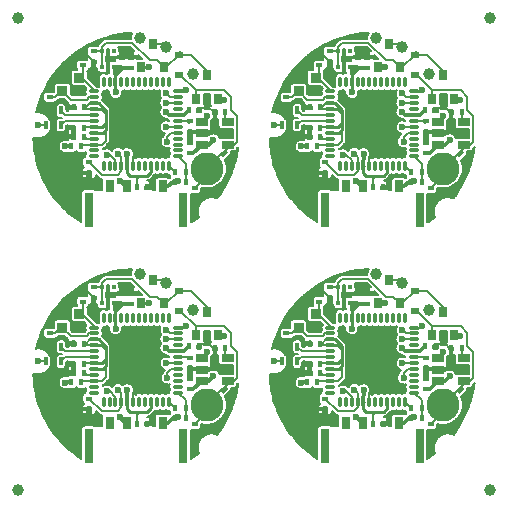
<source format=gtl>
G04 #@! TF.FileFunction,Copper,L1,Top,Signal*
%FSLAX46Y46*%
G04 Gerber Fmt 4.6, Leading zero omitted, Abs format (unit mm)*
G04 Created by KiCad (PCBNEW 4.0.7+dfsg1-1) date Fri Jun  1 01:11:19 2018*
%MOMM*%
%LPD*%
G01*
G04 APERTURE LIST*
%ADD10C,0.100000*%
%ADD11C,1.000000*%
%ADD12R,0.400000X0.600000*%
%ADD13R,0.600000X0.400000*%
%ADD14R,0.300000X0.700000*%
%ADD15R,0.300000X0.450000*%
%ADD16R,0.800000X0.900000*%
%ADD17R,1.060000X0.650000*%
%ADD18C,2.800000*%
%ADD19R,0.800000X0.600000*%
%ADD20R,0.950000X0.850000*%
%ADD21R,0.800000X1.000000*%
%ADD22R,0.800000X3.000000*%
%ADD23C,0.600000*%
%ADD24R,4.100000X4.100000*%
%ADD25O,1.000000X0.280000*%
%ADD26O,0.280000X1.000000*%
%ADD27C,0.200000*%
%ADD28C,0.300000*%
%ADD29C,0.250000*%
G04 APERTURE END LIST*
D10*
D11*
X-10000000Y-30000000D03*
D12*
X-4410000Y-20090000D03*
X-5310000Y-20090000D03*
X6662000Y-18013000D03*
X7562000Y-18013000D03*
D13*
X4950000Y-25350000D03*
X4950000Y-24450000D03*
D12*
X3305000Y-23886000D03*
X4205000Y-23886000D03*
X4205000Y-23101000D03*
X3305000Y-23101000D03*
D10*
G36*
X7093249Y-21561513D02*
X7517513Y-21137249D01*
X7800355Y-21420091D01*
X7376091Y-21844355D01*
X7093249Y-21561513D01*
X7093249Y-21561513D01*
G37*
G36*
X7729645Y-22197909D02*
X8153909Y-21773645D01*
X8436751Y-22056487D01*
X8012487Y-22480751D01*
X7729645Y-22197909D01*
X7729645Y-22197909D01*
G37*
D12*
X35000Y-24384000D03*
X935000Y-24384000D03*
X4450000Y-17850000D03*
X5350000Y-17850000D03*
D13*
X4550000Y-18800000D03*
X4550000Y-19700000D03*
X4550000Y-21450000D03*
X4550000Y-20550000D03*
D12*
X-5550000Y-20890000D03*
X-4650000Y-20890000D03*
X-5310000Y-19320000D03*
X-4410000Y-19320000D03*
X-5300000Y-17600000D03*
X-4400000Y-17600000D03*
D13*
X-7300000Y-16750000D03*
X-7300000Y-15850000D03*
X-4500000Y-14050000D03*
X-4500000Y-13150000D03*
X-1200000Y-14250000D03*
X-1200000Y-13350000D03*
X-3600000Y-12850000D03*
X-3600000Y-13750000D03*
D11*
X2500000Y-12500000D03*
X4800000Y-14800000D03*
X-5300000Y-24900000D03*
X-4200000Y-23900000D03*
X321000Y-11735000D03*
D14*
X-7650000Y-19120000D03*
X-7010000Y-19120000D03*
X-6370000Y-19120000D03*
X-6370000Y-17870000D03*
X-7010000Y-17870000D03*
X-7650000Y-17870000D03*
D15*
X-2900000Y-12825000D03*
X-2400000Y-12825000D03*
X-1900000Y-12825000D03*
X-1900000Y-14175000D03*
X-2400000Y-14175000D03*
X-2900000Y-14175000D03*
D16*
X5050000Y-16900000D03*
X6950000Y-16900000D03*
X6000000Y-14900000D03*
D17*
X5550000Y-18850000D03*
X5550000Y-19800000D03*
X5550000Y-20750000D03*
X7750000Y-20750000D03*
X7750000Y-18850000D03*
D18*
X6000000Y-22800000D03*
D19*
X3600000Y-13150000D03*
X3600000Y-14850000D03*
D16*
X450000Y-14200000D03*
X2350000Y-14200000D03*
X1400000Y-12200000D03*
D18*
X-6000000Y-22800000D03*
D20*
X-4800000Y-15100000D03*
X-6250000Y-15100000D03*
X-6250000Y-16250000D03*
X-4800000Y-16250000D03*
D21*
X2250000Y-24300000D03*
X-750000Y-24300000D03*
X-2250000Y-24300000D03*
D22*
X4000000Y-26300000D03*
X-4000000Y-26300000D03*
D13*
X-450000Y-14250000D03*
X-450000Y-13350000D03*
D23*
X-8330000Y-19120000D03*
D13*
X-3997000Y-23159000D03*
X-3997000Y-22259000D03*
D24*
X0Y-19000000D03*
D25*
X3550000Y-19750000D03*
X3550000Y-19250000D03*
X3550000Y-18750000D03*
X3550000Y-18250000D03*
X3550000Y-20750000D03*
X3550000Y-21750000D03*
X3550000Y-21250000D03*
X3550000Y-20250000D03*
X3550000Y-17750000D03*
X3550000Y-16750000D03*
X3550000Y-17250000D03*
X3550000Y-16250000D03*
D26*
X750000Y-15450000D03*
X-250000Y-15450000D03*
X-1250000Y-15450000D03*
X-750000Y-15450000D03*
X250000Y-15450000D03*
X-2750000Y-15450000D03*
X-2250000Y-15450000D03*
X-1750000Y-15450000D03*
X1750000Y-15450000D03*
X1250000Y-15450000D03*
X2250000Y-15450000D03*
X2750000Y-15450000D03*
D25*
X-3550000Y-21750000D03*
X-3550000Y-20750000D03*
X-3550000Y-21250000D03*
X-3550000Y-17250000D03*
X-3550000Y-20250000D03*
X-3550000Y-19750000D03*
X-3550000Y-19250000D03*
X-3550000Y-16750000D03*
X-3550000Y-16250000D03*
X-3550000Y-17750000D03*
X-3550000Y-18750000D03*
X-3550000Y-18250000D03*
D26*
X-250000Y-22550000D03*
X750000Y-22550000D03*
X250000Y-22550000D03*
X-2250000Y-22550000D03*
X-2750000Y-22550000D03*
X-1250000Y-22550000D03*
X-1750000Y-22550000D03*
X-750000Y-22550000D03*
X1250000Y-22550000D03*
X2750000Y-22550000D03*
X1750000Y-22550000D03*
X2250000Y-22550000D03*
D24*
X20000000Y-19000000D03*
D25*
X23550000Y-19750000D03*
X23550000Y-19250000D03*
X23550000Y-18750000D03*
X23550000Y-18250000D03*
X23550000Y-20750000D03*
X23550000Y-21750000D03*
X23550000Y-21250000D03*
X23550000Y-20250000D03*
X23550000Y-17750000D03*
X23550000Y-16750000D03*
X23550000Y-17250000D03*
X23550000Y-16250000D03*
D26*
X20750000Y-15450000D03*
X19750000Y-15450000D03*
X18750000Y-15450000D03*
X19250000Y-15450000D03*
X20250000Y-15450000D03*
X17250000Y-15450000D03*
X17750000Y-15450000D03*
X18250000Y-15450000D03*
X21750000Y-15450000D03*
X21250000Y-15450000D03*
X22250000Y-15450000D03*
X22750000Y-15450000D03*
D25*
X16450000Y-21750000D03*
X16450000Y-20750000D03*
X16450000Y-21250000D03*
X16450000Y-17250000D03*
X16450000Y-20250000D03*
X16450000Y-19750000D03*
X16450000Y-19250000D03*
X16450000Y-16750000D03*
X16450000Y-16250000D03*
X16450000Y-17750000D03*
X16450000Y-18750000D03*
X16450000Y-18250000D03*
D26*
X19750000Y-22550000D03*
X20750000Y-22550000D03*
X20250000Y-22550000D03*
X17750000Y-22550000D03*
X17250000Y-22550000D03*
X18750000Y-22550000D03*
X18250000Y-22550000D03*
X19250000Y-22550000D03*
X21250000Y-22550000D03*
X22750000Y-22550000D03*
X21750000Y-22550000D03*
X22250000Y-22550000D03*
D13*
X16003000Y-23159000D03*
X16003000Y-22259000D03*
D23*
X11670000Y-19120000D03*
D13*
X19550000Y-14250000D03*
X19550000Y-13350000D03*
D21*
X22250000Y-24300000D03*
X19250000Y-24300000D03*
X17750000Y-24300000D03*
D22*
X24000000Y-26300000D03*
X16000000Y-26300000D03*
D20*
X15200000Y-15100000D03*
X13750000Y-15100000D03*
X13750000Y-16250000D03*
X15200000Y-16250000D03*
D18*
X14000000Y-22800000D03*
D16*
X20450000Y-14200000D03*
X22350000Y-14200000D03*
X21400000Y-12200000D03*
D19*
X23600000Y-13150000D03*
X23600000Y-14850000D03*
D18*
X26000000Y-22800000D03*
D17*
X25550000Y-18850000D03*
X25550000Y-19800000D03*
X25550000Y-20750000D03*
X27750000Y-20750000D03*
X27750000Y-18850000D03*
D16*
X25050000Y-16900000D03*
X26950000Y-16900000D03*
X26000000Y-14900000D03*
D15*
X17100000Y-12825000D03*
X17600000Y-12825000D03*
X18100000Y-12825000D03*
X18100000Y-14175000D03*
X17600000Y-14175000D03*
X17100000Y-14175000D03*
D14*
X12350000Y-19120000D03*
X12990000Y-19120000D03*
X13630000Y-19120000D03*
X13630000Y-17870000D03*
X12990000Y-17870000D03*
X12350000Y-17870000D03*
D11*
X20321000Y-11735000D03*
X15800000Y-23900000D03*
X14700000Y-24900000D03*
X24800000Y-14800000D03*
X22500000Y-12500000D03*
D13*
X16400000Y-12850000D03*
X16400000Y-13750000D03*
X18800000Y-14250000D03*
X18800000Y-13350000D03*
X15500000Y-14050000D03*
X15500000Y-13150000D03*
X12700000Y-16750000D03*
X12700000Y-15850000D03*
D12*
X14700000Y-17600000D03*
X15600000Y-17600000D03*
X14690000Y-19320000D03*
X15590000Y-19320000D03*
X14450000Y-20890000D03*
X15350000Y-20890000D03*
D13*
X24550000Y-21450000D03*
X24550000Y-20550000D03*
X24550000Y-18800000D03*
X24550000Y-19700000D03*
D12*
X24450000Y-17850000D03*
X25350000Y-17850000D03*
X20035000Y-24384000D03*
X20935000Y-24384000D03*
D10*
G36*
X27093249Y-21561513D02*
X27517513Y-21137249D01*
X27800355Y-21420091D01*
X27376091Y-21844355D01*
X27093249Y-21561513D01*
X27093249Y-21561513D01*
G37*
G36*
X27729645Y-22197909D02*
X28153909Y-21773645D01*
X28436751Y-22056487D01*
X28012487Y-22480751D01*
X27729645Y-22197909D01*
X27729645Y-22197909D01*
G37*
D12*
X24205000Y-23101000D03*
X23305000Y-23101000D03*
X23305000Y-23886000D03*
X24205000Y-23886000D03*
D13*
X24950000Y-25350000D03*
X24950000Y-24450000D03*
D12*
X26662000Y-18013000D03*
X27562000Y-18013000D03*
X15590000Y-20090000D03*
X14690000Y-20090000D03*
X15590000Y-90000D03*
X14690000Y-90000D03*
X26662000Y1987000D03*
X27562000Y1987000D03*
D13*
X24950000Y-5350000D03*
X24950000Y-4450000D03*
D12*
X23305000Y-3886000D03*
X24205000Y-3886000D03*
X24205000Y-3101000D03*
X23305000Y-3101000D03*
D10*
G36*
X27093249Y-1561513D02*
X27517513Y-1137249D01*
X27800355Y-1420091D01*
X27376091Y-1844355D01*
X27093249Y-1561513D01*
X27093249Y-1561513D01*
G37*
G36*
X27729645Y-2197909D02*
X28153909Y-1773645D01*
X28436751Y-2056487D01*
X28012487Y-2480751D01*
X27729645Y-2197909D01*
X27729645Y-2197909D01*
G37*
D12*
X20035000Y-4384000D03*
X20935000Y-4384000D03*
X24450000Y2150000D03*
X25350000Y2150000D03*
D13*
X24550000Y1200000D03*
X24550000Y300000D03*
X24550000Y-1450000D03*
X24550000Y-550000D03*
D12*
X14450000Y-890000D03*
X15350000Y-890000D03*
X14690000Y680000D03*
X15590000Y680000D03*
X14700000Y2400000D03*
X15600000Y2400000D03*
D13*
X12700000Y3250000D03*
X12700000Y4150000D03*
X15500000Y5950000D03*
X15500000Y6850000D03*
X18800000Y5750000D03*
X18800000Y6650000D03*
X16400000Y7150000D03*
X16400000Y6250000D03*
D11*
X22500000Y7500000D03*
X24800000Y5200000D03*
X14700000Y-4900000D03*
X15800000Y-3900000D03*
X20321000Y8265000D03*
D14*
X12350000Y880000D03*
X12990000Y880000D03*
X13630000Y880000D03*
X13630000Y2130000D03*
X12990000Y2130000D03*
X12350000Y2130000D03*
D15*
X17100000Y7175000D03*
X17600000Y7175000D03*
X18100000Y7175000D03*
X18100000Y5825000D03*
X17600000Y5825000D03*
X17100000Y5825000D03*
D16*
X25050000Y3100000D03*
X26950000Y3100000D03*
X26000000Y5100000D03*
D17*
X25550000Y1150000D03*
X25550000Y200000D03*
X25550000Y-750000D03*
X27750000Y-750000D03*
X27750000Y1150000D03*
D18*
X26000000Y-2800000D03*
D19*
X23600000Y6850000D03*
X23600000Y5150000D03*
D16*
X20450000Y5800000D03*
X22350000Y5800000D03*
X21400000Y7800000D03*
D18*
X14000000Y-2800000D03*
D20*
X15200000Y4900000D03*
X13750000Y4900000D03*
X13750000Y3750000D03*
X15200000Y3750000D03*
D21*
X22250000Y-4300000D03*
X19250000Y-4300000D03*
X17750000Y-4300000D03*
D22*
X24000000Y-6300000D03*
X16000000Y-6300000D03*
D13*
X19550000Y5750000D03*
X19550000Y6650000D03*
D23*
X11670000Y880000D03*
D13*
X16003000Y-3159000D03*
X16003000Y-2259000D03*
D24*
X20000000Y1000000D03*
D25*
X23550000Y250000D03*
X23550000Y750000D03*
X23550000Y1250000D03*
X23550000Y1750000D03*
X23550000Y-750000D03*
X23550000Y-1750000D03*
X23550000Y-1250000D03*
X23550000Y-250000D03*
X23550000Y2250000D03*
X23550000Y3250000D03*
X23550000Y2750000D03*
X23550000Y3750000D03*
D26*
X20750000Y4550000D03*
X19750000Y4550000D03*
X18750000Y4550000D03*
X19250000Y4550000D03*
X20250000Y4550000D03*
X17250000Y4550000D03*
X17750000Y4550000D03*
X18250000Y4550000D03*
X21750000Y4550000D03*
X21250000Y4550000D03*
X22250000Y4550000D03*
X22750000Y4550000D03*
D25*
X16450000Y-1750000D03*
X16450000Y-750000D03*
X16450000Y-1250000D03*
X16450000Y2750000D03*
X16450000Y-250000D03*
X16450000Y250000D03*
X16450000Y750000D03*
X16450000Y3250000D03*
X16450000Y3750000D03*
X16450000Y2250000D03*
X16450000Y1250000D03*
X16450000Y1750000D03*
D26*
X19750000Y-2550000D03*
X20750000Y-2550000D03*
X20250000Y-2550000D03*
X17750000Y-2550000D03*
X17250000Y-2550000D03*
X18750000Y-2550000D03*
X18250000Y-2550000D03*
X19250000Y-2550000D03*
X21250000Y-2550000D03*
X22750000Y-2550000D03*
X21750000Y-2550000D03*
X22250000Y-2550000D03*
D11*
X30000000Y-30000000D03*
X30000000Y10000000D03*
D24*
X0Y1000000D03*
D25*
X3550000Y250000D03*
X3550000Y750000D03*
X3550000Y1250000D03*
X3550000Y1750000D03*
X3550000Y-750000D03*
X3550000Y-1750000D03*
X3550000Y-1250000D03*
X3550000Y-250000D03*
X3550000Y2250000D03*
X3550000Y3250000D03*
X3550000Y2750000D03*
X3550000Y3750000D03*
D26*
X750000Y4550000D03*
X-250000Y4550000D03*
X-1250000Y4550000D03*
X-750000Y4550000D03*
X250000Y4550000D03*
X-2750000Y4550000D03*
X-2250000Y4550000D03*
X-1750000Y4550000D03*
X1750000Y4550000D03*
X1250000Y4550000D03*
X2250000Y4550000D03*
X2750000Y4550000D03*
D25*
X-3550000Y-1750000D03*
X-3550000Y-750000D03*
X-3550000Y-1250000D03*
X-3550000Y2750000D03*
X-3550000Y-250000D03*
X-3550000Y250000D03*
X-3550000Y750000D03*
X-3550000Y3250000D03*
X-3550000Y3750000D03*
X-3550000Y2250000D03*
X-3550000Y1250000D03*
X-3550000Y1750000D03*
D26*
X-250000Y-2550000D03*
X750000Y-2550000D03*
X250000Y-2550000D03*
X-2250000Y-2550000D03*
X-2750000Y-2550000D03*
X-1250000Y-2550000D03*
X-1750000Y-2550000D03*
X-750000Y-2550000D03*
X1250000Y-2550000D03*
X2750000Y-2550000D03*
X1750000Y-2550000D03*
X2250000Y-2550000D03*
D13*
X-3997000Y-3159000D03*
X-3997000Y-2259000D03*
D23*
X-8330000Y880000D03*
D13*
X-450000Y5750000D03*
X-450000Y6650000D03*
D21*
X2250000Y-4300000D03*
X-750000Y-4300000D03*
X-2250000Y-4300000D03*
D22*
X4000000Y-6300000D03*
X-4000000Y-6300000D03*
D20*
X-4800000Y4900000D03*
X-6250000Y4900000D03*
X-6250000Y3750000D03*
X-4800000Y3750000D03*
D18*
X-6000000Y-2800000D03*
D16*
X450000Y5800000D03*
X2350000Y5800000D03*
X1400000Y7800000D03*
D19*
X3600000Y6850000D03*
X3600000Y5150000D03*
D18*
X6000000Y-2800000D03*
D17*
X5550000Y1150000D03*
X5550000Y200000D03*
X5550000Y-750000D03*
X7750000Y-750000D03*
X7750000Y1150000D03*
D16*
X5050000Y3100000D03*
X6950000Y3100000D03*
X6000000Y5100000D03*
D15*
X-2900000Y7175000D03*
X-2400000Y7175000D03*
X-1900000Y7175000D03*
X-1900000Y5825000D03*
X-2400000Y5825000D03*
X-2900000Y5825000D03*
D14*
X-7650000Y880000D03*
X-7010000Y880000D03*
X-6370000Y880000D03*
X-6370000Y2130000D03*
X-7010000Y2130000D03*
X-7650000Y2130000D03*
D11*
X321000Y8265000D03*
X-4200000Y-3900000D03*
X-5300000Y-4900000D03*
X4800000Y5200000D03*
X2500000Y7500000D03*
D13*
X-3600000Y7150000D03*
X-3600000Y6250000D03*
X-1200000Y5750000D03*
X-1200000Y6650000D03*
X-4500000Y5950000D03*
X-4500000Y6850000D03*
X-7300000Y3250000D03*
X-7300000Y4150000D03*
D12*
X-5300000Y2400000D03*
X-4400000Y2400000D03*
X-5310000Y680000D03*
X-4410000Y680000D03*
X-5550000Y-890000D03*
X-4650000Y-890000D03*
D13*
X4550000Y-1450000D03*
X4550000Y-550000D03*
X4550000Y1200000D03*
X4550000Y300000D03*
D12*
X4450000Y2150000D03*
X5350000Y2150000D03*
X35000Y-4384000D03*
X935000Y-4384000D03*
D10*
G36*
X7093249Y-1561513D02*
X7517513Y-1137249D01*
X7800355Y-1420091D01*
X7376091Y-1844355D01*
X7093249Y-1561513D01*
X7093249Y-1561513D01*
G37*
G36*
X7729645Y-2197909D02*
X8153909Y-1773645D01*
X8436751Y-2056487D01*
X8012487Y-2480751D01*
X7729645Y-2197909D01*
X7729645Y-2197909D01*
G37*
D12*
X4205000Y-3101000D03*
X3305000Y-3101000D03*
X3305000Y-3886000D03*
X4205000Y-3886000D03*
D13*
X4950000Y-5350000D03*
X4950000Y-4450000D03*
D12*
X6662000Y1987000D03*
X7562000Y1987000D03*
X-4410000Y-90000D03*
X-5310000Y-90000D03*
D11*
X-10000000Y10000000D03*
D23*
X-5310000Y-15990000D03*
X-850000Y-12950000D03*
X-3600000Y-14800000D03*
X-5750000Y-17600000D03*
X5800000Y-24900000D03*
X6000000Y-17300000D03*
X7965000Y-19777000D03*
X6527000Y-19387000D03*
X1374000Y-24039000D03*
X7978000Y-22724000D03*
X-6920000Y-15100000D03*
X-7870000Y-21070000D03*
X-7220000Y-20220000D03*
X4550000Y-20150000D03*
X-510000Y-16490000D03*
X2410000Y-21590000D03*
X-2550000Y-16800000D03*
X19000Y-21467000D03*
X1280000Y-16440000D03*
X-2257000Y-20913000D03*
X-6080000Y-19960000D03*
X13920000Y-19960000D03*
X17743000Y-20913000D03*
X21280000Y-16440000D03*
X20019000Y-21467000D03*
X17450000Y-16800000D03*
X22410000Y-21590000D03*
X19490000Y-16490000D03*
X24550000Y-20150000D03*
X12780000Y-20220000D03*
X12130000Y-21070000D03*
X13080000Y-15100000D03*
X27978000Y-22724000D03*
X21374000Y-24039000D03*
X26527000Y-19387000D03*
X27965000Y-19777000D03*
X26000000Y-17300000D03*
X25800000Y-24900000D03*
X14250000Y-17600000D03*
X16400000Y-14800000D03*
X19150000Y-12950000D03*
X14690000Y-15990000D03*
X14690000Y4010000D03*
X19150000Y7050000D03*
X16400000Y5200000D03*
X14250000Y2400000D03*
X25800000Y-4900000D03*
X26000000Y2700000D03*
X27965000Y223000D03*
X26527000Y613000D03*
X21374000Y-4039000D03*
X27978000Y-2724000D03*
X13080000Y4900000D03*
X12130000Y-1070000D03*
X12780000Y-220000D03*
X24550000Y-150000D03*
X19490000Y3510000D03*
X22410000Y-1590000D03*
X17450000Y3200000D03*
X20019000Y-1467000D03*
X21280000Y3560000D03*
X17743000Y-913000D03*
X13920000Y40000D03*
X-6080000Y40000D03*
X-2257000Y-913000D03*
X1280000Y3560000D03*
X19000Y-1467000D03*
X-2550000Y3200000D03*
X2410000Y-1590000D03*
X-510000Y3510000D03*
X4550000Y-150000D03*
X-7220000Y-220000D03*
X-7870000Y-1070000D03*
X-6920000Y4900000D03*
X7978000Y-2724000D03*
X1374000Y-4039000D03*
X6527000Y613000D03*
X7965000Y223000D03*
X6000000Y2700000D03*
X5800000Y-4900000D03*
X-5750000Y2400000D03*
X-3600000Y5200000D03*
X-850000Y7050000D03*
X-5310000Y4010000D03*
X1100000Y-14200000D03*
X2540000Y-16430000D03*
X22540000Y-16430000D03*
X21100000Y-14200000D03*
X21100000Y5800000D03*
X22540000Y3570000D03*
X2540000Y3570000D03*
X1100000Y5800000D03*
X2520000Y-17210000D03*
X22520000Y-17210000D03*
X22520000Y2790000D03*
X2520000Y2790000D03*
X6543000Y-20364000D03*
X-1358000Y-23856000D03*
X18642000Y-23856000D03*
X26543000Y-20364000D03*
X26543000Y-364000D03*
X18642000Y-3856000D03*
X-1358000Y-3856000D03*
X6543000Y-364000D03*
X-742000Y-21543000D03*
X2520000Y-17990000D03*
X-1670000Y-14630000D03*
X-6010000Y-20910000D03*
X-1740000Y-16330000D03*
X18260000Y-16330000D03*
X13990000Y-20910000D03*
X18330000Y-14630000D03*
X22520000Y-17990000D03*
X19258000Y-21543000D03*
X19258000Y-1543000D03*
X22520000Y2010000D03*
X18330000Y5370000D03*
X13990000Y-910000D03*
X18260000Y3670000D03*
X-1740000Y3670000D03*
X-6010000Y-910000D03*
X-1670000Y5370000D03*
X2520000Y2010000D03*
X-742000Y-1543000D03*
X-1520000Y-21520000D03*
X18480000Y-21520000D03*
X18480000Y-1520000D03*
X-1520000Y-1520000D03*
X-2500000Y-21640000D03*
X17500000Y-21640000D03*
X17500000Y-1640000D03*
X-2500000Y-1640000D03*
X2640000Y-20510000D03*
X22640000Y-20510000D03*
X22640000Y-510000D03*
X2640000Y-510000D03*
X2540000Y-19270000D03*
X22540000Y-19270000D03*
X22540000Y730000D03*
X2540000Y730000D03*
X6000000Y-18300000D03*
X4240000Y-16150000D03*
X24240000Y-16150000D03*
X26000000Y-18300000D03*
X26000000Y1700000D03*
X24240000Y3850000D03*
X4240000Y3850000D03*
X6000000Y1700000D03*
X3540000Y-23860000D03*
X7460000Y-16940000D03*
X27460000Y-16940000D03*
X23540000Y-23860000D03*
X23540000Y-3860000D03*
X27460000Y3060000D03*
X7460000Y3060000D03*
X3540000Y-3860000D03*
D27*
X6000000Y-22800000D02*
X6000000Y-22250000D01*
X7402010Y-20847990D02*
X7500000Y-20750000D01*
X7500000Y-20700000D02*
X7500000Y-20750000D01*
X7500000Y-20750000D02*
X7550000Y-20750000D01*
X5050000Y-16150000D02*
X5050000Y-17000000D01*
X3750000Y-14850000D02*
X5050000Y-16150000D01*
X3600000Y-14850000D02*
X3750000Y-14850000D01*
X6000000Y-23400000D02*
X4950000Y-24450000D01*
X6000000Y-22800000D02*
X6000000Y-23400000D01*
X8309000Y-20750000D02*
X8545000Y-20514000D01*
X8545000Y-20514000D02*
X8545000Y-18311000D01*
X8545000Y-18311000D02*
X8024000Y-17790000D01*
X8024000Y-17790000D02*
X8024000Y-16693000D01*
X8024000Y-16693000D02*
X7481000Y-16150000D01*
X7481000Y-16150000D02*
X5050000Y-16150000D01*
X7750000Y-20750000D02*
X8309000Y-20750000D01*
X7309198Y-21490802D02*
X6000000Y-22800000D01*
X7446802Y-21490802D02*
X7309198Y-21490802D01*
X7750000Y-21040000D02*
X7750000Y-20750000D01*
X7446802Y-21343198D02*
X7750000Y-21040000D01*
X7446802Y-21490802D02*
X7446802Y-21343198D01*
X27446802Y-21490802D02*
X27446802Y-21343198D01*
X27446802Y-21343198D02*
X27750000Y-21040000D01*
X27750000Y-21040000D02*
X27750000Y-20750000D01*
X27446802Y-21490802D02*
X27309198Y-21490802D01*
X27309198Y-21490802D02*
X26000000Y-22800000D01*
X27750000Y-20750000D02*
X28309000Y-20750000D01*
X27481000Y-16150000D02*
X25050000Y-16150000D01*
X28024000Y-16693000D02*
X27481000Y-16150000D01*
X28024000Y-17790000D02*
X28024000Y-16693000D01*
X28545000Y-18311000D02*
X28024000Y-17790000D01*
X28545000Y-20514000D02*
X28545000Y-18311000D01*
X28309000Y-20750000D02*
X28545000Y-20514000D01*
X26000000Y-22800000D02*
X26000000Y-23400000D01*
X26000000Y-23400000D02*
X24950000Y-24450000D01*
X23600000Y-14850000D02*
X23750000Y-14850000D01*
X23750000Y-14850000D02*
X25050000Y-16150000D01*
X25050000Y-16150000D02*
X25050000Y-17000000D01*
X27500000Y-20750000D02*
X27550000Y-20750000D01*
X27500000Y-20700000D02*
X27500000Y-20750000D01*
X27402010Y-20847990D02*
X27500000Y-20750000D01*
X26000000Y-22800000D02*
X26000000Y-22250000D01*
X26000000Y-2800000D02*
X26000000Y-2250000D01*
X27402010Y-847990D02*
X27500000Y-750000D01*
X27500000Y-700000D02*
X27500000Y-750000D01*
X27500000Y-750000D02*
X27550000Y-750000D01*
X25050000Y3850000D02*
X25050000Y3000000D01*
X23750000Y5150000D02*
X25050000Y3850000D01*
X23600000Y5150000D02*
X23750000Y5150000D01*
X26000000Y-3400000D02*
X24950000Y-4450000D01*
X26000000Y-2800000D02*
X26000000Y-3400000D01*
X28309000Y-750000D02*
X28545000Y-514000D01*
X28545000Y-514000D02*
X28545000Y1689000D01*
X28545000Y1689000D02*
X28024000Y2210000D01*
X28024000Y2210000D02*
X28024000Y3307000D01*
X28024000Y3307000D02*
X27481000Y3850000D01*
X27481000Y3850000D02*
X25050000Y3850000D01*
X27750000Y-750000D02*
X28309000Y-750000D01*
X27309198Y-1490802D02*
X26000000Y-2800000D01*
X27446802Y-1490802D02*
X27309198Y-1490802D01*
X27750000Y-1040000D02*
X27750000Y-750000D01*
X27446802Y-1343198D02*
X27750000Y-1040000D01*
X27446802Y-1490802D02*
X27446802Y-1343198D01*
X7446802Y-1490802D02*
X7446802Y-1343198D01*
X7446802Y-1343198D02*
X7750000Y-1040000D01*
X7750000Y-1040000D02*
X7750000Y-750000D01*
X7446802Y-1490802D02*
X7309198Y-1490802D01*
X7309198Y-1490802D02*
X6000000Y-2800000D01*
X7750000Y-750000D02*
X8309000Y-750000D01*
X7481000Y3850000D02*
X5050000Y3850000D01*
X8024000Y3307000D02*
X7481000Y3850000D01*
X8024000Y2210000D02*
X8024000Y3307000D01*
X8545000Y1689000D02*
X8024000Y2210000D01*
X8545000Y-514000D02*
X8545000Y1689000D01*
X8309000Y-750000D02*
X8545000Y-514000D01*
X6000000Y-2800000D02*
X6000000Y-3400000D01*
X6000000Y-3400000D02*
X4950000Y-4450000D01*
X3600000Y5150000D02*
X3750000Y5150000D01*
X3750000Y5150000D02*
X5050000Y3850000D01*
X5050000Y3850000D02*
X5050000Y3000000D01*
X7500000Y-750000D02*
X7550000Y-750000D01*
X7500000Y-700000D02*
X7500000Y-750000D01*
X7402010Y-847990D02*
X7500000Y-750000D01*
X6000000Y-2800000D02*
X6000000Y-2250000D01*
X-2332844Y-12833579D02*
X-2332844Y-12833579D01*
X5300000Y-19800000D02*
X5700000Y-19800000D01*
X5400000Y-19850000D02*
X5730000Y-19850000D01*
X-6100000Y-15100000D02*
X-4950000Y-16250000D01*
X-6250000Y-15100000D02*
X-6100000Y-15100000D01*
X-4950000Y-16250000D02*
X-4800000Y-16250000D01*
X-7010000Y-17870000D02*
X-7650000Y-17870000D01*
X-7980000Y-17290000D02*
X-7010000Y-17870000D01*
X-7010000Y-19120000D02*
X-7980000Y-17290000D01*
X-7100000Y-15730000D02*
X-7100000Y-15870000D01*
X-6250000Y-15100000D02*
X-6470000Y-15100000D01*
X-5070000Y-16250000D02*
X-5310000Y-15990000D01*
X-4800000Y-16250000D02*
X-5070000Y-16250000D01*
X-450000Y-13350000D02*
X-850000Y-12950000D01*
X-450000Y-13350000D02*
X-1200000Y-13350000D01*
X-3600000Y-13750000D02*
X-3600000Y-14800000D01*
X-2400000Y-13700000D02*
X-2400000Y-12825000D01*
X-2400000Y-14175000D02*
X-2400000Y-13700000D01*
X-2050000Y-13350000D02*
X-2400000Y-13700000D01*
X-1200000Y-13350000D02*
X-2050000Y-13350000D01*
X-4200000Y-13150000D02*
X-3600000Y-13750000D01*
X-4500000Y-13150000D02*
X-4200000Y-13150000D01*
X-5750000Y-17600000D02*
X-6200000Y-17150000D01*
X-6200000Y-17150000D02*
X-6650000Y-17150000D01*
X-6650000Y-17150000D02*
X-7010000Y-17510000D01*
X-7010000Y-17510000D02*
X-7010000Y-17870000D01*
X-5300000Y-17600000D02*
X-5750000Y-17600000D01*
X5550000Y-19800000D02*
X4500000Y-19800000D01*
X5350000Y-17850000D02*
X5450000Y-17850000D01*
X5550000Y-17650000D02*
X5350000Y-17850000D01*
X6200000Y-17650000D02*
X5550000Y-17650000D01*
X6500000Y-17950000D02*
X6200000Y-17650000D01*
X6650000Y-17950000D02*
X6500000Y-17950000D01*
X5350000Y-25350000D02*
X5800000Y-24900000D01*
X4950000Y-25350000D02*
X5350000Y-25350000D01*
X5550000Y-19800000D02*
X5900000Y-19800000D01*
X6200000Y-17500000D02*
X6000000Y-17300000D01*
X6200000Y-17650000D02*
X6200000Y-17500000D01*
X7915000Y-19727000D02*
X7965000Y-19777000D01*
X6723493Y-19763778D02*
X7915000Y-19727000D01*
X5550000Y-19800000D02*
X6723493Y-19763778D01*
X6643493Y-19503493D02*
X6527000Y-19387000D01*
X6723493Y-19763778D02*
X6643493Y-19503493D01*
X1029000Y-24384000D02*
X1374000Y-24039000D01*
X935000Y-24384000D02*
X1029000Y-24384000D01*
X8083198Y-22618802D02*
X7978000Y-22724000D01*
X8083198Y-22127198D02*
X8083198Y-22618802D01*
X-7300000Y-15480000D02*
X-6920000Y-15100000D01*
X-6920000Y-15100000D02*
X-6250000Y-15100000D01*
X-7300000Y-15850000D02*
X-7300000Y-15480000D01*
X-7010000Y-19120000D02*
X-7010000Y-20010000D01*
X-7010000Y-20010000D02*
X-7220000Y-20220000D01*
X4550000Y-19700000D02*
X4550000Y-20550000D01*
X4550000Y-20550000D02*
X4550000Y-20150000D01*
X0Y-19000000D02*
X0Y-19060000D01*
X0Y-19000000D02*
X0Y-19280000D01*
X0Y-17500000D02*
X-510000Y-16490000D01*
X0Y-19000000D02*
X0Y-17500000D01*
X2400000Y-21590000D02*
X2410000Y-21590000D01*
X0Y-19010000D02*
X2400000Y-21590000D01*
X0Y-19000000D02*
X0Y-19010000D01*
X-350000Y-19000000D02*
X-2550000Y-16800000D01*
X-250000Y-22550000D02*
X-250000Y-22120000D01*
X0Y-19000000D02*
X-350000Y-19000000D01*
X-250000Y-21850000D02*
X19000Y-21467000D01*
X-250000Y-22550000D02*
X-250000Y-21850000D01*
X-1000Y-21447000D02*
X19000Y-21467000D01*
X0Y-19000000D02*
X-1000Y-21447000D01*
X0Y-17720000D02*
X1280000Y-16440000D01*
X0Y-19000000D02*
X0Y-17720000D01*
D28*
X0Y-19000000D02*
X-344000Y-19000000D01*
X-344000Y-19000000D02*
X-2257000Y-20913000D01*
D27*
X-5950000Y-20090000D02*
X-6080000Y-19960000D01*
X-5310000Y-20090000D02*
X-5950000Y-20090000D01*
X14690000Y-20090000D02*
X14050000Y-20090000D01*
X14050000Y-20090000D02*
X13920000Y-19960000D01*
D28*
X19656000Y-19000000D02*
X17743000Y-20913000D01*
X20000000Y-19000000D02*
X19656000Y-19000000D01*
D27*
X20000000Y-19000000D02*
X20000000Y-17720000D01*
X20000000Y-17720000D02*
X21280000Y-16440000D01*
X20000000Y-19000000D02*
X19999000Y-21447000D01*
X19999000Y-21447000D02*
X20019000Y-21467000D01*
X19750000Y-22550000D02*
X19750000Y-21850000D01*
X19750000Y-21850000D02*
X20019000Y-21467000D01*
X20000000Y-19000000D02*
X19650000Y-19000000D01*
X19750000Y-22550000D02*
X19750000Y-22120000D01*
X19650000Y-19000000D02*
X17450000Y-16800000D01*
X20000000Y-19000000D02*
X20000000Y-19010000D01*
X20000000Y-19010000D02*
X22400000Y-21590000D01*
X22400000Y-21590000D02*
X22410000Y-21590000D01*
X20000000Y-19000000D02*
X20000000Y-17500000D01*
X20000000Y-17500000D02*
X19490000Y-16490000D01*
X20000000Y-19000000D02*
X20000000Y-19280000D01*
X20000000Y-19000000D02*
X20000000Y-19060000D01*
X24550000Y-20550000D02*
X24550000Y-20150000D01*
X24550000Y-19700000D02*
X24550000Y-20550000D01*
X12990000Y-20010000D02*
X12780000Y-20220000D01*
X12990000Y-19120000D02*
X12990000Y-20010000D01*
X12700000Y-15850000D02*
X12700000Y-15480000D01*
X13080000Y-15100000D02*
X13750000Y-15100000D01*
X12700000Y-15480000D02*
X13080000Y-15100000D01*
X28083198Y-22127198D02*
X28083198Y-22618802D01*
X28083198Y-22618802D02*
X27978000Y-22724000D01*
X20935000Y-24384000D02*
X21029000Y-24384000D01*
X21029000Y-24384000D02*
X21374000Y-24039000D01*
X26723493Y-19763778D02*
X26643493Y-19503493D01*
X26643493Y-19503493D02*
X26527000Y-19387000D01*
X25550000Y-19800000D02*
X26723493Y-19763778D01*
X26723493Y-19763778D02*
X27915000Y-19727000D01*
X27915000Y-19727000D02*
X27965000Y-19777000D01*
X26200000Y-17650000D02*
X26200000Y-17500000D01*
X26200000Y-17500000D02*
X26000000Y-17300000D01*
X25550000Y-19800000D02*
X25900000Y-19800000D01*
X24950000Y-25350000D02*
X25350000Y-25350000D01*
X25350000Y-25350000D02*
X25800000Y-24900000D01*
X26650000Y-17950000D02*
X26500000Y-17950000D01*
X26500000Y-17950000D02*
X26200000Y-17650000D01*
X26200000Y-17650000D02*
X25550000Y-17650000D01*
X25550000Y-17650000D02*
X25350000Y-17850000D01*
X25350000Y-17850000D02*
X25450000Y-17850000D01*
X25550000Y-19800000D02*
X24500000Y-19800000D01*
X14700000Y-17600000D02*
X14250000Y-17600000D01*
X12990000Y-17510000D02*
X12990000Y-17870000D01*
X13350000Y-17150000D02*
X12990000Y-17510000D01*
X13800000Y-17150000D02*
X13350000Y-17150000D01*
X14250000Y-17600000D02*
X13800000Y-17150000D01*
X15500000Y-13150000D02*
X15800000Y-13150000D01*
X15800000Y-13150000D02*
X16400000Y-13750000D01*
X18800000Y-13350000D02*
X17950000Y-13350000D01*
X17950000Y-13350000D02*
X17600000Y-13700000D01*
X17600000Y-14175000D02*
X17600000Y-13700000D01*
X17600000Y-13700000D02*
X17600000Y-12825000D01*
X16400000Y-13750000D02*
X16400000Y-14800000D01*
X19550000Y-13350000D02*
X18800000Y-13350000D01*
X19550000Y-13350000D02*
X19150000Y-12950000D01*
X15200000Y-16250000D02*
X14930000Y-16250000D01*
X14930000Y-16250000D02*
X14690000Y-15990000D01*
X13750000Y-15100000D02*
X13530000Y-15100000D01*
X12900000Y-15730000D02*
X12900000Y-15870000D01*
X12990000Y-19120000D02*
X12020000Y-17290000D01*
X12020000Y-17290000D02*
X12990000Y-17870000D01*
X12990000Y-17870000D02*
X12350000Y-17870000D01*
X15050000Y-16250000D02*
X15200000Y-16250000D01*
X13750000Y-15100000D02*
X13900000Y-15100000D01*
X13900000Y-15100000D02*
X15050000Y-16250000D01*
X25400000Y-19850000D02*
X25730000Y-19850000D01*
X25300000Y-19800000D02*
X25700000Y-19800000D01*
X17667156Y-12833579D02*
X17667156Y-12833579D01*
X17667156Y7166421D02*
X17667156Y7166421D01*
X25300000Y200000D02*
X25700000Y200000D01*
X25400000Y150000D02*
X25730000Y150000D01*
X13900000Y4900000D02*
X15050000Y3750000D01*
X13750000Y4900000D02*
X13900000Y4900000D01*
X15050000Y3750000D02*
X15200000Y3750000D01*
X12990000Y2130000D02*
X12350000Y2130000D01*
X12020000Y2710000D02*
X12990000Y2130000D01*
X12990000Y880000D02*
X12020000Y2710000D01*
X12900000Y4270000D02*
X12900000Y4130000D01*
X13750000Y4900000D02*
X13530000Y4900000D01*
X14930000Y3750000D02*
X14690000Y4010000D01*
X15200000Y3750000D02*
X14930000Y3750000D01*
X19550000Y6650000D02*
X19150000Y7050000D01*
X19550000Y6650000D02*
X18800000Y6650000D01*
X16400000Y6250000D02*
X16400000Y5200000D01*
X17600000Y6300000D02*
X17600000Y7175000D01*
X17600000Y5825000D02*
X17600000Y6300000D01*
X17950000Y6650000D02*
X17600000Y6300000D01*
X18800000Y6650000D02*
X17950000Y6650000D01*
X15800000Y6850000D02*
X16400000Y6250000D01*
X15500000Y6850000D02*
X15800000Y6850000D01*
X14250000Y2400000D02*
X13800000Y2850000D01*
X13800000Y2850000D02*
X13350000Y2850000D01*
X13350000Y2850000D02*
X12990000Y2490000D01*
X12990000Y2490000D02*
X12990000Y2130000D01*
X14700000Y2400000D02*
X14250000Y2400000D01*
X25550000Y200000D02*
X24500000Y200000D01*
X25350000Y2150000D02*
X25450000Y2150000D01*
X25550000Y2350000D02*
X25350000Y2150000D01*
X26200000Y2350000D02*
X25550000Y2350000D01*
X26500000Y2050000D02*
X26200000Y2350000D01*
X26650000Y2050000D02*
X26500000Y2050000D01*
X25350000Y-5350000D02*
X25800000Y-4900000D01*
X24950000Y-5350000D02*
X25350000Y-5350000D01*
X25550000Y200000D02*
X25900000Y200000D01*
X26200000Y2500000D02*
X26000000Y2700000D01*
X26200000Y2350000D02*
X26200000Y2500000D01*
X27915000Y273000D02*
X27965000Y223000D01*
X26723493Y236222D02*
X27915000Y273000D01*
X25550000Y200000D02*
X26723493Y236222D01*
X26643493Y496507D02*
X26527000Y613000D01*
X26723493Y236222D02*
X26643493Y496507D01*
X21029000Y-4384000D02*
X21374000Y-4039000D01*
X20935000Y-4384000D02*
X21029000Y-4384000D01*
X28083198Y-2618802D02*
X27978000Y-2724000D01*
X28083198Y-2127198D02*
X28083198Y-2618802D01*
X12700000Y4520000D02*
X13080000Y4900000D01*
X13080000Y4900000D02*
X13750000Y4900000D01*
X12700000Y4150000D02*
X12700000Y4520000D01*
X12990000Y880000D02*
X12990000Y-10000D01*
X12990000Y-10000D02*
X12780000Y-220000D01*
X24550000Y300000D02*
X24550000Y-550000D01*
X24550000Y-550000D02*
X24550000Y-150000D01*
X20000000Y1000000D02*
X20000000Y940000D01*
X20000000Y1000000D02*
X20000000Y720000D01*
X20000000Y2500000D02*
X19490000Y3510000D01*
X20000000Y1000000D02*
X20000000Y2500000D01*
X22400000Y-1590000D02*
X22410000Y-1590000D01*
X20000000Y990000D02*
X22400000Y-1590000D01*
X20000000Y1000000D02*
X20000000Y990000D01*
X19650000Y1000000D02*
X17450000Y3200000D01*
X19750000Y-2550000D02*
X19750000Y-2120000D01*
X20000000Y1000000D02*
X19650000Y1000000D01*
X19750000Y-1850000D02*
X20019000Y-1467000D01*
X19750000Y-2550000D02*
X19750000Y-1850000D01*
X19999000Y-1447000D02*
X20019000Y-1467000D01*
X20000000Y1000000D02*
X19999000Y-1447000D01*
X20000000Y2280000D02*
X21280000Y3560000D01*
X20000000Y1000000D02*
X20000000Y2280000D01*
D28*
X20000000Y1000000D02*
X19656000Y1000000D01*
X19656000Y1000000D02*
X17743000Y-913000D01*
D27*
X14050000Y-90000D02*
X13920000Y40000D01*
X14690000Y-90000D02*
X14050000Y-90000D01*
X-5310000Y-90000D02*
X-5950000Y-90000D01*
X-5950000Y-90000D02*
X-6080000Y40000D01*
D28*
X-344000Y1000000D02*
X-2257000Y-913000D01*
X0Y1000000D02*
X-344000Y1000000D01*
D27*
X0Y1000000D02*
X0Y2280000D01*
X0Y2280000D02*
X1280000Y3560000D01*
X0Y1000000D02*
X-1000Y-1447000D01*
X-1000Y-1447000D02*
X19000Y-1467000D01*
X-250000Y-2550000D02*
X-250000Y-1850000D01*
X-250000Y-1850000D02*
X19000Y-1467000D01*
X0Y1000000D02*
X-350000Y1000000D01*
X-250000Y-2550000D02*
X-250000Y-2120000D01*
X-350000Y1000000D02*
X-2550000Y3200000D01*
X0Y1000000D02*
X0Y990000D01*
X0Y990000D02*
X2400000Y-1590000D01*
X2400000Y-1590000D02*
X2410000Y-1590000D01*
X0Y1000000D02*
X0Y2500000D01*
X0Y2500000D02*
X-510000Y3510000D01*
X0Y1000000D02*
X0Y720000D01*
X0Y1000000D02*
X0Y940000D01*
X4550000Y-550000D02*
X4550000Y-150000D01*
X4550000Y300000D02*
X4550000Y-550000D01*
X-7010000Y-10000D02*
X-7220000Y-220000D01*
X-7010000Y880000D02*
X-7010000Y-10000D01*
X-7300000Y4150000D02*
X-7300000Y4520000D01*
X-6920000Y4900000D02*
X-6250000Y4900000D01*
X-7300000Y4520000D02*
X-6920000Y4900000D01*
X8083198Y-2127198D02*
X8083198Y-2618802D01*
X8083198Y-2618802D02*
X7978000Y-2724000D01*
X935000Y-4384000D02*
X1029000Y-4384000D01*
X1029000Y-4384000D02*
X1374000Y-4039000D01*
X6723493Y236222D02*
X6643493Y496507D01*
X6643493Y496507D02*
X6527000Y613000D01*
X5550000Y200000D02*
X6723493Y236222D01*
X6723493Y236222D02*
X7915000Y273000D01*
X7915000Y273000D02*
X7965000Y223000D01*
X6200000Y2350000D02*
X6200000Y2500000D01*
X6200000Y2500000D02*
X6000000Y2700000D01*
X5550000Y200000D02*
X5900000Y200000D01*
X4950000Y-5350000D02*
X5350000Y-5350000D01*
X5350000Y-5350000D02*
X5800000Y-4900000D01*
X6650000Y2050000D02*
X6500000Y2050000D01*
X6500000Y2050000D02*
X6200000Y2350000D01*
X6200000Y2350000D02*
X5550000Y2350000D01*
X5550000Y2350000D02*
X5350000Y2150000D01*
X5350000Y2150000D02*
X5450000Y2150000D01*
X5550000Y200000D02*
X4500000Y200000D01*
X-5300000Y2400000D02*
X-5750000Y2400000D01*
X-7010000Y2490000D02*
X-7010000Y2130000D01*
X-6650000Y2850000D02*
X-7010000Y2490000D01*
X-6200000Y2850000D02*
X-6650000Y2850000D01*
X-5750000Y2400000D02*
X-6200000Y2850000D01*
X-4500000Y6850000D02*
X-4200000Y6850000D01*
X-4200000Y6850000D02*
X-3600000Y6250000D01*
X-1200000Y6650000D02*
X-2050000Y6650000D01*
X-2050000Y6650000D02*
X-2400000Y6300000D01*
X-2400000Y5825000D02*
X-2400000Y6300000D01*
X-2400000Y6300000D02*
X-2400000Y7175000D01*
X-3600000Y6250000D02*
X-3600000Y5200000D01*
X-450000Y6650000D02*
X-1200000Y6650000D01*
X-450000Y6650000D02*
X-850000Y7050000D01*
X-4800000Y3750000D02*
X-5070000Y3750000D01*
X-5070000Y3750000D02*
X-5310000Y4010000D01*
X-6250000Y4900000D02*
X-6470000Y4900000D01*
X-7100000Y4270000D02*
X-7100000Y4130000D01*
X-7010000Y880000D02*
X-7980000Y2710000D01*
X-7980000Y2710000D02*
X-7010000Y2130000D01*
X-7010000Y2130000D02*
X-7650000Y2130000D01*
X-4950000Y3750000D02*
X-4800000Y3750000D01*
X-6250000Y4900000D02*
X-6100000Y4900000D01*
X-6100000Y4900000D02*
X-4950000Y3750000D01*
X5400000Y150000D02*
X5730000Y150000D01*
X5300000Y200000D02*
X5700000Y200000D01*
X-2332844Y7166421D02*
X-2332844Y7166421D01*
X2540000Y-16430000D02*
X2850000Y-16750000D01*
X2850000Y-16750000D02*
X3550000Y-16750000D01*
D29*
X450000Y-14200000D02*
X1100000Y-14200000D01*
X20450000Y-14200000D02*
X21100000Y-14200000D01*
D27*
X22850000Y-16750000D02*
X23550000Y-16750000D01*
X22540000Y-16430000D02*
X22850000Y-16750000D01*
X22540000Y3570000D02*
X22850000Y3250000D01*
X22850000Y3250000D02*
X23550000Y3250000D01*
D29*
X20450000Y5800000D02*
X21100000Y5800000D01*
X450000Y5800000D02*
X1100000Y5800000D01*
D27*
X2850000Y3250000D02*
X3550000Y3250000D01*
X2540000Y3570000D02*
X2850000Y3250000D01*
X2560000Y-17250000D02*
X2520000Y-17210000D01*
X3550000Y-17250000D02*
X2560000Y-17250000D01*
X23550000Y-17250000D02*
X22560000Y-17250000D01*
X22560000Y-17250000D02*
X22520000Y-17210000D01*
X22560000Y2750000D02*
X22520000Y2790000D01*
X23550000Y2750000D02*
X22560000Y2750000D01*
X3550000Y2750000D02*
X2560000Y2750000D01*
X2560000Y2750000D02*
X2520000Y2790000D01*
X2200000Y-12200000D02*
X2500000Y-12500000D01*
X1400000Y-12200000D02*
X2200000Y-12200000D01*
X21400000Y-12200000D02*
X22200000Y-12200000D01*
X22200000Y-12200000D02*
X22500000Y-12500000D01*
X22200000Y7800000D02*
X22500000Y7500000D01*
X21400000Y7800000D02*
X22200000Y7800000D01*
X1400000Y7800000D02*
X2200000Y7800000D01*
X2200000Y7800000D02*
X2500000Y7500000D01*
X-750000Y-24300000D02*
X-827000Y-24300000D01*
X-750000Y-24300000D02*
X-914000Y-24300000D01*
D28*
X6157000Y-20750000D02*
X6543000Y-20364000D01*
X5550000Y-20750000D02*
X6157000Y-20750000D01*
X4850000Y-21450000D02*
X5550000Y-20750000D01*
X4550000Y-21450000D02*
X4850000Y-21450000D01*
X-914000Y-24300000D02*
X-1358000Y-23856000D01*
X19086000Y-24300000D02*
X18642000Y-23856000D01*
X24550000Y-21450000D02*
X24850000Y-21450000D01*
X24850000Y-21450000D02*
X25550000Y-20750000D01*
X25550000Y-20750000D02*
X26157000Y-20750000D01*
X26157000Y-20750000D02*
X26543000Y-20364000D01*
D27*
X19250000Y-24300000D02*
X19086000Y-24300000D01*
X19250000Y-24300000D02*
X19173000Y-24300000D01*
X19250000Y-4300000D02*
X19173000Y-4300000D01*
X19250000Y-4300000D02*
X19086000Y-4300000D01*
D28*
X26157000Y-750000D02*
X26543000Y-364000D01*
X25550000Y-750000D02*
X26157000Y-750000D01*
X24850000Y-1450000D02*
X25550000Y-750000D01*
X24550000Y-1450000D02*
X24850000Y-1450000D01*
X19086000Y-4300000D02*
X18642000Y-3856000D01*
X-914000Y-4300000D02*
X-1358000Y-3856000D01*
X4550000Y-1450000D02*
X4850000Y-1450000D01*
X4850000Y-1450000D02*
X5550000Y-750000D01*
X5550000Y-750000D02*
X6157000Y-750000D01*
X6157000Y-750000D02*
X6543000Y-364000D01*
D27*
X-750000Y-4300000D02*
X-914000Y-4300000D01*
X-750000Y-4300000D02*
X-827000Y-4300000D01*
X3800000Y-12950000D02*
X3600000Y-12950000D01*
X4650000Y-13150000D02*
X6000000Y-14500000D01*
X6000000Y-14500000D02*
X6000000Y-15000000D01*
X3600000Y-13150000D02*
X4650000Y-13150000D01*
X2550000Y-14200000D02*
X3600000Y-13150000D01*
X2350000Y-14200000D02*
X2550000Y-14200000D01*
X-2925000Y-12850000D02*
X-2900000Y-12825000D01*
X-3600000Y-12850000D02*
X-2925000Y-12850000D01*
X-2900000Y-14175000D02*
X-2900000Y-12825000D01*
X1147000Y-13637000D02*
X-340000Y-12150000D01*
X-340000Y-12150000D02*
X-2540000Y-12150000D01*
X-2540000Y-12150000D02*
X-2900000Y-12510000D01*
X-2900000Y-12510000D02*
X-2900000Y-12825000D01*
X1153000Y-13637000D02*
X1787000Y-13637000D01*
X2350000Y-14200000D02*
X1787000Y-13637000D01*
X1153000Y-13637000D02*
X1147000Y-13637000D01*
X21153000Y-13637000D02*
X21147000Y-13637000D01*
X22350000Y-14200000D02*
X21787000Y-13637000D01*
X21153000Y-13637000D02*
X21787000Y-13637000D01*
X17100000Y-12510000D02*
X17100000Y-12825000D01*
X17460000Y-12150000D02*
X17100000Y-12510000D01*
X19660000Y-12150000D02*
X17460000Y-12150000D01*
X21147000Y-13637000D02*
X19660000Y-12150000D01*
X17100000Y-14175000D02*
X17100000Y-12825000D01*
X16400000Y-12850000D02*
X17075000Y-12850000D01*
X17075000Y-12850000D02*
X17100000Y-12825000D01*
X22350000Y-14200000D02*
X22550000Y-14200000D01*
X22550000Y-14200000D02*
X23600000Y-13150000D01*
X23600000Y-13150000D02*
X24650000Y-13150000D01*
X26000000Y-14500000D02*
X26000000Y-15000000D01*
X24650000Y-13150000D02*
X26000000Y-14500000D01*
X23800000Y-12950000D02*
X23600000Y-12950000D01*
X23800000Y7050000D02*
X23600000Y7050000D01*
X24650000Y6850000D02*
X26000000Y5500000D01*
X26000000Y5500000D02*
X26000000Y5000000D01*
X23600000Y6850000D02*
X24650000Y6850000D01*
X22550000Y5800000D02*
X23600000Y6850000D01*
X22350000Y5800000D02*
X22550000Y5800000D01*
X17075000Y7150000D02*
X17100000Y7175000D01*
X16400000Y7150000D02*
X17075000Y7150000D01*
X17100000Y5825000D02*
X17100000Y7175000D01*
X21147000Y6363000D02*
X19660000Y7850000D01*
X19660000Y7850000D02*
X17460000Y7850000D01*
X17460000Y7850000D02*
X17100000Y7490000D01*
X17100000Y7490000D02*
X17100000Y7175000D01*
X21153000Y6363000D02*
X21787000Y6363000D01*
X22350000Y5800000D02*
X21787000Y6363000D01*
X21153000Y6363000D02*
X21147000Y6363000D01*
X1153000Y6363000D02*
X1147000Y6363000D01*
X2350000Y5800000D02*
X1787000Y6363000D01*
X1153000Y6363000D02*
X1787000Y6363000D01*
X-2900000Y7490000D02*
X-2900000Y7175000D01*
X-2540000Y7850000D02*
X-2900000Y7490000D01*
X-340000Y7850000D02*
X-2540000Y7850000D01*
X1147000Y6363000D02*
X-340000Y7850000D01*
X-2900000Y5825000D02*
X-2900000Y7175000D01*
X-3600000Y7150000D02*
X-2925000Y7150000D01*
X-2925000Y7150000D02*
X-2900000Y7175000D01*
X2350000Y5800000D02*
X2550000Y5800000D01*
X2550000Y5800000D02*
X3600000Y6850000D01*
X3600000Y6850000D02*
X4650000Y6850000D01*
X6000000Y5500000D02*
X6000000Y5000000D01*
X4650000Y6850000D02*
X6000000Y5500000D01*
X3800000Y7050000D02*
X3600000Y7050000D01*
D29*
X7460000Y-18810000D02*
X7500000Y-18850000D01*
D27*
X7550000Y-18650000D02*
X7750000Y-18850000D01*
X7550000Y-17950000D02*
X7550000Y-18650000D01*
X27550000Y-17950000D02*
X27550000Y-18650000D01*
X27550000Y-18650000D02*
X27750000Y-18850000D01*
D29*
X27460000Y-18810000D02*
X27500000Y-18850000D01*
X27460000Y1190000D02*
X27500000Y1150000D01*
D27*
X27550000Y1350000D02*
X27750000Y1150000D01*
X27550000Y2050000D02*
X27550000Y1350000D01*
X7550000Y2050000D02*
X7550000Y1350000D01*
X7550000Y1350000D02*
X7750000Y1150000D01*
D29*
X7460000Y1190000D02*
X7500000Y1150000D01*
X-1750000Y-14830000D02*
X-1200000Y-14280000D01*
X-1750000Y-15450000D02*
X-1750000Y-14830000D01*
X-750000Y-23150000D02*
X-500000Y-23400000D01*
X700000Y-23400000D02*
X950000Y-23400000D01*
X600000Y-23400000D02*
X700000Y-23400000D01*
X271000Y-23400000D02*
X600000Y-23400000D01*
X-500000Y-23400000D02*
X271000Y-23400000D01*
X950000Y-23400000D02*
X1250000Y-23100000D01*
X1250000Y-23100000D02*
X1250000Y-22550000D01*
X-750000Y-22550000D02*
X-750000Y-23150000D01*
X-749231Y-22549231D02*
X-750000Y-22550000D01*
D28*
X-1200000Y-14250000D02*
X-450000Y-14250000D01*
D27*
X-1275000Y-14175000D02*
X-1200000Y-14250000D01*
D28*
X-1900000Y-14175000D02*
X-1275000Y-14175000D01*
X4050000Y-18250000D02*
X4450000Y-17850000D01*
X3550000Y-18250000D02*
X4050000Y-18250000D01*
D27*
X35000Y-23636000D02*
X271000Y-23400000D01*
X35000Y-24384000D02*
X35000Y-23636000D01*
D28*
X-750000Y-22550000D02*
X-742000Y-21543000D01*
D27*
X-1290000Y-14250000D02*
X-1200000Y-14250000D01*
D28*
X2780000Y-18250000D02*
X2520000Y-17990000D01*
D27*
X-1670000Y-14630000D02*
X-1290000Y-14250000D01*
D28*
X3550000Y-18250000D02*
X2780000Y-18250000D01*
X-6010000Y-20910000D02*
X-5990000Y-20890000D01*
X-5990000Y-20890000D02*
X-5550000Y-20890000D01*
D29*
X-1740000Y-16330000D02*
X-1750000Y-16320000D01*
X-1750000Y-15450000D02*
X-1750000Y-16320000D01*
X18250000Y-15450000D02*
X18250000Y-16320000D01*
X18260000Y-16330000D02*
X18250000Y-16320000D01*
D28*
X14010000Y-20890000D02*
X14450000Y-20890000D01*
X13990000Y-20910000D02*
X14010000Y-20890000D01*
X23550000Y-18250000D02*
X22780000Y-18250000D01*
D27*
X18330000Y-14630000D02*
X18710000Y-14250000D01*
D28*
X22780000Y-18250000D02*
X22520000Y-17990000D01*
D27*
X18710000Y-14250000D02*
X18800000Y-14250000D01*
D28*
X19250000Y-22550000D02*
X19258000Y-21543000D01*
D27*
X20035000Y-24384000D02*
X20035000Y-23636000D01*
X20035000Y-23636000D02*
X20271000Y-23400000D01*
D28*
X23550000Y-18250000D02*
X24050000Y-18250000D01*
X24050000Y-18250000D02*
X24450000Y-17850000D01*
X18100000Y-14175000D02*
X18725000Y-14175000D01*
D27*
X18725000Y-14175000D02*
X18800000Y-14250000D01*
D28*
X18800000Y-14250000D02*
X19550000Y-14250000D01*
D29*
X19250769Y-22549231D02*
X19250000Y-22550000D01*
X19250000Y-22550000D02*
X19250000Y-23150000D01*
X21250000Y-23100000D02*
X21250000Y-22550000D01*
X20950000Y-23400000D02*
X21250000Y-23100000D01*
X19500000Y-23400000D02*
X20271000Y-23400000D01*
X20271000Y-23400000D02*
X20600000Y-23400000D01*
X20600000Y-23400000D02*
X20700000Y-23400000D01*
X20700000Y-23400000D02*
X20950000Y-23400000D01*
X19250000Y-23150000D02*
X19500000Y-23400000D01*
X18250000Y-15450000D02*
X18250000Y-14830000D01*
X18250000Y-14830000D02*
X18800000Y-14280000D01*
X18250000Y5170000D02*
X18800000Y5720000D01*
X18250000Y4550000D02*
X18250000Y5170000D01*
X19250000Y-3150000D02*
X19500000Y-3400000D01*
X20700000Y-3400000D02*
X20950000Y-3400000D01*
X20600000Y-3400000D02*
X20700000Y-3400000D01*
X20271000Y-3400000D02*
X20600000Y-3400000D01*
X19500000Y-3400000D02*
X20271000Y-3400000D01*
X20950000Y-3400000D02*
X21250000Y-3100000D01*
X21250000Y-3100000D02*
X21250000Y-2550000D01*
X19250000Y-2550000D02*
X19250000Y-3150000D01*
X19250769Y-2549231D02*
X19250000Y-2550000D01*
D28*
X18800000Y5750000D02*
X19550000Y5750000D01*
D27*
X18725000Y5825000D02*
X18800000Y5750000D01*
D28*
X18100000Y5825000D02*
X18725000Y5825000D01*
X24050000Y1750000D02*
X24450000Y2150000D01*
X23550000Y1750000D02*
X24050000Y1750000D01*
D27*
X20035000Y-3636000D02*
X20271000Y-3400000D01*
X20035000Y-4384000D02*
X20035000Y-3636000D01*
D28*
X19250000Y-2550000D02*
X19258000Y-1543000D01*
D27*
X18710000Y5750000D02*
X18800000Y5750000D01*
D28*
X22780000Y1750000D02*
X22520000Y2010000D01*
D27*
X18330000Y5370000D02*
X18710000Y5750000D01*
D28*
X23550000Y1750000D02*
X22780000Y1750000D01*
X13990000Y-910000D02*
X14010000Y-890000D01*
X14010000Y-890000D02*
X14450000Y-890000D01*
D29*
X18260000Y3670000D02*
X18250000Y3680000D01*
X18250000Y4550000D02*
X18250000Y3680000D01*
X-1750000Y4550000D02*
X-1750000Y3680000D01*
X-1740000Y3670000D02*
X-1750000Y3680000D01*
D28*
X-5990000Y-890000D02*
X-5550000Y-890000D01*
X-6010000Y-910000D02*
X-5990000Y-890000D01*
X3550000Y1750000D02*
X2780000Y1750000D01*
D27*
X-1670000Y5370000D02*
X-1290000Y5750000D01*
D28*
X2780000Y1750000D02*
X2520000Y2010000D01*
D27*
X-1290000Y5750000D02*
X-1200000Y5750000D01*
D28*
X-750000Y-2550000D02*
X-742000Y-1543000D01*
D27*
X35000Y-4384000D02*
X35000Y-3636000D01*
X35000Y-3636000D02*
X271000Y-3400000D01*
D28*
X3550000Y1750000D02*
X4050000Y1750000D01*
X4050000Y1750000D02*
X4450000Y2150000D01*
X-1900000Y5825000D02*
X-1275000Y5825000D01*
D27*
X-1275000Y5825000D02*
X-1200000Y5750000D01*
D28*
X-1200000Y5750000D02*
X-450000Y5750000D01*
D29*
X-749231Y-2549231D02*
X-750000Y-2550000D01*
X-750000Y-2550000D02*
X-750000Y-3150000D01*
X1250000Y-3100000D02*
X1250000Y-2550000D01*
X950000Y-3400000D02*
X1250000Y-3100000D01*
X-500000Y-3400000D02*
X271000Y-3400000D01*
X271000Y-3400000D02*
X600000Y-3400000D01*
X600000Y-3400000D02*
X700000Y-3400000D01*
X700000Y-3400000D02*
X950000Y-3400000D01*
X-750000Y-3150000D02*
X-500000Y-3400000D01*
X-1750000Y4550000D02*
X-1750000Y5170000D01*
X-1750000Y5170000D02*
X-1200000Y5720000D01*
D27*
X-1250000Y-21790000D02*
X-1520000Y-21520000D01*
X-1250000Y-22550000D02*
X-1250000Y-21790000D01*
X-1250000Y-22999000D02*
X-1250000Y-22550000D01*
X-1568000Y-23317000D02*
X-1250000Y-22999000D01*
X-2912000Y-23317000D02*
X-1568000Y-23317000D01*
X-3970000Y-22259000D02*
X-2912000Y-23317000D01*
X-3997000Y-22259000D02*
X-3970000Y-22259000D01*
X16003000Y-22259000D02*
X16030000Y-22259000D01*
X16030000Y-22259000D02*
X17088000Y-23317000D01*
X17088000Y-23317000D02*
X18432000Y-23317000D01*
X18432000Y-23317000D02*
X18750000Y-22999000D01*
X18750000Y-22999000D02*
X18750000Y-22550000D01*
X18750000Y-22550000D02*
X18750000Y-21790000D01*
X18750000Y-21790000D02*
X18480000Y-21520000D01*
X18750000Y-1790000D02*
X18480000Y-1520000D01*
X18750000Y-2550000D02*
X18750000Y-1790000D01*
X18750000Y-2999000D02*
X18750000Y-2550000D01*
X18432000Y-3317000D02*
X18750000Y-2999000D01*
X17088000Y-3317000D02*
X18432000Y-3317000D01*
X16030000Y-2259000D02*
X17088000Y-3317000D01*
X16003000Y-2259000D02*
X16030000Y-2259000D01*
X-3997000Y-2259000D02*
X-3970000Y-2259000D01*
X-3970000Y-2259000D02*
X-2912000Y-3317000D01*
X-2912000Y-3317000D02*
X-1568000Y-3317000D01*
X-1568000Y-3317000D02*
X-1250000Y-2999000D01*
X-1250000Y-2999000D02*
X-1250000Y-2550000D01*
X-1250000Y-2550000D02*
X-1250000Y-1790000D01*
X-1250000Y-1790000D02*
X-1520000Y-1520000D01*
X-2210000Y-21640000D02*
X-2500000Y-21640000D01*
X-1750000Y-22100000D02*
X-2210000Y-21640000D01*
X-1750000Y-22550000D02*
X-1750000Y-22100000D01*
X18250000Y-22550000D02*
X18250000Y-22100000D01*
X18250000Y-22100000D02*
X17790000Y-21640000D01*
X17790000Y-21640000D02*
X17500000Y-21640000D01*
X17790000Y-1640000D02*
X17500000Y-1640000D01*
X18250000Y-2100000D02*
X17790000Y-1640000D01*
X18250000Y-2550000D02*
X18250000Y-2100000D01*
X-1750000Y-2550000D02*
X-1750000Y-2100000D01*
X-1750000Y-2100000D02*
X-2210000Y-1640000D01*
X-2210000Y-1640000D02*
X-2500000Y-1640000D01*
X2640000Y-20090000D02*
X2640000Y-20510000D01*
X2980000Y-19750000D02*
X2640000Y-20090000D01*
X3550000Y-19750000D02*
X2980000Y-19750000D01*
X23550000Y-19750000D02*
X22980000Y-19750000D01*
X22980000Y-19750000D02*
X22640000Y-20090000D01*
X22640000Y-20090000D02*
X22640000Y-20510000D01*
X22640000Y-90000D02*
X22640000Y-510000D01*
X22980000Y250000D02*
X22640000Y-90000D01*
X23550000Y250000D02*
X22980000Y250000D01*
X3550000Y250000D02*
X2980000Y250000D01*
X2980000Y250000D02*
X2640000Y-90000D01*
X2640000Y-90000D02*
X2640000Y-510000D01*
X2560000Y-19250000D02*
X2540000Y-19270000D01*
X3550000Y-19250000D02*
X2560000Y-19250000D01*
X23550000Y-19250000D02*
X22560000Y-19250000D01*
X22560000Y-19250000D02*
X22540000Y-19270000D01*
X22560000Y750000D02*
X22540000Y730000D01*
X23550000Y750000D02*
X22560000Y750000D01*
X3550000Y750000D02*
X2560000Y750000D01*
X2560000Y750000D02*
X2540000Y730000D01*
X5990000Y-18310000D02*
X6000000Y-18300000D01*
D29*
X4240000Y-16150000D02*
X4250000Y-16160000D01*
X4250000Y-16160000D02*
X3550000Y-16250000D01*
D27*
X5400000Y-18900000D02*
X5990000Y-18310000D01*
X25400000Y-18900000D02*
X25990000Y-18310000D01*
D29*
X24250000Y-16160000D02*
X23550000Y-16250000D01*
X24240000Y-16150000D02*
X24250000Y-16160000D01*
D27*
X25990000Y-18310000D02*
X26000000Y-18300000D01*
X25990000Y1690000D02*
X26000000Y1700000D01*
D29*
X24240000Y3850000D02*
X24250000Y3840000D01*
X24250000Y3840000D02*
X23550000Y3750000D01*
D27*
X25400000Y1100000D02*
X25990000Y1690000D01*
X5400000Y1100000D02*
X5990000Y1690000D01*
D29*
X4250000Y3840000D02*
X3550000Y3750000D01*
X4240000Y3850000D02*
X4250000Y3840000D01*
D27*
X5990000Y1690000D02*
X6000000Y1700000D01*
X4350000Y-18750000D02*
X4500000Y-18900000D01*
X3550000Y-18750000D02*
X4350000Y-18750000D01*
X23550000Y-18750000D02*
X24350000Y-18750000D01*
X24350000Y-18750000D02*
X24500000Y-18900000D01*
X24350000Y1250000D02*
X24500000Y1100000D01*
X23550000Y1250000D02*
X24350000Y1250000D01*
X3550000Y1250000D02*
X4350000Y1250000D01*
X4350000Y1250000D02*
X4500000Y1100000D01*
D29*
X-2920000Y-19250000D02*
X-3550000Y-19250000D01*
X-2580000Y-18910000D02*
X-2920000Y-19250000D01*
X-2580000Y-18880000D02*
X-2580000Y-18910000D01*
X-2580000Y-18080000D02*
X-2580000Y-18880000D01*
X-2580000Y-17820000D02*
X-2580000Y-18080000D01*
X-2695000Y-17705000D02*
X-2580000Y-17820000D01*
X-3150000Y-17250000D02*
X-2695000Y-17705000D01*
X-3550000Y-17250000D02*
X-3150000Y-17250000D01*
X-2580000Y-19530000D02*
X-2800000Y-19750000D01*
X-2800000Y-19750000D02*
X-3550000Y-19750000D01*
X-2580000Y-18880000D02*
X-2580000Y-19530000D01*
X-2740000Y-17750000D02*
X-2695000Y-17705000D01*
X-3550000Y-17750000D02*
X-2740000Y-17750000D01*
X-2910000Y-17750000D02*
X-2580000Y-18080000D01*
X-3550000Y-17750000D02*
X-2910000Y-17750000D01*
D27*
X-4308000Y-19250000D02*
X-4381000Y-19323000D01*
X-3550000Y-19250000D02*
X-4308000Y-19250000D01*
X-3550000Y-20750000D02*
X-2900000Y-20750000D01*
X-2900000Y-20750000D02*
X-2580000Y-20430000D01*
X-2580000Y-20430000D02*
X-2580000Y-19530000D01*
X-4250000Y-17750000D02*
X-4400000Y-17600000D01*
X-3550000Y-17750000D02*
X-4250000Y-17750000D01*
X-4250000Y-17600000D02*
X-4400000Y-17600000D01*
X-3900000Y-17250000D02*
X-4250000Y-17600000D01*
X-3550000Y-17250000D02*
X-3900000Y-17250000D01*
X-4510000Y-20750000D02*
X-4650000Y-20890000D01*
X-3550000Y-20750000D02*
X-4510000Y-20750000D01*
X16450000Y-20750000D02*
X15490000Y-20750000D01*
X15490000Y-20750000D02*
X15350000Y-20890000D01*
X16450000Y-17250000D02*
X16100000Y-17250000D01*
X16100000Y-17250000D02*
X15750000Y-17600000D01*
X15750000Y-17600000D02*
X15600000Y-17600000D01*
X16450000Y-17750000D02*
X15750000Y-17750000D01*
X15750000Y-17750000D02*
X15600000Y-17600000D01*
X17420000Y-20430000D02*
X17420000Y-19530000D01*
X17100000Y-20750000D02*
X17420000Y-20430000D01*
X16450000Y-20750000D02*
X17100000Y-20750000D01*
X16450000Y-19250000D02*
X15692000Y-19250000D01*
X15692000Y-19250000D02*
X15619000Y-19323000D01*
D29*
X16450000Y-17750000D02*
X17090000Y-17750000D01*
X17090000Y-17750000D02*
X17420000Y-18080000D01*
X16450000Y-17750000D02*
X17260000Y-17750000D01*
X17260000Y-17750000D02*
X17305000Y-17705000D01*
X17420000Y-18880000D02*
X17420000Y-19530000D01*
X17200000Y-19750000D02*
X16450000Y-19750000D01*
X17420000Y-19530000D02*
X17200000Y-19750000D01*
X16450000Y-17250000D02*
X16850000Y-17250000D01*
X16850000Y-17250000D02*
X17305000Y-17705000D01*
X17305000Y-17705000D02*
X17420000Y-17820000D01*
X17420000Y-17820000D02*
X17420000Y-18080000D01*
X17420000Y-18080000D02*
X17420000Y-18880000D01*
X17420000Y-18880000D02*
X17420000Y-18910000D01*
X17420000Y-18910000D02*
X17080000Y-19250000D01*
X17080000Y-19250000D02*
X16450000Y-19250000D01*
X17080000Y750000D02*
X16450000Y750000D01*
X17420000Y1090000D02*
X17080000Y750000D01*
X17420000Y1120000D02*
X17420000Y1090000D01*
X17420000Y1920000D02*
X17420000Y1120000D01*
X17420000Y2180000D02*
X17420000Y1920000D01*
X17305000Y2295000D02*
X17420000Y2180000D01*
X16850000Y2750000D02*
X17305000Y2295000D01*
X16450000Y2750000D02*
X16850000Y2750000D01*
X17420000Y470000D02*
X17200000Y250000D01*
X17200000Y250000D02*
X16450000Y250000D01*
X17420000Y1120000D02*
X17420000Y470000D01*
X17260000Y2250000D02*
X17305000Y2295000D01*
X16450000Y2250000D02*
X17260000Y2250000D01*
X17090000Y2250000D02*
X17420000Y1920000D01*
X16450000Y2250000D02*
X17090000Y2250000D01*
D27*
X15692000Y750000D02*
X15619000Y677000D01*
X16450000Y750000D02*
X15692000Y750000D01*
X16450000Y-750000D02*
X17100000Y-750000D01*
X17100000Y-750000D02*
X17420000Y-430000D01*
X17420000Y-430000D02*
X17420000Y470000D01*
X15750000Y2250000D02*
X15600000Y2400000D01*
X16450000Y2250000D02*
X15750000Y2250000D01*
X15750000Y2400000D02*
X15600000Y2400000D01*
X16100000Y2750000D02*
X15750000Y2400000D01*
X16450000Y2750000D02*
X16100000Y2750000D01*
X15490000Y-750000D02*
X15350000Y-890000D01*
X16450000Y-750000D02*
X15490000Y-750000D01*
X-3550000Y-750000D02*
X-4510000Y-750000D01*
X-4510000Y-750000D02*
X-4650000Y-890000D01*
X-3550000Y2750000D02*
X-3900000Y2750000D01*
X-3900000Y2750000D02*
X-4250000Y2400000D01*
X-4250000Y2400000D02*
X-4400000Y2400000D01*
X-3550000Y2250000D02*
X-4250000Y2250000D01*
X-4250000Y2250000D02*
X-4400000Y2400000D01*
X-2580000Y-430000D02*
X-2580000Y470000D01*
X-2900000Y-750000D02*
X-2580000Y-430000D01*
X-3550000Y-750000D02*
X-2900000Y-750000D01*
X-3550000Y750000D02*
X-4308000Y750000D01*
X-4308000Y750000D02*
X-4381000Y677000D01*
D29*
X-3550000Y2250000D02*
X-2910000Y2250000D01*
X-2910000Y2250000D02*
X-2580000Y1920000D01*
X-3550000Y2250000D02*
X-2740000Y2250000D01*
X-2740000Y2250000D02*
X-2695000Y2295000D01*
X-2580000Y1120000D02*
X-2580000Y470000D01*
X-2800000Y250000D02*
X-3550000Y250000D01*
X-2580000Y470000D02*
X-2800000Y250000D01*
X-3550000Y2750000D02*
X-3150000Y2750000D01*
X-3150000Y2750000D02*
X-2695000Y2295000D01*
X-2695000Y2295000D02*
X-2580000Y2180000D01*
X-2580000Y2180000D02*
X-2580000Y1920000D01*
X-2580000Y1920000D02*
X-2580000Y1120000D01*
X-2580000Y1120000D02*
X-2580000Y1090000D01*
X-2580000Y1090000D02*
X-2920000Y750000D01*
X-2920000Y750000D02*
X-3550000Y750000D01*
D27*
X-4190000Y-20250000D02*
X-4380000Y-20060000D01*
X-3550000Y-20250000D02*
X-4190000Y-20250000D01*
X16450000Y-20250000D02*
X15810000Y-20250000D01*
X15810000Y-20250000D02*
X15620000Y-20060000D01*
X15810000Y-250000D02*
X15620000Y-60000D01*
X16450000Y-250000D02*
X15810000Y-250000D01*
X-3550000Y-250000D02*
X-4190000Y-250000D01*
X-4190000Y-250000D02*
X-4380000Y-60000D01*
X-6000000Y-18750000D02*
X-6370000Y-19120000D01*
X-3550000Y-18750000D02*
X-6000000Y-18750000D01*
X16450000Y-18750000D02*
X14000000Y-18750000D01*
X14000000Y-18750000D02*
X13630000Y-19120000D01*
X14000000Y1250000D02*
X13630000Y880000D01*
X16450000Y1250000D02*
X14000000Y1250000D01*
X-3550000Y1250000D02*
X-6000000Y1250000D01*
X-6000000Y1250000D02*
X-6370000Y880000D01*
X-5990000Y-18250000D02*
X-6370000Y-17870000D01*
X-3550000Y-18250000D02*
X-5990000Y-18250000D01*
X16450000Y-18250000D02*
X14010000Y-18250000D01*
X14010000Y-18250000D02*
X13630000Y-17870000D01*
X14010000Y1750000D02*
X13630000Y2130000D01*
X16450000Y1750000D02*
X14010000Y1750000D01*
X-3550000Y1750000D02*
X-5990000Y1750000D01*
X-5990000Y1750000D02*
X-6370000Y2130000D01*
D29*
X-3930000Y-16250000D02*
X-3550000Y-16250000D01*
D27*
X-3550000Y-16150000D02*
X-3550000Y-16250000D01*
X-4600000Y-15100000D02*
X-3550000Y-16150000D01*
X-4800000Y-15100000D02*
X-4600000Y-15100000D01*
X-4820000Y-15080000D02*
X-4800000Y-15100000D01*
X-4500000Y-14800000D02*
X-4800000Y-15100000D01*
X-4500000Y-14050000D02*
X-4500000Y-14800000D01*
X15500000Y-14050000D02*
X15500000Y-14800000D01*
X15500000Y-14800000D02*
X15200000Y-15100000D01*
X15180000Y-15080000D02*
X15200000Y-15100000D01*
X15200000Y-15100000D02*
X15400000Y-15100000D01*
X15400000Y-15100000D02*
X16450000Y-16150000D01*
X16450000Y-16150000D02*
X16450000Y-16250000D01*
D29*
X16070000Y-16250000D02*
X16450000Y-16250000D01*
X16070000Y3750000D02*
X16450000Y3750000D01*
D27*
X16450000Y3850000D02*
X16450000Y3750000D01*
X15400000Y4900000D02*
X16450000Y3850000D01*
X15200000Y4900000D02*
X15400000Y4900000D01*
X15180000Y4920000D02*
X15200000Y4900000D01*
X15500000Y5200000D02*
X15200000Y4900000D01*
X15500000Y5950000D02*
X15500000Y5200000D01*
X-4500000Y5950000D02*
X-4500000Y5200000D01*
X-4500000Y5200000D02*
X-4800000Y4900000D01*
X-4820000Y4920000D02*
X-4800000Y4900000D01*
X-4800000Y4900000D02*
X-4600000Y4900000D01*
X-4600000Y4900000D02*
X-3550000Y3850000D01*
X-3550000Y3850000D02*
X-3550000Y3750000D01*
D29*
X-3930000Y3750000D02*
X-3550000Y3750000D01*
D27*
X-6420000Y-16080000D02*
X-6250000Y-16250000D01*
X-5550000Y-16950000D02*
X-6250000Y-16250000D01*
X-4180000Y-16950000D02*
X-5550000Y-16950000D01*
X-3980000Y-16750000D02*
X-4180000Y-16950000D01*
X-3550000Y-16750000D02*
X-3980000Y-16750000D01*
X-6430000Y-16430000D02*
X-6250000Y-16250000D01*
X-7300000Y-16750000D02*
X-7250000Y-16750000D01*
X-6831000Y-16750000D02*
X-7300000Y-16750000D01*
X-6331000Y-16250000D02*
X-6831000Y-16750000D01*
X-6250000Y-16250000D02*
X-6331000Y-16250000D01*
X13750000Y-16250000D02*
X13669000Y-16250000D01*
X13669000Y-16250000D02*
X13169000Y-16750000D01*
X13169000Y-16750000D02*
X12700000Y-16750000D01*
X12700000Y-16750000D02*
X12750000Y-16750000D01*
X13570000Y-16430000D02*
X13750000Y-16250000D01*
X16450000Y-16750000D02*
X16020000Y-16750000D01*
X16020000Y-16750000D02*
X15820000Y-16950000D01*
X15820000Y-16950000D02*
X14450000Y-16950000D01*
X14450000Y-16950000D02*
X13750000Y-16250000D01*
X13580000Y-16080000D02*
X13750000Y-16250000D01*
X13580000Y3920000D02*
X13750000Y3750000D01*
X14450000Y3050000D02*
X13750000Y3750000D01*
X15820000Y3050000D02*
X14450000Y3050000D01*
X16020000Y3250000D02*
X15820000Y3050000D01*
X16450000Y3250000D02*
X16020000Y3250000D01*
X13570000Y3570000D02*
X13750000Y3750000D01*
X12700000Y3250000D02*
X12750000Y3250000D01*
X13169000Y3250000D02*
X12700000Y3250000D01*
X13669000Y3750000D02*
X13169000Y3250000D01*
X13750000Y3750000D02*
X13669000Y3750000D01*
X-6250000Y3750000D02*
X-6331000Y3750000D01*
X-6331000Y3750000D02*
X-6831000Y3250000D01*
X-6831000Y3250000D02*
X-7300000Y3250000D01*
X-7300000Y3250000D02*
X-7250000Y3250000D01*
X-6430000Y3570000D02*
X-6250000Y3750000D01*
X-3550000Y3250000D02*
X-3980000Y3250000D01*
X-3980000Y3250000D02*
X-4180000Y3050000D01*
X-4180000Y3050000D02*
X-5550000Y3050000D01*
X-5550000Y3050000D02*
X-6250000Y3750000D01*
X-6420000Y3920000D02*
X-6250000Y3750000D01*
X-7660000Y-19130000D02*
X-7650000Y-19120000D01*
X-7650000Y-19120000D02*
X-7650000Y-19160000D01*
X-7650000Y-19120000D02*
X-8330000Y-19120000D01*
X12350000Y-19120000D02*
X11670000Y-19120000D01*
X12350000Y-19120000D02*
X12350000Y-19160000D01*
X12340000Y-19130000D02*
X12350000Y-19120000D01*
X12340000Y870000D02*
X12350000Y880000D01*
X12350000Y880000D02*
X12350000Y840000D01*
X12350000Y880000D02*
X11670000Y880000D01*
X-7650000Y880000D02*
X-8330000Y880000D01*
X-7650000Y880000D02*
X-7650000Y840000D01*
X-7660000Y870000D02*
X-7650000Y880000D01*
X3670000Y-21750000D02*
X3550000Y-21750000D01*
X4205000Y-23886000D02*
X4205000Y-23101000D01*
X4205000Y-22405000D02*
X3550000Y-21750000D01*
X4205000Y-23101000D02*
X4205000Y-22405000D01*
X24205000Y-23101000D02*
X24205000Y-22405000D01*
X24205000Y-22405000D02*
X23550000Y-21750000D01*
X24205000Y-23886000D02*
X24205000Y-23101000D01*
X23670000Y-21750000D02*
X23550000Y-21750000D01*
X23670000Y-1750000D02*
X23550000Y-1750000D01*
X24205000Y-3886000D02*
X24205000Y-3101000D01*
X24205000Y-2405000D02*
X23550000Y-1750000D01*
X24205000Y-3101000D02*
X24205000Y-2405000D01*
X4205000Y-3101000D02*
X4205000Y-2405000D01*
X4205000Y-2405000D02*
X3550000Y-1750000D01*
X4205000Y-3886000D02*
X4205000Y-3101000D01*
X3670000Y-1750000D02*
X3550000Y-1750000D01*
X2750000Y-22550000D02*
X2754000Y-22550000D01*
X2754000Y-22550000D02*
X3305000Y-23101000D01*
X22754000Y-22550000D02*
X23305000Y-23101000D01*
X22750000Y-22550000D02*
X22754000Y-22550000D01*
X22750000Y-2550000D02*
X22754000Y-2550000D01*
X22754000Y-2550000D02*
X23305000Y-3101000D01*
X2754000Y-2550000D02*
X3305000Y-3101000D01*
X2750000Y-2550000D02*
X2754000Y-2550000D01*
D29*
X7212000Y-17007000D02*
X6950000Y-17000000D01*
X6950000Y-16900000D02*
X7000000Y-16900000D01*
D27*
X6994000Y-16900000D02*
X6950000Y-16900000D01*
X2250000Y-24300000D02*
X2250000Y-24080000D01*
X2250000Y-24300000D02*
X2339000Y-24300000D01*
X2250000Y-24300000D02*
X2250000Y-24250000D01*
X2290000Y-24260000D02*
X2250000Y-24300000D01*
X2250000Y-24300000D02*
X2250000Y-24174000D01*
D28*
X3305000Y-23865000D02*
X3540000Y-23860000D01*
D27*
X3305000Y-23806000D02*
X3305000Y-23865000D01*
X3331000Y-23860000D02*
X3305000Y-23886000D01*
D28*
X3540000Y-23860000D02*
X3331000Y-23860000D01*
X2700000Y-24300000D02*
X2250000Y-24300000D01*
X3114000Y-23886000D02*
X2700000Y-24300000D01*
X3305000Y-23886000D02*
X3114000Y-23886000D01*
X7420000Y-16900000D02*
X7460000Y-16940000D01*
X6950000Y-16900000D02*
X7420000Y-16900000D01*
X26950000Y-16900000D02*
X27420000Y-16900000D01*
X27420000Y-16900000D02*
X27460000Y-16940000D01*
X23305000Y-23886000D02*
X23114000Y-23886000D01*
X23114000Y-23886000D02*
X22700000Y-24300000D01*
X22700000Y-24300000D02*
X22250000Y-24300000D01*
X23540000Y-23860000D02*
X23331000Y-23860000D01*
D27*
X23331000Y-23860000D02*
X23305000Y-23886000D01*
X23305000Y-23806000D02*
X23305000Y-23865000D01*
D28*
X23305000Y-23865000D02*
X23540000Y-23860000D01*
D27*
X22250000Y-24300000D02*
X22250000Y-24174000D01*
X22290000Y-24260000D02*
X22250000Y-24300000D01*
X22250000Y-24300000D02*
X22250000Y-24250000D01*
X22250000Y-24300000D02*
X22339000Y-24300000D01*
X22250000Y-24300000D02*
X22250000Y-24080000D01*
X26994000Y-16900000D02*
X26950000Y-16900000D01*
D29*
X26950000Y-16900000D02*
X27000000Y-16900000D01*
X27212000Y-17007000D02*
X26950000Y-17000000D01*
X27212000Y2993000D02*
X26950000Y3000000D01*
X26950000Y3100000D02*
X27000000Y3100000D01*
D27*
X26994000Y3100000D02*
X26950000Y3100000D01*
X22250000Y-4300000D02*
X22250000Y-4080000D01*
X22250000Y-4300000D02*
X22339000Y-4300000D01*
X22250000Y-4300000D02*
X22250000Y-4250000D01*
X22290000Y-4260000D02*
X22250000Y-4300000D01*
X22250000Y-4300000D02*
X22250000Y-4174000D01*
D28*
X23305000Y-3865000D02*
X23540000Y-3860000D01*
D27*
X23305000Y-3806000D02*
X23305000Y-3865000D01*
X23331000Y-3860000D02*
X23305000Y-3886000D01*
D28*
X23540000Y-3860000D02*
X23331000Y-3860000D01*
X22700000Y-4300000D02*
X22250000Y-4300000D01*
X23114000Y-3886000D02*
X22700000Y-4300000D01*
X23305000Y-3886000D02*
X23114000Y-3886000D01*
X27420000Y3100000D02*
X27460000Y3060000D01*
X26950000Y3100000D02*
X27420000Y3100000D01*
X6950000Y3100000D02*
X7420000Y3100000D01*
X7420000Y3100000D02*
X7460000Y3060000D01*
X3305000Y-3886000D02*
X3114000Y-3886000D01*
X3114000Y-3886000D02*
X2700000Y-4300000D01*
X2700000Y-4300000D02*
X2250000Y-4300000D01*
X3540000Y-3860000D02*
X3331000Y-3860000D01*
D27*
X3331000Y-3860000D02*
X3305000Y-3886000D01*
X3305000Y-3806000D02*
X3305000Y-3865000D01*
D28*
X3305000Y-3865000D02*
X3540000Y-3860000D01*
D27*
X2250000Y-4300000D02*
X2250000Y-4174000D01*
X2290000Y-4260000D02*
X2250000Y-4300000D01*
X2250000Y-4300000D02*
X2250000Y-4250000D01*
X2250000Y-4300000D02*
X2339000Y-4300000D01*
X2250000Y-4300000D02*
X2250000Y-4080000D01*
X6994000Y3100000D02*
X6950000Y3100000D01*
D29*
X6950000Y3100000D02*
X7000000Y3100000D01*
X7212000Y2993000D02*
X6950000Y3000000D01*
D27*
G36*
X8629512Y-1088027D02*
X8604648Y-1267337D01*
X8576076Y-1445981D01*
X8543840Y-1623754D01*
X8507922Y-1800805D01*
X8468375Y-1976912D01*
X8425221Y-2152004D01*
X8378433Y-2326218D01*
X8328092Y-2499264D01*
X8274170Y-2671256D01*
X8216728Y-2842004D01*
X8155725Y-3011628D01*
X8091228Y-3179938D01*
X8023259Y-3346875D01*
X7951821Y-3512425D01*
X7876940Y-3676517D01*
X7798604Y-3839161D01*
X7716892Y-4000183D01*
X7631761Y-4159643D01*
X7543273Y-4317409D01*
X7451447Y-4473428D01*
X7356293Y-4627658D01*
X7257790Y-4780111D01*
X7156011Y-4930643D01*
X7050987Y-5079187D01*
X6942663Y-5225790D01*
X6880314Y-5306575D01*
X6878027Y-5305533D01*
X6876779Y-5304974D01*
X6861853Y-5298419D01*
X6860571Y-5297867D01*
X6845543Y-5291516D01*
X6844254Y-5290982D01*
X6829126Y-5284836D01*
X6827803Y-5284309D01*
X6812576Y-5278374D01*
X6811242Y-5277865D01*
X6795916Y-5272142D01*
X6794550Y-5271644D01*
X6779127Y-5266139D01*
X6777746Y-5265657D01*
X6762226Y-5260372D01*
X6760823Y-5259906D01*
X6745208Y-5254845D01*
X6743789Y-5254397D01*
X6728078Y-5249562D01*
X6726627Y-5249127D01*
X6710822Y-5244524D01*
X6709361Y-5244110D01*
X6693464Y-5239741D01*
X6691977Y-5239345D01*
X6675987Y-5235214D01*
X6674484Y-5234838D01*
X6658402Y-5230948D01*
X6656884Y-5230593D01*
X6640712Y-5226947D01*
X6639167Y-5226612D01*
X6622905Y-5223215D01*
X6621346Y-5222902D01*
X6604996Y-5219757D01*
X6603422Y-5219467D01*
X6586983Y-5216577D01*
X6585397Y-5216312D01*
X6568872Y-5213680D01*
X6567261Y-5213437D01*
X6550649Y-5211068D01*
X6549033Y-5210851D01*
X6532336Y-5208747D01*
X6530704Y-5208555D01*
X6513923Y-5206720D01*
X6512269Y-5206553D01*
X6495404Y-5204992D01*
X6493755Y-5204853D01*
X6476808Y-5203567D01*
X6475138Y-5203454D01*
X6458109Y-5202448D01*
X6456434Y-5202363D01*
X6439324Y-5201640D01*
X6437638Y-5201583D01*
X6420448Y-5201147D01*
X6418763Y-5201119D01*
X6401494Y-5200972D01*
X6398096Y-5201000D01*
X6341699Y-5202437D01*
X6336608Y-5202697D01*
X6280930Y-5206962D01*
X6275880Y-5207478D01*
X6220991Y-5214499D01*
X6215993Y-5215267D01*
X6161963Y-5224976D01*
X6157041Y-5225989D01*
X6103940Y-5238313D01*
X6099102Y-5239564D01*
X6047000Y-5254435D01*
X6042262Y-5255916D01*
X5991231Y-5273263D01*
X5986605Y-5274963D01*
X5936713Y-5294715D01*
X5932204Y-5296630D01*
X5883524Y-5318718D01*
X5879146Y-5320834D01*
X5831746Y-5345186D01*
X5827499Y-5347499D01*
X5781450Y-5374046D01*
X5777341Y-5376548D01*
X5732713Y-5405220D01*
X5728749Y-5407903D01*
X5685614Y-5438628D01*
X5681797Y-5441487D01*
X5640223Y-5474197D01*
X5636558Y-5477224D01*
X5596616Y-5511846D01*
X5593102Y-5515041D01*
X5554863Y-5551507D01*
X5551507Y-5554863D01*
X5515041Y-5593102D01*
X5511846Y-5596616D01*
X5477224Y-5636558D01*
X5474197Y-5640223D01*
X5441487Y-5681797D01*
X5438628Y-5685614D01*
X5407903Y-5728749D01*
X5405220Y-5732713D01*
X5376548Y-5777341D01*
X5374046Y-5781450D01*
X5347499Y-5827499D01*
X5345186Y-5831746D01*
X5320834Y-5879146D01*
X5318718Y-5883524D01*
X5296630Y-5932204D01*
X5294715Y-5936713D01*
X5274963Y-5986605D01*
X5273263Y-5991231D01*
X5255916Y-6042262D01*
X5254435Y-6047000D01*
X5239564Y-6099102D01*
X5238313Y-6103940D01*
X5225989Y-6157041D01*
X5224976Y-6161963D01*
X5215267Y-6215993D01*
X5214499Y-6220991D01*
X5207478Y-6275880D01*
X5206962Y-6280930D01*
X5202697Y-6336608D01*
X5202437Y-6341699D01*
X5201000Y-6398096D01*
X5200972Y-6401492D01*
X5201119Y-6418815D01*
X5201147Y-6420494D01*
X5201583Y-6437738D01*
X5201640Y-6439424D01*
X5202364Y-6456588D01*
X5202449Y-6458264D01*
X5203457Y-6475348D01*
X5203568Y-6477006D01*
X5204855Y-6494008D01*
X5204995Y-6495670D01*
X5206560Y-6512590D01*
X5206726Y-6514233D01*
X5208564Y-6531068D01*
X5208755Y-6532694D01*
X5210862Y-6549446D01*
X5211079Y-6551069D01*
X5213453Y-6567735D01*
X5213696Y-6569346D01*
X5216334Y-6585926D01*
X5216600Y-6587514D01*
X5219497Y-6604006D01*
X5219787Y-6605580D01*
X5222940Y-6621984D01*
X5223252Y-6623545D01*
X5226658Y-6639860D01*
X5226993Y-6641400D01*
X5230648Y-6657625D01*
X5231004Y-6659152D01*
X5234905Y-6675285D01*
X5235282Y-6676793D01*
X5239426Y-6692835D01*
X5239823Y-6694323D01*
X5244206Y-6710272D01*
X5244623Y-6711745D01*
X5249242Y-6727599D01*
X5249675Y-6729045D01*
X5254526Y-6744805D01*
X5254976Y-6746229D01*
X5260055Y-6761894D01*
X5260527Y-6763314D01*
X5265833Y-6778881D01*
X5266316Y-6780263D01*
X5271843Y-6795733D01*
X5272344Y-6797104D01*
X5278090Y-6812475D01*
X5278605Y-6813823D01*
X5284566Y-6829094D01*
X5285092Y-6830415D01*
X5291264Y-6845586D01*
X5291809Y-6846898D01*
X5298191Y-6861968D01*
X5298744Y-6863249D01*
X5305330Y-6878216D01*
X5305894Y-6879475D01*
X5307249Y-6882443D01*
X5290986Y-6895077D01*
X5251052Y-6925731D01*
X5210803Y-6956255D01*
X5170327Y-6986584D01*
X5129767Y-7016610D01*
X5088998Y-7046425D01*
X5048100Y-7075973D01*
X5006974Y-7105323D01*
X4965841Y-7134319D01*
X4924296Y-7163246D01*
X4882669Y-7191874D01*
X4840918Y-7220232D01*
X4799124Y-7248265D01*
X4756928Y-7276214D01*
X4714731Y-7303814D01*
X4672339Y-7331191D01*
X4661258Y-7338256D01*
X4661258Y-4911258D01*
X5250000Y-4911258D01*
X5291404Y-4907956D01*
X5361630Y-4886209D01*
X5423016Y-4845758D01*
X5470703Y-4789806D01*
X5500915Y-4722785D01*
X5511258Y-4650000D01*
X5511258Y-4397858D01*
X5515843Y-4393273D01*
X5802498Y-4456298D01*
X6127970Y-4463116D01*
X6448567Y-4406586D01*
X6752078Y-4288862D01*
X7026943Y-4114427D01*
X7262692Y-3889926D01*
X7450345Y-3623911D01*
X7582756Y-3326513D01*
X7654879Y-3009060D01*
X7660071Y-2637229D01*
X7596840Y-2317886D01*
X7496822Y-2075224D01*
X7502048Y-2073245D01*
X7560828Y-2029092D01*
X7985092Y-1604828D01*
X8012035Y-1573217D01*
X8046314Y-1508182D01*
X8061118Y-1436172D01*
X8055274Y-1362888D01*
X8045192Y-1336258D01*
X8280000Y-1336258D01*
X8321404Y-1332956D01*
X8391630Y-1311209D01*
X8453016Y-1270758D01*
X8500703Y-1214806D01*
X8530915Y-1147785D01*
X8541258Y-1075000D01*
X8541258Y-1023033D01*
X8559980Y-1008088D01*
X8562616Y-1005488D01*
X8562668Y-1005445D01*
X8562708Y-1005396D01*
X8563558Y-1004558D01*
X8649407Y-918710D01*
X8629512Y-1088027D01*
X8629512Y-1088027D01*
G37*
X8629512Y-1088027D02*
X8604648Y-1267337D01*
X8576076Y-1445981D01*
X8543840Y-1623754D01*
X8507922Y-1800805D01*
X8468375Y-1976912D01*
X8425221Y-2152004D01*
X8378433Y-2326218D01*
X8328092Y-2499264D01*
X8274170Y-2671256D01*
X8216728Y-2842004D01*
X8155725Y-3011628D01*
X8091228Y-3179938D01*
X8023259Y-3346875D01*
X7951821Y-3512425D01*
X7876940Y-3676517D01*
X7798604Y-3839161D01*
X7716892Y-4000183D01*
X7631761Y-4159643D01*
X7543273Y-4317409D01*
X7451447Y-4473428D01*
X7356293Y-4627658D01*
X7257790Y-4780111D01*
X7156011Y-4930643D01*
X7050987Y-5079187D01*
X6942663Y-5225790D01*
X6880314Y-5306575D01*
X6878027Y-5305533D01*
X6876779Y-5304974D01*
X6861853Y-5298419D01*
X6860571Y-5297867D01*
X6845543Y-5291516D01*
X6844254Y-5290982D01*
X6829126Y-5284836D01*
X6827803Y-5284309D01*
X6812576Y-5278374D01*
X6811242Y-5277865D01*
X6795916Y-5272142D01*
X6794550Y-5271644D01*
X6779127Y-5266139D01*
X6777746Y-5265657D01*
X6762226Y-5260372D01*
X6760823Y-5259906D01*
X6745208Y-5254845D01*
X6743789Y-5254397D01*
X6728078Y-5249562D01*
X6726627Y-5249127D01*
X6710822Y-5244524D01*
X6709361Y-5244110D01*
X6693464Y-5239741D01*
X6691977Y-5239345D01*
X6675987Y-5235214D01*
X6674484Y-5234838D01*
X6658402Y-5230948D01*
X6656884Y-5230593D01*
X6640712Y-5226947D01*
X6639167Y-5226612D01*
X6622905Y-5223215D01*
X6621346Y-5222902D01*
X6604996Y-5219757D01*
X6603422Y-5219467D01*
X6586983Y-5216577D01*
X6585397Y-5216312D01*
X6568872Y-5213680D01*
X6567261Y-5213437D01*
X6550649Y-5211068D01*
X6549033Y-5210851D01*
X6532336Y-5208747D01*
X6530704Y-5208555D01*
X6513923Y-5206720D01*
X6512269Y-5206553D01*
X6495404Y-5204992D01*
X6493755Y-5204853D01*
X6476808Y-5203567D01*
X6475138Y-5203454D01*
X6458109Y-5202448D01*
X6456434Y-5202363D01*
X6439324Y-5201640D01*
X6437638Y-5201583D01*
X6420448Y-5201147D01*
X6418763Y-5201119D01*
X6401494Y-5200972D01*
X6398096Y-5201000D01*
X6341699Y-5202437D01*
X6336608Y-5202697D01*
X6280930Y-5206962D01*
X6275880Y-5207478D01*
X6220991Y-5214499D01*
X6215993Y-5215267D01*
X6161963Y-5224976D01*
X6157041Y-5225989D01*
X6103940Y-5238313D01*
X6099102Y-5239564D01*
X6047000Y-5254435D01*
X6042262Y-5255916D01*
X5991231Y-5273263D01*
X5986605Y-5274963D01*
X5936713Y-5294715D01*
X5932204Y-5296630D01*
X5883524Y-5318718D01*
X5879146Y-5320834D01*
X5831746Y-5345186D01*
X5827499Y-5347499D01*
X5781450Y-5374046D01*
X5777341Y-5376548D01*
X5732713Y-5405220D01*
X5728749Y-5407903D01*
X5685614Y-5438628D01*
X5681797Y-5441487D01*
X5640223Y-5474197D01*
X5636558Y-5477224D01*
X5596616Y-5511846D01*
X5593102Y-5515041D01*
X5554863Y-5551507D01*
X5551507Y-5554863D01*
X5515041Y-5593102D01*
X5511846Y-5596616D01*
X5477224Y-5636558D01*
X5474197Y-5640223D01*
X5441487Y-5681797D01*
X5438628Y-5685614D01*
X5407903Y-5728749D01*
X5405220Y-5732713D01*
X5376548Y-5777341D01*
X5374046Y-5781450D01*
X5347499Y-5827499D01*
X5345186Y-5831746D01*
X5320834Y-5879146D01*
X5318718Y-5883524D01*
X5296630Y-5932204D01*
X5294715Y-5936713D01*
X5274963Y-5986605D01*
X5273263Y-5991231D01*
X5255916Y-6042262D01*
X5254435Y-6047000D01*
X5239564Y-6099102D01*
X5238313Y-6103940D01*
X5225989Y-6157041D01*
X5224976Y-6161963D01*
X5215267Y-6215993D01*
X5214499Y-6220991D01*
X5207478Y-6275880D01*
X5206962Y-6280930D01*
X5202697Y-6336608D01*
X5202437Y-6341699D01*
X5201000Y-6398096D01*
X5200972Y-6401492D01*
X5201119Y-6418815D01*
X5201147Y-6420494D01*
X5201583Y-6437738D01*
X5201640Y-6439424D01*
X5202364Y-6456588D01*
X5202449Y-6458264D01*
X5203457Y-6475348D01*
X5203568Y-6477006D01*
X5204855Y-6494008D01*
X5204995Y-6495670D01*
X5206560Y-6512590D01*
X5206726Y-6514233D01*
X5208564Y-6531068D01*
X5208755Y-6532694D01*
X5210862Y-6549446D01*
X5211079Y-6551069D01*
X5213453Y-6567735D01*
X5213696Y-6569346D01*
X5216334Y-6585926D01*
X5216600Y-6587514D01*
X5219497Y-6604006D01*
X5219787Y-6605580D01*
X5222940Y-6621984D01*
X5223252Y-6623545D01*
X5226658Y-6639860D01*
X5226993Y-6641400D01*
X5230648Y-6657625D01*
X5231004Y-6659152D01*
X5234905Y-6675285D01*
X5235282Y-6676793D01*
X5239426Y-6692835D01*
X5239823Y-6694323D01*
X5244206Y-6710272D01*
X5244623Y-6711745D01*
X5249242Y-6727599D01*
X5249675Y-6729045D01*
X5254526Y-6744805D01*
X5254976Y-6746229D01*
X5260055Y-6761894D01*
X5260527Y-6763314D01*
X5265833Y-6778881D01*
X5266316Y-6780263D01*
X5271843Y-6795733D01*
X5272344Y-6797104D01*
X5278090Y-6812475D01*
X5278605Y-6813823D01*
X5284566Y-6829094D01*
X5285092Y-6830415D01*
X5291264Y-6845586D01*
X5291809Y-6846898D01*
X5298191Y-6861968D01*
X5298744Y-6863249D01*
X5305330Y-6878216D01*
X5305894Y-6879475D01*
X5307249Y-6882443D01*
X5290986Y-6895077D01*
X5251052Y-6925731D01*
X5210803Y-6956255D01*
X5170327Y-6986584D01*
X5129767Y-7016610D01*
X5088998Y-7046425D01*
X5048100Y-7075973D01*
X5006974Y-7105323D01*
X4965841Y-7134319D01*
X4924296Y-7163246D01*
X4882669Y-7191874D01*
X4840918Y-7220232D01*
X4799124Y-7248265D01*
X4756928Y-7276214D01*
X4714731Y-7303814D01*
X4672339Y-7331191D01*
X4661258Y-7338256D01*
X4661258Y-4911258D01*
X5250000Y-4911258D01*
X5291404Y-4907956D01*
X5361630Y-4886209D01*
X5423016Y-4845758D01*
X5470703Y-4789806D01*
X5500915Y-4722785D01*
X5511258Y-4650000D01*
X5511258Y-4397858D01*
X5515843Y-4393273D01*
X5802498Y-4456298D01*
X6127970Y-4463116D01*
X6448567Y-4406586D01*
X6752078Y-4288862D01*
X7026943Y-4114427D01*
X7262692Y-3889926D01*
X7450345Y-3623911D01*
X7582756Y-3326513D01*
X7654879Y-3009060D01*
X7660071Y-2637229D01*
X7596840Y-2317886D01*
X7496822Y-2075224D01*
X7502048Y-2073245D01*
X7560828Y-2029092D01*
X7985092Y-1604828D01*
X8012035Y-1573217D01*
X8046314Y-1508182D01*
X8061118Y-1436172D01*
X8055274Y-1362888D01*
X8045192Y-1336258D01*
X8280000Y-1336258D01*
X8321404Y-1332956D01*
X8391630Y-1311209D01*
X8453016Y-1270758D01*
X8500703Y-1214806D01*
X8530915Y-1147785D01*
X8541258Y-1075000D01*
X8541258Y-1023033D01*
X8559980Y-1008088D01*
X8562616Y-1005488D01*
X8562668Y-1005445D01*
X8562708Y-1005396D01*
X8563558Y-1004558D01*
X8649407Y-918710D01*
X8629512Y-1088027D01*
G36*
X-348215Y8632904D02*
X-406930Y8495913D01*
X-437918Y8350126D01*
X-439875Y8210000D01*
X-2540000Y8210000D01*
X-2573096Y8206755D01*
X-2606223Y8203857D01*
X-2608042Y8203329D01*
X-2609924Y8203144D01*
X-2641744Y8193537D01*
X-2673693Y8184255D01*
X-2675373Y8183384D01*
X-2677185Y8182837D01*
X-2706573Y8167211D01*
X-2736070Y8151921D01*
X-2737547Y8150742D01*
X-2739221Y8149852D01*
X-2764976Y8128846D01*
X-2790980Y8108088D01*
X-2793620Y8105484D01*
X-2793668Y8105445D01*
X-2793705Y8105401D01*
X-2794558Y8104559D01*
X-3154558Y7744558D01*
X-3175645Y7718887D01*
X-3197041Y7693388D01*
X-3197953Y7691729D01*
X-3199154Y7690267D01*
X-3214873Y7660951D01*
X-3230889Y7631819D01*
X-3231461Y7630017D01*
X-3232356Y7628347D01*
X-3240180Y7602757D01*
X-3300000Y7611258D01*
X-3900000Y7611258D01*
X-3941404Y7607956D01*
X-4011630Y7586209D01*
X-4073016Y7545758D01*
X-4120703Y7489806D01*
X-4150915Y7422785D01*
X-4161258Y7350000D01*
X-4161258Y6950000D01*
X-4157956Y6908596D01*
X-4136209Y6838370D01*
X-4095758Y6776984D01*
X-4039806Y6729297D01*
X-4025368Y6722788D01*
X-4042104Y6715856D01*
X-4091239Y6683025D01*
X-4133025Y6641239D01*
X-4165857Y6592103D01*
X-4188471Y6537506D01*
X-4200000Y6479547D01*
X-4200000Y6425000D01*
X-4183982Y6408982D01*
X-4200000Y6411258D01*
X-4800000Y6411258D01*
X-4841404Y6407956D01*
X-4911630Y6386209D01*
X-4973016Y6345758D01*
X-5020703Y6289806D01*
X-5050915Y6222785D01*
X-5061258Y6150000D01*
X-5061258Y5750000D01*
X-5057956Y5708596D01*
X-5036209Y5638370D01*
X-5001869Y5586258D01*
X-5275000Y5586258D01*
X-5316404Y5582956D01*
X-5386630Y5561209D01*
X-5448016Y5520758D01*
X-5495703Y5464806D01*
X-5525915Y5397785D01*
X-5536258Y5325000D01*
X-5536258Y4475000D01*
X-5532956Y4433596D01*
X-5511209Y4363370D01*
X-5470758Y4301984D01*
X-5414806Y4254297D01*
X-5347785Y4224085D01*
X-5275000Y4213742D01*
X-4422858Y4213742D01*
X-4216997Y4007880D01*
X-4245292Y3973677D01*
X-4282422Y3905006D01*
X-4283289Y3902204D01*
X-4284917Y3899194D01*
X-4307136Y3827415D01*
X-4314991Y3752688D01*
X-4308181Y3677858D01*
X-4286966Y3605776D01*
X-4285224Y3602444D01*
X-4284551Y3600157D01*
X-4248383Y3530975D01*
X-4230372Y3508574D01*
X-4230980Y3508088D01*
X-4233620Y3505484D01*
X-4233668Y3505445D01*
X-4233705Y3505401D01*
X-4234558Y3504559D01*
X-4329117Y3410000D01*
X-5400883Y3410000D01*
X-5513742Y3522859D01*
X-5513742Y4175000D01*
X-5517044Y4216404D01*
X-5538791Y4286630D01*
X-5579242Y4348016D01*
X-5635194Y4395703D01*
X-5702215Y4425915D01*
X-5775000Y4436258D01*
X-6725000Y4436258D01*
X-6766404Y4432956D01*
X-6836630Y4411209D01*
X-6898016Y4370758D01*
X-6945703Y4314806D01*
X-6975915Y4247785D01*
X-6986258Y4175000D01*
X-6986258Y3709305D01*
X-7000000Y3711258D01*
X-7600000Y3711258D01*
X-7641404Y3707956D01*
X-7711630Y3686209D01*
X-7773016Y3645758D01*
X-7820703Y3589806D01*
X-7850915Y3522785D01*
X-7861258Y3450000D01*
X-7861258Y3050000D01*
X-7857956Y3008596D01*
X-7836209Y2938370D01*
X-7795758Y2876984D01*
X-7739806Y2829297D01*
X-7672785Y2799085D01*
X-7600000Y2788742D01*
X-7000000Y2788742D01*
X-6958596Y2792044D01*
X-6888370Y2813791D01*
X-6826984Y2854242D01*
X-6793407Y2893638D01*
X-6764777Y2896143D01*
X-6762958Y2896671D01*
X-6761076Y2896856D01*
X-6729256Y2906463D01*
X-6697307Y2915745D01*
X-6695627Y2916616D01*
X-6693815Y2917163D01*
X-6664427Y2932789D01*
X-6634930Y2948079D01*
X-6633453Y2949258D01*
X-6631779Y2950148D01*
X-6606024Y2971154D01*
X-6580020Y2991912D01*
X-6577384Y2994512D01*
X-6577332Y2994555D01*
X-6577292Y2994604D01*
X-6576442Y2995442D01*
X-6508142Y3063742D01*
X-6072859Y3063742D01*
X-5804559Y2795442D01*
X-5789374Y2782969D01*
X-5800000Y2729548D01*
X-5800000Y2625000D01*
X-5725000Y2550000D01*
X-5400000Y2550000D01*
X-5400000Y2574000D01*
X-5200000Y2574000D01*
X-5200000Y2550000D01*
X-5126000Y2550000D01*
X-5126000Y2250000D01*
X-5200000Y2250000D01*
X-5200000Y2226000D01*
X-5400000Y2226000D01*
X-5400000Y2250000D01*
X-5725000Y2250000D01*
X-5800000Y2175000D01*
X-5800000Y2110000D01*
X-5840883Y2110000D01*
X-5958742Y2227858D01*
X-5958742Y2480000D01*
X-5962044Y2521404D01*
X-5983791Y2591630D01*
X-6024242Y2653016D01*
X-6080194Y2700703D01*
X-6147215Y2730915D01*
X-6220000Y2741258D01*
X-6520000Y2741258D01*
X-6561404Y2737956D01*
X-6631630Y2716209D01*
X-6693016Y2675758D01*
X-6740703Y2619806D01*
X-6770915Y2552785D01*
X-6781258Y2480000D01*
X-6781258Y1780000D01*
X-6777956Y1738596D01*
X-6756209Y1668370D01*
X-6715758Y1606984D01*
X-6659806Y1559297D01*
X-6592785Y1529085D01*
X-6520000Y1518742D01*
X-6267859Y1518742D01*
X-6254114Y1504997D01*
X-6254558Y1504558D01*
X-6267858Y1491258D01*
X-6520000Y1491258D01*
X-6561404Y1487956D01*
X-6631630Y1466209D01*
X-6693016Y1425758D01*
X-6740703Y1369806D01*
X-6770915Y1302785D01*
X-6781258Y1230000D01*
X-6781258Y530000D01*
X-6777956Y488596D01*
X-6756209Y418370D01*
X-6715758Y356984D01*
X-6659806Y309297D01*
X-6592785Y279085D01*
X-6520000Y268742D01*
X-6220000Y268742D01*
X-6178596Y272044D01*
X-6108370Y293791D01*
X-6046984Y334242D01*
X-5999297Y390194D01*
X-5970084Y455000D01*
X-5810000Y455000D01*
X-5810000Y350452D01*
X-5798970Y295000D01*
X-5810000Y239548D01*
X-5810000Y135000D01*
X-5735000Y60000D01*
X-5410000Y60000D01*
X-5410000Y530000D01*
X-5735000Y530000D01*
X-5810000Y455000D01*
X-5970084Y455000D01*
X-5969085Y457215D01*
X-5958742Y530000D01*
X-5958742Y782142D01*
X-5850884Y890000D01*
X-5795000Y890000D01*
X-5735000Y830000D01*
X-5410000Y830000D01*
X-5410000Y854000D01*
X-5210000Y854000D01*
X-5210000Y830000D01*
X-5136000Y830000D01*
X-5136000Y530000D01*
X-5210000Y530000D01*
X-5210000Y60000D01*
X-5136000Y60000D01*
X-5136000Y-240000D01*
X-5210000Y-240000D01*
X-5210000Y-264000D01*
X-5410000Y-264000D01*
X-5410000Y-240000D01*
X-5735000Y-240000D01*
X-5810000Y-315000D01*
X-5810000Y-337803D01*
X-5861630Y-353791D01*
X-5878944Y-365201D01*
X-5951181Y-350373D01*
X-6061000Y-349606D01*
X-6168876Y-370184D01*
X-6270701Y-411324D01*
X-6362596Y-471459D01*
X-6441061Y-548297D01*
X-6503107Y-638912D01*
X-6546370Y-739853D01*
X-6569203Y-847275D01*
X-6570736Y-957086D01*
X-6550912Y-1065104D01*
X-6510483Y-1167214D01*
X-6450992Y-1259526D01*
X-6374704Y-1338525D01*
X-6284524Y-1401202D01*
X-6183887Y-1445169D01*
X-6076627Y-1468752D01*
X-5966829Y-1471052D01*
X-5858676Y-1451981D01*
X-5826189Y-1439380D01*
X-5822785Y-1440915D01*
X-5750000Y-1451258D01*
X-5350000Y-1451258D01*
X-5308596Y-1447956D01*
X-5238370Y-1426209D01*
X-5176984Y-1385758D01*
X-5129297Y-1329806D01*
X-5099085Y-1262785D01*
X-5098819Y-1260911D01*
X-5086209Y-1301630D01*
X-5045758Y-1363016D01*
X-4989806Y-1410703D01*
X-4922785Y-1440915D01*
X-4850000Y-1451258D01*
X-4450000Y-1451258D01*
X-4408596Y-1447956D01*
X-4338370Y-1426209D01*
X-4286794Y-1392222D01*
X-4284551Y-1399843D01*
X-4248383Y-1469025D01*
X-4223497Y-1499977D01*
X-4245292Y-1526323D01*
X-4282422Y-1594994D01*
X-4305507Y-1669569D01*
X-4313667Y-1747207D01*
X-4308981Y-1798698D01*
X-4338404Y-1801044D01*
X-4408630Y-1822791D01*
X-4470016Y-1863242D01*
X-4517703Y-1919194D01*
X-4547915Y-1986215D01*
X-4558258Y-2059000D01*
X-4558258Y-2459000D01*
X-4554956Y-2500404D01*
X-4533209Y-2570630D01*
X-4492758Y-2632016D01*
X-4436806Y-2679703D01*
X-4422368Y-2686212D01*
X-4439104Y-2693144D01*
X-4488239Y-2725975D01*
X-4530025Y-2767761D01*
X-4562857Y-2816897D01*
X-4585471Y-2871494D01*
X-4597000Y-2929453D01*
X-4597000Y-2984000D01*
X-4522000Y-3059000D01*
X-4147000Y-3059000D01*
X-4147000Y-2985000D01*
X-3847000Y-2985000D01*
X-3847000Y-3059000D01*
X-3823000Y-3059000D01*
X-3823000Y-3259000D01*
X-3847000Y-3259000D01*
X-3847000Y-3584000D01*
X-3772000Y-3659000D01*
X-3667452Y-3659000D01*
X-3609493Y-3647471D01*
X-3554896Y-3624856D01*
X-3505761Y-3592025D01*
X-3463975Y-3550239D01*
X-3431143Y-3501103D01*
X-3408529Y-3446506D01*
X-3397000Y-3388547D01*
X-3397000Y-3341116D01*
X-3166558Y-3571558D01*
X-3140887Y-3592645D01*
X-3115388Y-3614041D01*
X-3113729Y-3614953D01*
X-3112267Y-3616154D01*
X-3082951Y-3631873D01*
X-3053819Y-3647889D01*
X-3052017Y-3648461D01*
X-3050347Y-3649356D01*
X-3018502Y-3659092D01*
X-2986848Y-3669133D01*
X-2984970Y-3669344D01*
X-2983157Y-3669898D01*
X-2950087Y-3673257D01*
X-2917026Y-3676965D01*
X-2913317Y-3676991D01*
X-2913256Y-3676997D01*
X-2913199Y-3676992D01*
X-2912000Y-3677000D01*
X-2878279Y-3677000D01*
X-2900915Y-3727215D01*
X-2911258Y-3800000D01*
X-2911258Y-4599455D01*
X-3300574Y-4599455D01*
X-3301886Y-4599464D01*
X-3306838Y-4599529D01*
X-3309330Y-4599592D01*
X-3314268Y-4599780D01*
X-3316711Y-4599903D01*
X-3321632Y-4600211D01*
X-3324103Y-4600397D01*
X-3329005Y-4600826D01*
X-3331444Y-4601069D01*
X-3336325Y-4601617D01*
X-3338750Y-4601920D01*
X-3343608Y-4602586D01*
X-3346055Y-4602952D01*
X-3350889Y-4603737D01*
X-3353286Y-4604156D01*
X-3358092Y-4605057D01*
X-3360485Y-4605536D01*
X-3365263Y-4606553D01*
X-3367645Y-4607091D01*
X-3372391Y-4608223D01*
X-3374763Y-4608819D01*
X-3379477Y-4610066D01*
X-3381820Y-4610717D01*
X-3386498Y-4612077D01*
X-3388834Y-4612787D01*
X-3393475Y-4614260D01*
X-3395787Y-4615025D01*
X-3400389Y-4616610D01*
X-3402678Y-4617429D01*
X-3407239Y-4619125D01*
X-3409504Y-4619999D01*
X-3411501Y-4620797D01*
X-3460194Y-4579297D01*
X-3527215Y-4549085D01*
X-3600000Y-4538742D01*
X-4400000Y-4538742D01*
X-4441404Y-4542044D01*
X-4511630Y-4563791D01*
X-4573016Y-4604242D01*
X-4620703Y-4660194D01*
X-4650915Y-4727215D01*
X-4661258Y-4800000D01*
X-4661258Y-7336369D01*
X-4792184Y-7253211D01*
X-5039247Y-7084052D01*
X-5279472Y-6907142D01*
X-5512746Y-6722685D01*
X-5738934Y-6530902D01*
X-5957912Y-6332009D01*
X-6169554Y-6126213D01*
X-6373717Y-5913747D01*
X-6570249Y-5694847D01*
X-6759021Y-5469731D01*
X-6939935Y-5238576D01*
X-7112799Y-5001676D01*
X-7277528Y-4759184D01*
X-7433950Y-4511378D01*
X-7581970Y-4258414D01*
X-7721428Y-4000555D01*
X-7852172Y-3738062D01*
X-7974119Y-3471048D01*
X-8031203Y-3334000D01*
X-4597000Y-3334000D01*
X-4597000Y-3388547D01*
X-4585471Y-3446506D01*
X-4562857Y-3501103D01*
X-4530025Y-3550239D01*
X-4488239Y-3592025D01*
X-4439104Y-3624856D01*
X-4384507Y-3647471D01*
X-4326548Y-3659000D01*
X-4222000Y-3659000D01*
X-4147000Y-3584000D01*
X-4147000Y-3259000D01*
X-4522000Y-3259000D01*
X-4597000Y-3334000D01*
X-8031203Y-3334000D01*
X-8087079Y-3199856D01*
X-8190968Y-2924585D01*
X-8285599Y-2645601D01*
X-8370891Y-2362968D01*
X-8446675Y-2077011D01*
X-8512826Y-1787933D01*
X-8569211Y-1495945D01*
X-8615702Y-1201221D01*
X-8652154Y-904067D01*
X-8678437Y-604646D01*
X-8694421Y-303170D01*
X-8697037Y-160095D01*
X-8671563Y-171224D01*
X-8460875Y-217547D01*
X-8245201Y-222064D01*
X-8032757Y-184605D01*
X-7831635Y-106595D01*
X-7649496Y8994D01*
X-7493277Y157760D01*
X-7399818Y290246D01*
X-7388370Y293791D01*
X-7326984Y334242D01*
X-7279297Y390194D01*
X-7249085Y457215D01*
X-7238742Y530000D01*
X-7238742Y717926D01*
X-7233394Y741466D01*
X-7229953Y987861D01*
X-7238742Y1032248D01*
X-7238742Y1230000D01*
X-7242044Y1271404D01*
X-7263791Y1341630D01*
X-7304242Y1403016D01*
X-7360194Y1450703D01*
X-7400553Y1468896D01*
X-7473437Y1578596D01*
X-7625441Y1731665D01*
X-7804282Y1852295D01*
X-8003147Y1935890D01*
X-8214462Y1979267D01*
X-8430178Y1980773D01*
X-8472592Y1972682D01*
X-8426055Y2174316D01*
X-8308820Y2587157D01*
X-8172066Y2991322D01*
X-8016297Y3386386D01*
X-7842079Y3771743D01*
X-7649963Y4146846D01*
X-7440479Y4511174D01*
X-7214193Y4864144D01*
X-6971621Y5205260D01*
X-6713334Y5533934D01*
X-6439888Y5849610D01*
X-6151788Y6151788D01*
X-5849610Y6439888D01*
X-5533934Y6713334D01*
X-5205260Y6971621D01*
X-4864144Y7214193D01*
X-4511174Y7440479D01*
X-4146846Y7649963D01*
X-3771743Y7842079D01*
X-3386386Y8016297D01*
X-2991322Y8172066D01*
X-2587157Y8308820D01*
X-2174316Y8426055D01*
X-1753470Y8523187D01*
X-1325033Y8599698D01*
X-889648Y8655023D01*
X-447789Y8688624D01*
X-307636Y8692168D01*
X-348215Y8632904D01*
X-348215Y8632904D01*
G37*
X-348215Y8632904D02*
X-406930Y8495913D01*
X-437918Y8350126D01*
X-439875Y8210000D01*
X-2540000Y8210000D01*
X-2573096Y8206755D01*
X-2606223Y8203857D01*
X-2608042Y8203329D01*
X-2609924Y8203144D01*
X-2641744Y8193537D01*
X-2673693Y8184255D01*
X-2675373Y8183384D01*
X-2677185Y8182837D01*
X-2706573Y8167211D01*
X-2736070Y8151921D01*
X-2737547Y8150742D01*
X-2739221Y8149852D01*
X-2764976Y8128846D01*
X-2790980Y8108088D01*
X-2793620Y8105484D01*
X-2793668Y8105445D01*
X-2793705Y8105401D01*
X-2794558Y8104559D01*
X-3154558Y7744558D01*
X-3175645Y7718887D01*
X-3197041Y7693388D01*
X-3197953Y7691729D01*
X-3199154Y7690267D01*
X-3214873Y7660951D01*
X-3230889Y7631819D01*
X-3231461Y7630017D01*
X-3232356Y7628347D01*
X-3240180Y7602757D01*
X-3300000Y7611258D01*
X-3900000Y7611258D01*
X-3941404Y7607956D01*
X-4011630Y7586209D01*
X-4073016Y7545758D01*
X-4120703Y7489806D01*
X-4150915Y7422785D01*
X-4161258Y7350000D01*
X-4161258Y6950000D01*
X-4157956Y6908596D01*
X-4136209Y6838370D01*
X-4095758Y6776984D01*
X-4039806Y6729297D01*
X-4025368Y6722788D01*
X-4042104Y6715856D01*
X-4091239Y6683025D01*
X-4133025Y6641239D01*
X-4165857Y6592103D01*
X-4188471Y6537506D01*
X-4200000Y6479547D01*
X-4200000Y6425000D01*
X-4183982Y6408982D01*
X-4200000Y6411258D01*
X-4800000Y6411258D01*
X-4841404Y6407956D01*
X-4911630Y6386209D01*
X-4973016Y6345758D01*
X-5020703Y6289806D01*
X-5050915Y6222785D01*
X-5061258Y6150000D01*
X-5061258Y5750000D01*
X-5057956Y5708596D01*
X-5036209Y5638370D01*
X-5001869Y5586258D01*
X-5275000Y5586258D01*
X-5316404Y5582956D01*
X-5386630Y5561209D01*
X-5448016Y5520758D01*
X-5495703Y5464806D01*
X-5525915Y5397785D01*
X-5536258Y5325000D01*
X-5536258Y4475000D01*
X-5532956Y4433596D01*
X-5511209Y4363370D01*
X-5470758Y4301984D01*
X-5414806Y4254297D01*
X-5347785Y4224085D01*
X-5275000Y4213742D01*
X-4422858Y4213742D01*
X-4216997Y4007880D01*
X-4245292Y3973677D01*
X-4282422Y3905006D01*
X-4283289Y3902204D01*
X-4284917Y3899194D01*
X-4307136Y3827415D01*
X-4314991Y3752688D01*
X-4308181Y3677858D01*
X-4286966Y3605776D01*
X-4285224Y3602444D01*
X-4284551Y3600157D01*
X-4248383Y3530975D01*
X-4230372Y3508574D01*
X-4230980Y3508088D01*
X-4233620Y3505484D01*
X-4233668Y3505445D01*
X-4233705Y3505401D01*
X-4234558Y3504559D01*
X-4329117Y3410000D01*
X-5400883Y3410000D01*
X-5513742Y3522859D01*
X-5513742Y4175000D01*
X-5517044Y4216404D01*
X-5538791Y4286630D01*
X-5579242Y4348016D01*
X-5635194Y4395703D01*
X-5702215Y4425915D01*
X-5775000Y4436258D01*
X-6725000Y4436258D01*
X-6766404Y4432956D01*
X-6836630Y4411209D01*
X-6898016Y4370758D01*
X-6945703Y4314806D01*
X-6975915Y4247785D01*
X-6986258Y4175000D01*
X-6986258Y3709305D01*
X-7000000Y3711258D01*
X-7600000Y3711258D01*
X-7641404Y3707956D01*
X-7711630Y3686209D01*
X-7773016Y3645758D01*
X-7820703Y3589806D01*
X-7850915Y3522785D01*
X-7861258Y3450000D01*
X-7861258Y3050000D01*
X-7857956Y3008596D01*
X-7836209Y2938370D01*
X-7795758Y2876984D01*
X-7739806Y2829297D01*
X-7672785Y2799085D01*
X-7600000Y2788742D01*
X-7000000Y2788742D01*
X-6958596Y2792044D01*
X-6888370Y2813791D01*
X-6826984Y2854242D01*
X-6793407Y2893638D01*
X-6764777Y2896143D01*
X-6762958Y2896671D01*
X-6761076Y2896856D01*
X-6729256Y2906463D01*
X-6697307Y2915745D01*
X-6695627Y2916616D01*
X-6693815Y2917163D01*
X-6664427Y2932789D01*
X-6634930Y2948079D01*
X-6633453Y2949258D01*
X-6631779Y2950148D01*
X-6606024Y2971154D01*
X-6580020Y2991912D01*
X-6577384Y2994512D01*
X-6577332Y2994555D01*
X-6577292Y2994604D01*
X-6576442Y2995442D01*
X-6508142Y3063742D01*
X-6072859Y3063742D01*
X-5804559Y2795442D01*
X-5789374Y2782969D01*
X-5800000Y2729548D01*
X-5800000Y2625000D01*
X-5725000Y2550000D01*
X-5400000Y2550000D01*
X-5400000Y2574000D01*
X-5200000Y2574000D01*
X-5200000Y2550000D01*
X-5126000Y2550000D01*
X-5126000Y2250000D01*
X-5200000Y2250000D01*
X-5200000Y2226000D01*
X-5400000Y2226000D01*
X-5400000Y2250000D01*
X-5725000Y2250000D01*
X-5800000Y2175000D01*
X-5800000Y2110000D01*
X-5840883Y2110000D01*
X-5958742Y2227858D01*
X-5958742Y2480000D01*
X-5962044Y2521404D01*
X-5983791Y2591630D01*
X-6024242Y2653016D01*
X-6080194Y2700703D01*
X-6147215Y2730915D01*
X-6220000Y2741258D01*
X-6520000Y2741258D01*
X-6561404Y2737956D01*
X-6631630Y2716209D01*
X-6693016Y2675758D01*
X-6740703Y2619806D01*
X-6770915Y2552785D01*
X-6781258Y2480000D01*
X-6781258Y1780000D01*
X-6777956Y1738596D01*
X-6756209Y1668370D01*
X-6715758Y1606984D01*
X-6659806Y1559297D01*
X-6592785Y1529085D01*
X-6520000Y1518742D01*
X-6267859Y1518742D01*
X-6254114Y1504997D01*
X-6254558Y1504558D01*
X-6267858Y1491258D01*
X-6520000Y1491258D01*
X-6561404Y1487956D01*
X-6631630Y1466209D01*
X-6693016Y1425758D01*
X-6740703Y1369806D01*
X-6770915Y1302785D01*
X-6781258Y1230000D01*
X-6781258Y530000D01*
X-6777956Y488596D01*
X-6756209Y418370D01*
X-6715758Y356984D01*
X-6659806Y309297D01*
X-6592785Y279085D01*
X-6520000Y268742D01*
X-6220000Y268742D01*
X-6178596Y272044D01*
X-6108370Y293791D01*
X-6046984Y334242D01*
X-5999297Y390194D01*
X-5970084Y455000D01*
X-5810000Y455000D01*
X-5810000Y350452D01*
X-5798970Y295000D01*
X-5810000Y239548D01*
X-5810000Y135000D01*
X-5735000Y60000D01*
X-5410000Y60000D01*
X-5410000Y530000D01*
X-5735000Y530000D01*
X-5810000Y455000D01*
X-5970084Y455000D01*
X-5969085Y457215D01*
X-5958742Y530000D01*
X-5958742Y782142D01*
X-5850884Y890000D01*
X-5795000Y890000D01*
X-5735000Y830000D01*
X-5410000Y830000D01*
X-5410000Y854000D01*
X-5210000Y854000D01*
X-5210000Y830000D01*
X-5136000Y830000D01*
X-5136000Y530000D01*
X-5210000Y530000D01*
X-5210000Y60000D01*
X-5136000Y60000D01*
X-5136000Y-240000D01*
X-5210000Y-240000D01*
X-5210000Y-264000D01*
X-5410000Y-264000D01*
X-5410000Y-240000D01*
X-5735000Y-240000D01*
X-5810000Y-315000D01*
X-5810000Y-337803D01*
X-5861630Y-353791D01*
X-5878944Y-365201D01*
X-5951181Y-350373D01*
X-6061000Y-349606D01*
X-6168876Y-370184D01*
X-6270701Y-411324D01*
X-6362596Y-471459D01*
X-6441061Y-548297D01*
X-6503107Y-638912D01*
X-6546370Y-739853D01*
X-6569203Y-847275D01*
X-6570736Y-957086D01*
X-6550912Y-1065104D01*
X-6510483Y-1167214D01*
X-6450992Y-1259526D01*
X-6374704Y-1338525D01*
X-6284524Y-1401202D01*
X-6183887Y-1445169D01*
X-6076627Y-1468752D01*
X-5966829Y-1471052D01*
X-5858676Y-1451981D01*
X-5826189Y-1439380D01*
X-5822785Y-1440915D01*
X-5750000Y-1451258D01*
X-5350000Y-1451258D01*
X-5308596Y-1447956D01*
X-5238370Y-1426209D01*
X-5176984Y-1385758D01*
X-5129297Y-1329806D01*
X-5099085Y-1262785D01*
X-5098819Y-1260911D01*
X-5086209Y-1301630D01*
X-5045758Y-1363016D01*
X-4989806Y-1410703D01*
X-4922785Y-1440915D01*
X-4850000Y-1451258D01*
X-4450000Y-1451258D01*
X-4408596Y-1447956D01*
X-4338370Y-1426209D01*
X-4286794Y-1392222D01*
X-4284551Y-1399843D01*
X-4248383Y-1469025D01*
X-4223497Y-1499977D01*
X-4245292Y-1526323D01*
X-4282422Y-1594994D01*
X-4305507Y-1669569D01*
X-4313667Y-1747207D01*
X-4308981Y-1798698D01*
X-4338404Y-1801044D01*
X-4408630Y-1822791D01*
X-4470016Y-1863242D01*
X-4517703Y-1919194D01*
X-4547915Y-1986215D01*
X-4558258Y-2059000D01*
X-4558258Y-2459000D01*
X-4554956Y-2500404D01*
X-4533209Y-2570630D01*
X-4492758Y-2632016D01*
X-4436806Y-2679703D01*
X-4422368Y-2686212D01*
X-4439104Y-2693144D01*
X-4488239Y-2725975D01*
X-4530025Y-2767761D01*
X-4562857Y-2816897D01*
X-4585471Y-2871494D01*
X-4597000Y-2929453D01*
X-4597000Y-2984000D01*
X-4522000Y-3059000D01*
X-4147000Y-3059000D01*
X-4147000Y-2985000D01*
X-3847000Y-2985000D01*
X-3847000Y-3059000D01*
X-3823000Y-3059000D01*
X-3823000Y-3259000D01*
X-3847000Y-3259000D01*
X-3847000Y-3584000D01*
X-3772000Y-3659000D01*
X-3667452Y-3659000D01*
X-3609493Y-3647471D01*
X-3554896Y-3624856D01*
X-3505761Y-3592025D01*
X-3463975Y-3550239D01*
X-3431143Y-3501103D01*
X-3408529Y-3446506D01*
X-3397000Y-3388547D01*
X-3397000Y-3341116D01*
X-3166558Y-3571558D01*
X-3140887Y-3592645D01*
X-3115388Y-3614041D01*
X-3113729Y-3614953D01*
X-3112267Y-3616154D01*
X-3082951Y-3631873D01*
X-3053819Y-3647889D01*
X-3052017Y-3648461D01*
X-3050347Y-3649356D01*
X-3018502Y-3659092D01*
X-2986848Y-3669133D01*
X-2984970Y-3669344D01*
X-2983157Y-3669898D01*
X-2950087Y-3673257D01*
X-2917026Y-3676965D01*
X-2913317Y-3676991D01*
X-2913256Y-3676997D01*
X-2913199Y-3676992D01*
X-2912000Y-3677000D01*
X-2878279Y-3677000D01*
X-2900915Y-3727215D01*
X-2911258Y-3800000D01*
X-2911258Y-4599455D01*
X-3300574Y-4599455D01*
X-3301886Y-4599464D01*
X-3306838Y-4599529D01*
X-3309330Y-4599592D01*
X-3314268Y-4599780D01*
X-3316711Y-4599903D01*
X-3321632Y-4600211D01*
X-3324103Y-4600397D01*
X-3329005Y-4600826D01*
X-3331444Y-4601069D01*
X-3336325Y-4601617D01*
X-3338750Y-4601920D01*
X-3343608Y-4602586D01*
X-3346055Y-4602952D01*
X-3350889Y-4603737D01*
X-3353286Y-4604156D01*
X-3358092Y-4605057D01*
X-3360485Y-4605536D01*
X-3365263Y-4606553D01*
X-3367645Y-4607091D01*
X-3372391Y-4608223D01*
X-3374763Y-4608819D01*
X-3379477Y-4610066D01*
X-3381820Y-4610717D01*
X-3386498Y-4612077D01*
X-3388834Y-4612787D01*
X-3393475Y-4614260D01*
X-3395787Y-4615025D01*
X-3400389Y-4616610D01*
X-3402678Y-4617429D01*
X-3407239Y-4619125D01*
X-3409504Y-4619999D01*
X-3411501Y-4620797D01*
X-3460194Y-4579297D01*
X-3527215Y-4549085D01*
X-3600000Y-4538742D01*
X-4400000Y-4538742D01*
X-4441404Y-4542044D01*
X-4511630Y-4563791D01*
X-4573016Y-4604242D01*
X-4620703Y-4660194D01*
X-4650915Y-4727215D01*
X-4661258Y-4800000D01*
X-4661258Y-7336369D01*
X-4792184Y-7253211D01*
X-5039247Y-7084052D01*
X-5279472Y-6907142D01*
X-5512746Y-6722685D01*
X-5738934Y-6530902D01*
X-5957912Y-6332009D01*
X-6169554Y-6126213D01*
X-6373717Y-5913747D01*
X-6570249Y-5694847D01*
X-6759021Y-5469731D01*
X-6939935Y-5238576D01*
X-7112799Y-5001676D01*
X-7277528Y-4759184D01*
X-7433950Y-4511378D01*
X-7581970Y-4258414D01*
X-7721428Y-4000555D01*
X-7852172Y-3738062D01*
X-7974119Y-3471048D01*
X-8031203Y-3334000D01*
X-4597000Y-3334000D01*
X-4597000Y-3388547D01*
X-4585471Y-3446506D01*
X-4562857Y-3501103D01*
X-4530025Y-3550239D01*
X-4488239Y-3592025D01*
X-4439104Y-3624856D01*
X-4384507Y-3647471D01*
X-4326548Y-3659000D01*
X-4222000Y-3659000D01*
X-4147000Y-3584000D01*
X-4147000Y-3259000D01*
X-4522000Y-3259000D01*
X-4597000Y-3334000D01*
X-8031203Y-3334000D01*
X-8087079Y-3199856D01*
X-8190968Y-2924585D01*
X-8285599Y-2645601D01*
X-8370891Y-2362968D01*
X-8446675Y-2077011D01*
X-8512826Y-1787933D01*
X-8569211Y-1495945D01*
X-8615702Y-1201221D01*
X-8652154Y-904067D01*
X-8678437Y-604646D01*
X-8694421Y-303170D01*
X-8697037Y-160095D01*
X-8671563Y-171224D01*
X-8460875Y-217547D01*
X-8245201Y-222064D01*
X-8032757Y-184605D01*
X-7831635Y-106595D01*
X-7649496Y8994D01*
X-7493277Y157760D01*
X-7399818Y290246D01*
X-7388370Y293791D01*
X-7326984Y334242D01*
X-7279297Y390194D01*
X-7249085Y457215D01*
X-7238742Y530000D01*
X-7238742Y717926D01*
X-7233394Y741466D01*
X-7229953Y987861D01*
X-7238742Y1032248D01*
X-7238742Y1230000D01*
X-7242044Y1271404D01*
X-7263791Y1341630D01*
X-7304242Y1403016D01*
X-7360194Y1450703D01*
X-7400553Y1468896D01*
X-7473437Y1578596D01*
X-7625441Y1731665D01*
X-7804282Y1852295D01*
X-8003147Y1935890D01*
X-8214462Y1979267D01*
X-8430178Y1980773D01*
X-8472592Y1972682D01*
X-8426055Y2174316D01*
X-8308820Y2587157D01*
X-8172066Y2991322D01*
X-8016297Y3386386D01*
X-7842079Y3771743D01*
X-7649963Y4146846D01*
X-7440479Y4511174D01*
X-7214193Y4864144D01*
X-6971621Y5205260D01*
X-6713334Y5533934D01*
X-6439888Y5849610D01*
X-6151788Y6151788D01*
X-5849610Y6439888D01*
X-5533934Y6713334D01*
X-5205260Y6971621D01*
X-4864144Y7214193D01*
X-4511174Y7440479D01*
X-4146846Y7649963D01*
X-3771743Y7842079D01*
X-3386386Y8016297D01*
X-2991322Y8172066D01*
X-2587157Y8308820D01*
X-2174316Y8426055D01*
X-1753470Y8523187D01*
X-1325033Y8599698D01*
X-889648Y8655023D01*
X-447789Y8688624D01*
X-307636Y8692168D01*
X-348215Y8632904D01*
G36*
X2526323Y-3245292D02*
X2594994Y-3282422D01*
X2669569Y-3305507D01*
X2747207Y-3313667D01*
X2824953Y-3306592D01*
X2843742Y-3301062D01*
X2843742Y-3401000D01*
X2847044Y-3442404D01*
X2862910Y-3493638D01*
X2854085Y-3513215D01*
X2844763Y-3578814D01*
X2828162Y-3592067D01*
X2825164Y-3595024D01*
X2825100Y-3595076D01*
X2825051Y-3595135D01*
X2824086Y-3596087D01*
X2817377Y-3602796D01*
X2789806Y-3579297D01*
X2722785Y-3549085D01*
X2650000Y-3538742D01*
X1850000Y-3538742D01*
X1808596Y-3542044D01*
X1738370Y-3563791D01*
X1676984Y-3604242D01*
X1629297Y-3660194D01*
X1599085Y-3727215D01*
X1588742Y-3800000D01*
X1588742Y-4599455D01*
X1425455Y-4599455D01*
X1360000Y-4534000D01*
X1035000Y-4534000D01*
X1035000Y-4558000D01*
X835000Y-4558000D01*
X835000Y-4534000D01*
X761000Y-4534000D01*
X761000Y-4234000D01*
X835000Y-4234000D01*
X835000Y-4210000D01*
X1035000Y-4210000D01*
X1035000Y-4234000D01*
X1360000Y-4234000D01*
X1435000Y-4159000D01*
X1435000Y-4054452D01*
X1423471Y-3996493D01*
X1400856Y-3941896D01*
X1368025Y-3892761D01*
X1326239Y-3850975D01*
X1277103Y-3818143D01*
X1222506Y-3795529D01*
X1164547Y-3784000D01*
X1110000Y-3784000D01*
X1089002Y-3804998D01*
X1089002Y-3784000D01*
X960200Y-3784000D01*
X985403Y-3781529D01*
X1020822Y-3778430D01*
X1022765Y-3777866D01*
X1024780Y-3777668D01*
X1058830Y-3767387D01*
X1092976Y-3757467D01*
X1094773Y-3756535D01*
X1096712Y-3755950D01*
X1128138Y-3739241D01*
X1159686Y-3722888D01*
X1161266Y-3721627D01*
X1163056Y-3720675D01*
X1190647Y-3698172D01*
X1218409Y-3676010D01*
X1221224Y-3673234D01*
X1221284Y-3673185D01*
X1221330Y-3673130D01*
X1222236Y-3672236D01*
X1522236Y-3372236D01*
X1544814Y-3344749D01*
X1567669Y-3317512D01*
X1568644Y-3315738D01*
X1569929Y-3314174D01*
X1586736Y-3282829D01*
X1588801Y-3279073D01*
X1594994Y-3282422D01*
X1669569Y-3305507D01*
X1747207Y-3313667D01*
X1824953Y-3306592D01*
X1899843Y-3284551D01*
X1969025Y-3248383D01*
X1999977Y-3223497D01*
X2026323Y-3245292D01*
X2094994Y-3282422D01*
X2169569Y-3305507D01*
X2247207Y-3313667D01*
X2324953Y-3306592D01*
X2399843Y-3284551D01*
X2469025Y-3248383D01*
X2499977Y-3223497D01*
X2526323Y-3245292D01*
X2526323Y-3245292D01*
G37*
X2526323Y-3245292D02*
X2594994Y-3282422D01*
X2669569Y-3305507D01*
X2747207Y-3313667D01*
X2824953Y-3306592D01*
X2843742Y-3301062D01*
X2843742Y-3401000D01*
X2847044Y-3442404D01*
X2862910Y-3493638D01*
X2854085Y-3513215D01*
X2844763Y-3578814D01*
X2828162Y-3592067D01*
X2825164Y-3595024D01*
X2825100Y-3595076D01*
X2825051Y-3595135D01*
X2824086Y-3596087D01*
X2817377Y-3602796D01*
X2789806Y-3579297D01*
X2722785Y-3549085D01*
X2650000Y-3538742D01*
X1850000Y-3538742D01*
X1808596Y-3542044D01*
X1738370Y-3563791D01*
X1676984Y-3604242D01*
X1629297Y-3660194D01*
X1599085Y-3727215D01*
X1588742Y-3800000D01*
X1588742Y-4599455D01*
X1425455Y-4599455D01*
X1360000Y-4534000D01*
X1035000Y-4534000D01*
X1035000Y-4558000D01*
X835000Y-4558000D01*
X835000Y-4534000D01*
X761000Y-4534000D01*
X761000Y-4234000D01*
X835000Y-4234000D01*
X835000Y-4210000D01*
X1035000Y-4210000D01*
X1035000Y-4234000D01*
X1360000Y-4234000D01*
X1435000Y-4159000D01*
X1435000Y-4054452D01*
X1423471Y-3996493D01*
X1400856Y-3941896D01*
X1368025Y-3892761D01*
X1326239Y-3850975D01*
X1277103Y-3818143D01*
X1222506Y-3795529D01*
X1164547Y-3784000D01*
X1110000Y-3784000D01*
X1089002Y-3804998D01*
X1089002Y-3784000D01*
X960200Y-3784000D01*
X985403Y-3781529D01*
X1020822Y-3778430D01*
X1022765Y-3777866D01*
X1024780Y-3777668D01*
X1058830Y-3767387D01*
X1092976Y-3757467D01*
X1094773Y-3756535D01*
X1096712Y-3755950D01*
X1128138Y-3739241D01*
X1159686Y-3722888D01*
X1161266Y-3721627D01*
X1163056Y-3720675D01*
X1190647Y-3698172D01*
X1218409Y-3676010D01*
X1221224Y-3673234D01*
X1221284Y-3673185D01*
X1221330Y-3673130D01*
X1222236Y-3672236D01*
X1522236Y-3372236D01*
X1544814Y-3344749D01*
X1567669Y-3317512D01*
X1568644Y-3315738D01*
X1569929Y-3314174D01*
X1586736Y-3282829D01*
X1588801Y-3279073D01*
X1594994Y-3282422D01*
X1669569Y-3305507D01*
X1747207Y-3313667D01*
X1824953Y-3306592D01*
X1899843Y-3284551D01*
X1969025Y-3248383D01*
X1999977Y-3223497D01*
X2026323Y-3245292D01*
X2094994Y-3282422D01*
X2169569Y-3305507D01*
X2247207Y-3313667D01*
X2324953Y-3306592D01*
X2399843Y-3284551D01*
X2469025Y-3248383D01*
X2499977Y-3223497D01*
X2526323Y-3245292D01*
G36*
X2026323Y3854708D02*
X2048141Y3842911D01*
X2046893Y3841088D01*
X2003630Y3740147D01*
X1980797Y3632725D01*
X1979264Y3522914D01*
X1999088Y3414896D01*
X2039517Y3312786D01*
X2099008Y3220474D01*
X2128247Y3190196D01*
X2088939Y3151703D01*
X2026893Y3061088D01*
X1983630Y2960147D01*
X1960797Y2852725D01*
X1959264Y2742914D01*
X1979088Y2634896D01*
X2019517Y2532786D01*
X2079008Y2440474D01*
X2117968Y2400130D01*
X2088939Y2371703D01*
X2026893Y2281088D01*
X1983630Y2180147D01*
X1960797Y2072725D01*
X1959264Y1962914D01*
X1979088Y1854896D01*
X2019517Y1752786D01*
X2079008Y1660474D01*
X2155296Y1581475D01*
X2245476Y1518798D01*
X2346113Y1474831D01*
X2453373Y1451248D01*
X2502089Y1450228D01*
X2519337Y1436060D01*
X2548364Y1411703D01*
X2550253Y1410665D01*
X2551919Y1409296D01*
X2585349Y1391371D01*
X2618484Y1373155D01*
X2620533Y1372505D01*
X2622439Y1371483D01*
X2658717Y1360392D01*
X2694756Y1348959D01*
X2696898Y1348719D01*
X2698961Y1348088D01*
X2736681Y1344257D01*
X2774276Y1340040D01*
X2778484Y1340011D01*
X2778569Y1340002D01*
X2778648Y1340009D01*
X2780000Y1340000D01*
X2797455Y1340000D01*
X2794493Y1330431D01*
X2786333Y1252793D01*
X2788117Y1233193D01*
X2706398Y1267545D01*
X2598819Y1289627D01*
X2489000Y1290394D01*
X2381124Y1269816D01*
X2279299Y1228676D01*
X2187404Y1168541D01*
X2108939Y1091703D01*
X2046893Y1001088D01*
X2003630Y900147D01*
X1980797Y792725D01*
X1979264Y682914D01*
X1999088Y574896D01*
X2039517Y472786D01*
X2099008Y380474D01*
X2175296Y301475D01*
X2265476Y238798D01*
X2366113Y194831D01*
X2406775Y185891D01*
X2385442Y164558D01*
X2364355Y138887D01*
X2342959Y113388D01*
X2342047Y111729D01*
X2340846Y110267D01*
X2325127Y80951D01*
X2309111Y51819D01*
X2308539Y50017D01*
X2307644Y48347D01*
X2297908Y16502D01*
X2287867Y-15152D01*
X2287656Y-17030D01*
X2287102Y-18843D01*
X2283743Y-51918D01*
X2280829Y-77898D01*
X2208939Y-148297D01*
X2146893Y-238912D01*
X2103630Y-339853D01*
X2080797Y-447275D01*
X2079264Y-557086D01*
X2099088Y-665104D01*
X2139517Y-767214D01*
X2199008Y-859526D01*
X2275296Y-938525D01*
X2365476Y-1001202D01*
X2466113Y-1045169D01*
X2573373Y-1068752D01*
X2683171Y-1071052D01*
X2791324Y-1051981D01*
X2853974Y-1027681D01*
X2817578Y-1094994D01*
X2794493Y-1169569D01*
X2786333Y-1247207D01*
X2793408Y-1324953D01*
X2815449Y-1399843D01*
X2851617Y-1469025D01*
X2876503Y-1499977D01*
X2854708Y-1526323D01*
X2817578Y-1594994D01*
X2794493Y-1669569D01*
X2786333Y-1747207D01*
X2790252Y-1790270D01*
X2752793Y-1786333D01*
X2675047Y-1793408D01*
X2600157Y-1815449D01*
X2530975Y-1851617D01*
X2500023Y-1876503D01*
X2473677Y-1854708D01*
X2405006Y-1817578D01*
X2330431Y-1794493D01*
X2252793Y-1786333D01*
X2175047Y-1793408D01*
X2100157Y-1815449D01*
X2030975Y-1851617D01*
X2000023Y-1876503D01*
X1973677Y-1854708D01*
X1905006Y-1817578D01*
X1830431Y-1794493D01*
X1752793Y-1786333D01*
X1675047Y-1793408D01*
X1600157Y-1815449D01*
X1530975Y-1851617D01*
X1500023Y-1876503D01*
X1473677Y-1854708D01*
X1405006Y-1817578D01*
X1330431Y-1794493D01*
X1252793Y-1786333D01*
X1175047Y-1793408D01*
X1100157Y-1815449D01*
X1030975Y-1851617D01*
X1000023Y-1876503D01*
X973677Y-1854708D01*
X905006Y-1817578D01*
X830431Y-1794493D01*
X752793Y-1786333D01*
X675047Y-1793408D01*
X600157Y-1815449D01*
X530975Y-1851617D01*
X500023Y-1876503D01*
X473677Y-1854708D01*
X405006Y-1817578D01*
X330431Y-1794493D01*
X252793Y-1786333D01*
X175047Y-1793408D01*
X100157Y-1815449D01*
X30975Y-1851617D01*
X-29865Y-1900534D01*
X-44244Y-1917670D01*
X-59874Y-1904740D01*
X-118245Y-1873180D01*
X-181634Y-1853557D01*
X-247626Y-1846621D01*
X-272431Y-1848878D01*
X-252727Y-1820946D01*
X-208058Y-1720619D01*
X-183727Y-1613526D01*
X-181976Y-1488089D01*
X-203307Y-1380359D01*
X-245157Y-1278824D01*
X-305931Y-1187351D01*
X-383315Y-1109424D01*
X-474362Y-1048013D01*
X-575602Y-1005455D01*
X-683181Y-983373D01*
X-793000Y-982606D01*
X-900876Y-1003184D01*
X-1002701Y-1044324D01*
X-1094596Y-1104459D01*
X-1119342Y-1128692D01*
X-1161315Y-1086424D01*
X-1252362Y-1025013D01*
X-1353602Y-982455D01*
X-1461181Y-960373D01*
X-1571000Y-959606D01*
X-1678876Y-980184D01*
X-1780701Y-1021324D01*
X-1872596Y-1081459D01*
X-1951061Y-1158297D01*
X-2013107Y-1248912D01*
X-2042270Y-1316954D01*
X-2063931Y-1284351D01*
X-2141315Y-1206424D01*
X-2232362Y-1145013D01*
X-2333602Y-1102455D01*
X-2441181Y-1080373D01*
X-2551000Y-1079606D01*
X-2658876Y-1100184D01*
X-2760701Y-1141324D01*
X-2796448Y-1164717D01*
X-2815449Y-1100157D01*
X-2816094Y-1098923D01*
X-2798256Y-1093537D01*
X-2766307Y-1084255D01*
X-2764627Y-1083384D01*
X-2762815Y-1082837D01*
X-2733427Y-1067211D01*
X-2703930Y-1051921D01*
X-2702453Y-1050742D01*
X-2700779Y-1049852D01*
X-2675024Y-1028846D01*
X-2649020Y-1008088D01*
X-2646384Y-1005488D01*
X-2646332Y-1005445D01*
X-2646292Y-1005396D01*
X-2645442Y-1004558D01*
X-2325442Y-684559D01*
X-2304335Y-658863D01*
X-2282959Y-633388D01*
X-2282047Y-631729D01*
X-2280846Y-630267D01*
X-2265127Y-600951D01*
X-2249111Y-571819D01*
X-2248539Y-570017D01*
X-2247644Y-568347D01*
X-2237908Y-536502D01*
X-2227867Y-504848D01*
X-2227656Y-502970D01*
X-2227102Y-501157D01*
X-2223743Y-468082D01*
X-2220035Y-435026D01*
X-2220009Y-431318D01*
X-2220003Y-431257D01*
X-2220008Y-431200D01*
X-2220000Y-430000D01*
X-2220000Y336974D01*
X-2214159Y356078D01*
X-2203413Y389954D01*
X-2203188Y391964D01*
X-2202595Y393902D01*
X-2198995Y429346D01*
X-2195038Y464625D01*
X-2195010Y468577D01*
X-2195002Y468656D01*
X-2195009Y468730D01*
X-2195000Y470000D01*
X-2195000Y2180000D01*
X-2198472Y2215407D01*
X-2201570Y2250821D01*
X-2202134Y2252763D01*
X-2202332Y2254780D01*
X-2212602Y2288796D01*
X-2222532Y2322976D01*
X-2223466Y2324778D01*
X-2224050Y2326712D01*
X-2240719Y2358063D01*
X-2257111Y2389686D01*
X-2258375Y2391269D01*
X-2259325Y2393056D01*
X-2281826Y2420644D01*
X-2303990Y2448408D01*
X-2306765Y2451223D01*
X-2306815Y2451284D01*
X-2306872Y2451331D01*
X-2307764Y2452236D01*
X-2866997Y3011469D01*
X-2854708Y3026323D01*
X-2817578Y3094994D01*
X-2794493Y3169569D01*
X-2786333Y3247207D01*
X-2793408Y3324953D01*
X-2815449Y3399843D01*
X-2851617Y3469025D01*
X-2876503Y3499977D01*
X-2854708Y3526323D01*
X-2817578Y3594994D01*
X-2794493Y3669569D01*
X-2786333Y3747207D01*
X-2790252Y3790270D01*
X-2752793Y3786333D01*
X-2675047Y3793408D01*
X-2600157Y3815449D01*
X-2530975Y3851617D01*
X-2500023Y3876503D01*
X-2473677Y3854708D01*
X-2405006Y3817578D01*
X-2330431Y3794493D01*
X-2287043Y3789933D01*
X-2299203Y3732725D01*
X-2300736Y3622914D01*
X-2280912Y3514896D01*
X-2240483Y3412786D01*
X-2180992Y3320474D01*
X-2104704Y3241475D01*
X-2014524Y3178798D01*
X-1913887Y3134831D01*
X-1806627Y3111248D01*
X-1696829Y3108948D01*
X-1588676Y3128019D01*
X-1486287Y3167733D01*
X-1393561Y3226578D01*
X-1314031Y3302314D01*
X-1250727Y3392054D01*
X-1206058Y3492381D01*
X-1181727Y3599474D01*
X-1179976Y3724911D01*
X-1193211Y3791755D01*
X-1175047Y3793408D01*
X-1100157Y3815449D01*
X-1030975Y3851617D01*
X-1000023Y3876503D01*
X-973677Y3854708D01*
X-905006Y3817578D01*
X-830431Y3794493D01*
X-752793Y3786333D01*
X-675047Y3793408D01*
X-600157Y3815449D01*
X-530975Y3851617D01*
X-500023Y3876503D01*
X-473677Y3854708D01*
X-405006Y3817578D01*
X-330431Y3794493D01*
X-252793Y3786333D01*
X-175047Y3793408D01*
X-100157Y3815449D01*
X-30975Y3851617D01*
X-23Y3876503D01*
X26323Y3854708D01*
X94994Y3817578D01*
X169569Y3794493D01*
X247207Y3786333D01*
X324953Y3793408D01*
X399843Y3815449D01*
X469025Y3851617D01*
X499977Y3876503D01*
X526323Y3854708D01*
X594994Y3817578D01*
X669569Y3794493D01*
X747207Y3786333D01*
X824953Y3793408D01*
X899843Y3815449D01*
X969025Y3851617D01*
X999977Y3876503D01*
X1026323Y3854708D01*
X1094994Y3817578D01*
X1169569Y3794493D01*
X1247207Y3786333D01*
X1324953Y3793408D01*
X1399843Y3815449D01*
X1469025Y3851617D01*
X1499977Y3876503D01*
X1526323Y3854708D01*
X1594994Y3817578D01*
X1669569Y3794493D01*
X1747207Y3786333D01*
X1824953Y3793408D01*
X1899843Y3815449D01*
X1969025Y3851617D01*
X1999977Y3876503D01*
X2026323Y3854708D01*
X2026323Y3854708D01*
G37*
X2026323Y3854708D02*
X2048141Y3842911D01*
X2046893Y3841088D01*
X2003630Y3740147D01*
X1980797Y3632725D01*
X1979264Y3522914D01*
X1999088Y3414896D01*
X2039517Y3312786D01*
X2099008Y3220474D01*
X2128247Y3190196D01*
X2088939Y3151703D01*
X2026893Y3061088D01*
X1983630Y2960147D01*
X1960797Y2852725D01*
X1959264Y2742914D01*
X1979088Y2634896D01*
X2019517Y2532786D01*
X2079008Y2440474D01*
X2117968Y2400130D01*
X2088939Y2371703D01*
X2026893Y2281088D01*
X1983630Y2180147D01*
X1960797Y2072725D01*
X1959264Y1962914D01*
X1979088Y1854896D01*
X2019517Y1752786D01*
X2079008Y1660474D01*
X2155296Y1581475D01*
X2245476Y1518798D01*
X2346113Y1474831D01*
X2453373Y1451248D01*
X2502089Y1450228D01*
X2519337Y1436060D01*
X2548364Y1411703D01*
X2550253Y1410665D01*
X2551919Y1409296D01*
X2585349Y1391371D01*
X2618484Y1373155D01*
X2620533Y1372505D01*
X2622439Y1371483D01*
X2658717Y1360392D01*
X2694756Y1348959D01*
X2696898Y1348719D01*
X2698961Y1348088D01*
X2736681Y1344257D01*
X2774276Y1340040D01*
X2778484Y1340011D01*
X2778569Y1340002D01*
X2778648Y1340009D01*
X2780000Y1340000D01*
X2797455Y1340000D01*
X2794493Y1330431D01*
X2786333Y1252793D01*
X2788117Y1233193D01*
X2706398Y1267545D01*
X2598819Y1289627D01*
X2489000Y1290394D01*
X2381124Y1269816D01*
X2279299Y1228676D01*
X2187404Y1168541D01*
X2108939Y1091703D01*
X2046893Y1001088D01*
X2003630Y900147D01*
X1980797Y792725D01*
X1979264Y682914D01*
X1999088Y574896D01*
X2039517Y472786D01*
X2099008Y380474D01*
X2175296Y301475D01*
X2265476Y238798D01*
X2366113Y194831D01*
X2406775Y185891D01*
X2385442Y164558D01*
X2364355Y138887D01*
X2342959Y113388D01*
X2342047Y111729D01*
X2340846Y110267D01*
X2325127Y80951D01*
X2309111Y51819D01*
X2308539Y50017D01*
X2307644Y48347D01*
X2297908Y16502D01*
X2287867Y-15152D01*
X2287656Y-17030D01*
X2287102Y-18843D01*
X2283743Y-51918D01*
X2280829Y-77898D01*
X2208939Y-148297D01*
X2146893Y-238912D01*
X2103630Y-339853D01*
X2080797Y-447275D01*
X2079264Y-557086D01*
X2099088Y-665104D01*
X2139517Y-767214D01*
X2199008Y-859526D01*
X2275296Y-938525D01*
X2365476Y-1001202D01*
X2466113Y-1045169D01*
X2573373Y-1068752D01*
X2683171Y-1071052D01*
X2791324Y-1051981D01*
X2853974Y-1027681D01*
X2817578Y-1094994D01*
X2794493Y-1169569D01*
X2786333Y-1247207D01*
X2793408Y-1324953D01*
X2815449Y-1399843D01*
X2851617Y-1469025D01*
X2876503Y-1499977D01*
X2854708Y-1526323D01*
X2817578Y-1594994D01*
X2794493Y-1669569D01*
X2786333Y-1747207D01*
X2790252Y-1790270D01*
X2752793Y-1786333D01*
X2675047Y-1793408D01*
X2600157Y-1815449D01*
X2530975Y-1851617D01*
X2500023Y-1876503D01*
X2473677Y-1854708D01*
X2405006Y-1817578D01*
X2330431Y-1794493D01*
X2252793Y-1786333D01*
X2175047Y-1793408D01*
X2100157Y-1815449D01*
X2030975Y-1851617D01*
X2000023Y-1876503D01*
X1973677Y-1854708D01*
X1905006Y-1817578D01*
X1830431Y-1794493D01*
X1752793Y-1786333D01*
X1675047Y-1793408D01*
X1600157Y-1815449D01*
X1530975Y-1851617D01*
X1500023Y-1876503D01*
X1473677Y-1854708D01*
X1405006Y-1817578D01*
X1330431Y-1794493D01*
X1252793Y-1786333D01*
X1175047Y-1793408D01*
X1100157Y-1815449D01*
X1030975Y-1851617D01*
X1000023Y-1876503D01*
X973677Y-1854708D01*
X905006Y-1817578D01*
X830431Y-1794493D01*
X752793Y-1786333D01*
X675047Y-1793408D01*
X600157Y-1815449D01*
X530975Y-1851617D01*
X500023Y-1876503D01*
X473677Y-1854708D01*
X405006Y-1817578D01*
X330431Y-1794493D01*
X252793Y-1786333D01*
X175047Y-1793408D01*
X100157Y-1815449D01*
X30975Y-1851617D01*
X-29865Y-1900534D01*
X-44244Y-1917670D01*
X-59874Y-1904740D01*
X-118245Y-1873180D01*
X-181634Y-1853557D01*
X-247626Y-1846621D01*
X-272431Y-1848878D01*
X-252727Y-1820946D01*
X-208058Y-1720619D01*
X-183727Y-1613526D01*
X-181976Y-1488089D01*
X-203307Y-1380359D01*
X-245157Y-1278824D01*
X-305931Y-1187351D01*
X-383315Y-1109424D01*
X-474362Y-1048013D01*
X-575602Y-1005455D01*
X-683181Y-983373D01*
X-793000Y-982606D01*
X-900876Y-1003184D01*
X-1002701Y-1044324D01*
X-1094596Y-1104459D01*
X-1119342Y-1128692D01*
X-1161315Y-1086424D01*
X-1252362Y-1025013D01*
X-1353602Y-982455D01*
X-1461181Y-960373D01*
X-1571000Y-959606D01*
X-1678876Y-980184D01*
X-1780701Y-1021324D01*
X-1872596Y-1081459D01*
X-1951061Y-1158297D01*
X-2013107Y-1248912D01*
X-2042270Y-1316954D01*
X-2063931Y-1284351D01*
X-2141315Y-1206424D01*
X-2232362Y-1145013D01*
X-2333602Y-1102455D01*
X-2441181Y-1080373D01*
X-2551000Y-1079606D01*
X-2658876Y-1100184D01*
X-2760701Y-1141324D01*
X-2796448Y-1164717D01*
X-2815449Y-1100157D01*
X-2816094Y-1098923D01*
X-2798256Y-1093537D01*
X-2766307Y-1084255D01*
X-2764627Y-1083384D01*
X-2762815Y-1082837D01*
X-2733427Y-1067211D01*
X-2703930Y-1051921D01*
X-2702453Y-1050742D01*
X-2700779Y-1049852D01*
X-2675024Y-1028846D01*
X-2649020Y-1008088D01*
X-2646384Y-1005488D01*
X-2646332Y-1005445D01*
X-2646292Y-1005396D01*
X-2645442Y-1004558D01*
X-2325442Y-684559D01*
X-2304335Y-658863D01*
X-2282959Y-633388D01*
X-2282047Y-631729D01*
X-2280846Y-630267D01*
X-2265127Y-600951D01*
X-2249111Y-571819D01*
X-2248539Y-570017D01*
X-2247644Y-568347D01*
X-2237908Y-536502D01*
X-2227867Y-504848D01*
X-2227656Y-502970D01*
X-2227102Y-501157D01*
X-2223743Y-468082D01*
X-2220035Y-435026D01*
X-2220009Y-431318D01*
X-2220003Y-431257D01*
X-2220008Y-431200D01*
X-2220000Y-430000D01*
X-2220000Y336974D01*
X-2214159Y356078D01*
X-2203413Y389954D01*
X-2203188Y391964D01*
X-2202595Y393902D01*
X-2198995Y429346D01*
X-2195038Y464625D01*
X-2195010Y468577D01*
X-2195002Y468656D01*
X-2195009Y468730D01*
X-2195000Y470000D01*
X-2195000Y2180000D01*
X-2198472Y2215407D01*
X-2201570Y2250821D01*
X-2202134Y2252763D01*
X-2202332Y2254780D01*
X-2212602Y2288796D01*
X-2222532Y2322976D01*
X-2223466Y2324778D01*
X-2224050Y2326712D01*
X-2240719Y2358063D01*
X-2257111Y2389686D01*
X-2258375Y2391269D01*
X-2259325Y2393056D01*
X-2281826Y2420644D01*
X-2303990Y2448408D01*
X-2306765Y2451223D01*
X-2306815Y2451284D01*
X-2306872Y2451331D01*
X-2307764Y2452236D01*
X-2866997Y3011469D01*
X-2854708Y3026323D01*
X-2817578Y3094994D01*
X-2794493Y3169569D01*
X-2786333Y3247207D01*
X-2793408Y3324953D01*
X-2815449Y3399843D01*
X-2851617Y3469025D01*
X-2876503Y3499977D01*
X-2854708Y3526323D01*
X-2817578Y3594994D01*
X-2794493Y3669569D01*
X-2786333Y3747207D01*
X-2790252Y3790270D01*
X-2752793Y3786333D01*
X-2675047Y3793408D01*
X-2600157Y3815449D01*
X-2530975Y3851617D01*
X-2500023Y3876503D01*
X-2473677Y3854708D01*
X-2405006Y3817578D01*
X-2330431Y3794493D01*
X-2287043Y3789933D01*
X-2299203Y3732725D01*
X-2300736Y3622914D01*
X-2280912Y3514896D01*
X-2240483Y3412786D01*
X-2180992Y3320474D01*
X-2104704Y3241475D01*
X-2014524Y3178798D01*
X-1913887Y3134831D01*
X-1806627Y3111248D01*
X-1696829Y3108948D01*
X-1588676Y3128019D01*
X-1486287Y3167733D01*
X-1393561Y3226578D01*
X-1314031Y3302314D01*
X-1250727Y3392054D01*
X-1206058Y3492381D01*
X-1181727Y3599474D01*
X-1179976Y3724911D01*
X-1193211Y3791755D01*
X-1175047Y3793408D01*
X-1100157Y3815449D01*
X-1030975Y3851617D01*
X-1000023Y3876503D01*
X-973677Y3854708D01*
X-905006Y3817578D01*
X-830431Y3794493D01*
X-752793Y3786333D01*
X-675047Y3793408D01*
X-600157Y3815449D01*
X-530975Y3851617D01*
X-500023Y3876503D01*
X-473677Y3854708D01*
X-405006Y3817578D01*
X-330431Y3794493D01*
X-252793Y3786333D01*
X-175047Y3793408D01*
X-100157Y3815449D01*
X-30975Y3851617D01*
X-23Y3876503D01*
X26323Y3854708D01*
X94994Y3817578D01*
X169569Y3794493D01*
X247207Y3786333D01*
X324953Y3793408D01*
X399843Y3815449D01*
X469025Y3851617D01*
X499977Y3876503D01*
X526323Y3854708D01*
X594994Y3817578D01*
X669569Y3794493D01*
X747207Y3786333D01*
X824953Y3793408D01*
X899843Y3815449D01*
X969025Y3851617D01*
X999977Y3876503D01*
X1026323Y3854708D01*
X1094994Y3817578D01*
X1169569Y3794493D01*
X1247207Y3786333D01*
X1324953Y3793408D01*
X1399843Y3815449D01*
X1469025Y3851617D01*
X1499977Y3876503D01*
X1526323Y3854708D01*
X1594994Y3817578D01*
X1669569Y3794493D01*
X1747207Y3786333D01*
X1824953Y3793408D01*
X1899843Y3815449D01*
X1969025Y3851617D01*
X1999977Y3876503D01*
X2026323Y3854708D01*
G36*
X6762000Y2137000D02*
X6836000Y2137000D01*
X6836000Y1837000D01*
X6762000Y1837000D01*
X6762000Y1462000D01*
X6837000Y1387000D01*
X6891547Y1387000D01*
X6949506Y1398529D01*
X6958742Y1402355D01*
X6958742Y825000D01*
X6962044Y783596D01*
X6983791Y713370D01*
X7024242Y651984D01*
X7080194Y604297D01*
X7147215Y574085D01*
X7220000Y563742D01*
X8185000Y563742D01*
X8185000Y-163742D01*
X7220000Y-163742D01*
X7178596Y-167044D01*
X7108370Y-188791D01*
X7082571Y-205792D01*
X7081693Y-201359D01*
X7039843Y-99824D01*
X6979069Y-8351D01*
X6901685Y69576D01*
X6810638Y130987D01*
X6709398Y173545D01*
X6601819Y195627D01*
X6492000Y196394D01*
X6384124Y175816D01*
X6282299Y134676D01*
X6190404Y74541D01*
X6161259Y46000D01*
X5704000Y46000D01*
X5704000Y26000D01*
X5396000Y26000D01*
X5396000Y46000D01*
X5145136Y46000D01*
X5150000Y70453D01*
X5150000Y125000D01*
X5075000Y200000D01*
X4700000Y200000D01*
X4700000Y-450000D01*
X4724000Y-450000D01*
X4724000Y-650000D01*
X4700000Y-650000D01*
X4700000Y-724000D01*
X4400000Y-724000D01*
X4400000Y-650000D01*
X4376000Y-650000D01*
X4376000Y-450000D01*
X4400000Y-450000D01*
X4400000Y200000D01*
X4376000Y200000D01*
X4376000Y400000D01*
X4400000Y400000D01*
X4400000Y474000D01*
X4700000Y474000D01*
X4700000Y400000D01*
X4749000Y400000D01*
X4795000Y354000D01*
X5396000Y354000D01*
X5396000Y374000D01*
X5704000Y374000D01*
X5704000Y354000D01*
X6305000Y354000D01*
X6380000Y429000D01*
X6380000Y554548D01*
X6368471Y612507D01*
X6345856Y667104D01*
X6314024Y714744D01*
X6330915Y752215D01*
X6341258Y825000D01*
X6341258Y1253290D01*
X6346439Y1256578D01*
X6425969Y1332314D01*
X6464545Y1387000D01*
X6487000Y1387000D01*
X6562000Y1462000D01*
X6562000Y1837000D01*
X6543770Y1837000D01*
X6538693Y1862641D01*
X6496843Y1964176D01*
X6488000Y1977486D01*
X6488000Y2137000D01*
X6562000Y2137000D01*
X6562000Y2161000D01*
X6762000Y2161000D01*
X6762000Y2137000D01*
X6762000Y2137000D01*
G37*
X6762000Y2137000D02*
X6836000Y2137000D01*
X6836000Y1837000D01*
X6762000Y1837000D01*
X6762000Y1462000D01*
X6837000Y1387000D01*
X6891547Y1387000D01*
X6949506Y1398529D01*
X6958742Y1402355D01*
X6958742Y825000D01*
X6962044Y783596D01*
X6983791Y713370D01*
X7024242Y651984D01*
X7080194Y604297D01*
X7147215Y574085D01*
X7220000Y563742D01*
X8185000Y563742D01*
X8185000Y-163742D01*
X7220000Y-163742D01*
X7178596Y-167044D01*
X7108370Y-188791D01*
X7082571Y-205792D01*
X7081693Y-201359D01*
X7039843Y-99824D01*
X6979069Y-8351D01*
X6901685Y69576D01*
X6810638Y130987D01*
X6709398Y173545D01*
X6601819Y195627D01*
X6492000Y196394D01*
X6384124Y175816D01*
X6282299Y134676D01*
X6190404Y74541D01*
X6161259Y46000D01*
X5704000Y46000D01*
X5704000Y26000D01*
X5396000Y26000D01*
X5396000Y46000D01*
X5145136Y46000D01*
X5150000Y70453D01*
X5150000Y125000D01*
X5075000Y200000D01*
X4700000Y200000D01*
X4700000Y-450000D01*
X4724000Y-450000D01*
X4724000Y-650000D01*
X4700000Y-650000D01*
X4700000Y-724000D01*
X4400000Y-724000D01*
X4400000Y-650000D01*
X4376000Y-650000D01*
X4376000Y-450000D01*
X4400000Y-450000D01*
X4400000Y200000D01*
X4376000Y200000D01*
X4376000Y400000D01*
X4400000Y400000D01*
X4400000Y474000D01*
X4700000Y474000D01*
X4700000Y400000D01*
X4749000Y400000D01*
X4795000Y354000D01*
X5396000Y354000D01*
X5396000Y374000D01*
X5704000Y374000D01*
X5704000Y354000D01*
X6305000Y354000D01*
X6380000Y429000D01*
X6380000Y554548D01*
X6368471Y612507D01*
X6345856Y667104D01*
X6314024Y714744D01*
X6330915Y752215D01*
X6341258Y825000D01*
X6341258Y1253290D01*
X6346439Y1256578D01*
X6425969Y1332314D01*
X6464545Y1387000D01*
X6487000Y1387000D01*
X6562000Y1462000D01*
X6562000Y1837000D01*
X6543770Y1837000D01*
X6538693Y1862641D01*
X6496843Y1964176D01*
X6488000Y1977486D01*
X6488000Y2137000D01*
X6562000Y2137000D01*
X6562000Y2161000D01*
X6762000Y2161000D01*
X6762000Y2137000D01*
G36*
X5450000Y2300000D02*
X5524000Y2300000D01*
X5524000Y2000000D01*
X5450000Y2000000D01*
X5450000Y1976000D01*
X5250000Y1976000D01*
X5250000Y2000000D01*
X5176000Y2000000D01*
X5176000Y2300000D01*
X5250000Y2300000D01*
X5250000Y2324000D01*
X5450000Y2324000D01*
X5450000Y2300000D01*
X5450000Y2300000D01*
G37*
X5450000Y2300000D02*
X5524000Y2300000D01*
X5524000Y2000000D01*
X5450000Y2000000D01*
X5450000Y1976000D01*
X5250000Y1976000D01*
X5250000Y2000000D01*
X5176000Y2000000D01*
X5176000Y2300000D01*
X5250000Y2300000D01*
X5250000Y2324000D01*
X5450000Y2324000D01*
X5450000Y2300000D01*
G36*
X6288742Y2650000D02*
X6292044Y2608596D01*
X6311121Y2546993D01*
X6270761Y2520025D01*
X6228975Y2478239D01*
X6196144Y2429104D01*
X6173529Y2374507D01*
X6162000Y2316548D01*
X6162000Y2238448D01*
X6058819Y2259627D01*
X5949000Y2260394D01*
X5850000Y2241509D01*
X5850000Y2304002D01*
X5779002Y2304002D01*
X5850000Y2375000D01*
X5850000Y2479548D01*
X5838471Y2537507D01*
X5815856Y2592104D01*
X5783025Y2641239D01*
X5741239Y2683025D01*
X5711258Y2703058D01*
X5711258Y3490000D01*
X6288742Y3490000D01*
X6288742Y2650000D01*
X6288742Y2650000D01*
G37*
X6288742Y2650000D02*
X6292044Y2608596D01*
X6311121Y2546993D01*
X6270761Y2520025D01*
X6228975Y2478239D01*
X6196144Y2429104D01*
X6173529Y2374507D01*
X6162000Y2316548D01*
X6162000Y2238448D01*
X6058819Y2259627D01*
X5949000Y2260394D01*
X5850000Y2241509D01*
X5850000Y2304002D01*
X5779002Y2304002D01*
X5850000Y2375000D01*
X5850000Y2479548D01*
X5838471Y2537507D01*
X5815856Y2592104D01*
X5783025Y2641239D01*
X5741239Y2683025D01*
X5711258Y2703058D01*
X5711258Y3490000D01*
X6288742Y3490000D01*
X6288742Y2650000D01*
G36*
X-149116Y7150000D02*
X-225000Y7150000D01*
X-300000Y7075000D01*
X-300000Y6750000D01*
X75000Y6750000D01*
X150000Y6825000D01*
X150000Y6850883D01*
X489625Y6511258D01*
X113742Y6511258D01*
X75000Y6550000D01*
X-300000Y6550000D01*
X-300000Y6476000D01*
X-600000Y6476000D01*
X-600000Y6550000D01*
X-1050000Y6550000D01*
X-1050000Y6476000D01*
X-1350000Y6476000D01*
X-1350000Y6550000D01*
X-1725000Y6550000D01*
X-1800000Y6475000D01*
X-1800000Y6420453D01*
X-1788471Y6362494D01*
X-1767249Y6311258D01*
X-2050000Y6311258D01*
X-2091404Y6307956D01*
X-2094594Y6306968D01*
X-2107897Y6315857D01*
X-2162494Y6338471D01*
X-2220453Y6350000D01*
X-2250000Y6350000D01*
X-2325000Y6275000D01*
X-2325000Y5937500D01*
X-2311258Y5937500D01*
X-2311258Y5712500D01*
X-2325000Y5712500D01*
X-2325000Y5375000D01*
X-2262294Y5312294D01*
X-2324953Y5306592D01*
X-2399843Y5284551D01*
X-2469025Y5248383D01*
X-2499977Y5223497D01*
X-2526323Y5245292D01*
X-2594994Y5282422D01*
X-2669569Y5305507D01*
X-2747207Y5313667D01*
X-2824953Y5306592D01*
X-2899843Y5284551D01*
X-2969025Y5248383D01*
X-3029865Y5199466D01*
X-3080045Y5139664D01*
X-3117654Y5071254D01*
X-3141259Y4996842D01*
X-3149961Y4919262D01*
X-3150000Y4913677D01*
X-3150000Y4186323D01*
X-3146053Y4146070D01*
X-3180738Y4149961D01*
X-3186323Y4150000D01*
X-3340883Y4150000D01*
X-4063742Y4872858D01*
X-4063742Y5325000D01*
X-4067044Y5366404D01*
X-4088791Y5436630D01*
X-4129242Y5498016D01*
X-4131925Y5500303D01*
X-4088370Y5513791D01*
X-4026984Y5554242D01*
X-3979297Y5610194D01*
X-3949085Y5677215D01*
X-3938742Y5750000D01*
X-3938742Y5751829D01*
X-3929548Y5750000D01*
X-3825000Y5750000D01*
X-3750000Y5825000D01*
X-3750000Y6150000D01*
X-3774000Y6150000D01*
X-3774000Y6350000D01*
X-3750000Y6350000D01*
X-3750000Y6424000D01*
X-3450000Y6424000D01*
X-3450000Y6350000D01*
X-3426000Y6350000D01*
X-3426000Y6150000D01*
X-3450000Y6150000D01*
X-3450000Y5825000D01*
X-3375000Y5750000D01*
X-3311258Y5750000D01*
X-3311258Y5600000D01*
X-3307956Y5558596D01*
X-3286209Y5488370D01*
X-3245758Y5426984D01*
X-3189806Y5379297D01*
X-3122785Y5349085D01*
X-3050000Y5338742D01*
X-2750000Y5338742D01*
X-2708596Y5342044D01*
X-2705406Y5343032D01*
X-2692103Y5334143D01*
X-2637506Y5311529D01*
X-2579547Y5300000D01*
X-2550000Y5300000D01*
X-2475000Y5375000D01*
X-2475000Y5712500D01*
X-2488742Y5712500D01*
X-2488742Y5937500D01*
X-2475000Y5937500D01*
X-2475000Y6275000D01*
X-2540000Y6340000D01*
X-2540000Y6660000D01*
X-2475000Y6725000D01*
X-2475000Y7062500D01*
X-2488742Y7062500D01*
X-2488742Y7287500D01*
X-2475000Y7287500D01*
X-2475000Y7349000D01*
X-2325000Y7349000D01*
X-2325000Y7287500D01*
X-2311258Y7287500D01*
X-2311258Y7062500D01*
X-2325000Y7062500D01*
X-2325000Y6725000D01*
X-2250000Y6650000D01*
X-2220453Y6650000D01*
X-2162494Y6661529D01*
X-2107897Y6684143D01*
X-2092068Y6694720D01*
X-2050000Y6688742D01*
X-1750000Y6688742D01*
X-1708596Y6692044D01*
X-1638370Y6713791D01*
X-1583421Y6750000D01*
X-1350000Y6750000D01*
X-1350000Y7075000D01*
X-1050000Y7075000D01*
X-1050000Y6750000D01*
X-600000Y6750000D01*
X-600000Y7075000D01*
X-675000Y7150000D01*
X-779548Y7150000D01*
X-825000Y7140959D01*
X-870452Y7150000D01*
X-975000Y7150000D01*
X-1050000Y7075000D01*
X-1350000Y7075000D01*
X-1425000Y7150000D01*
X-1488742Y7150000D01*
X-1488742Y7400000D01*
X-1492044Y7441404D01*
X-1507093Y7490000D01*
X-489116Y7490000D01*
X-149116Y7150000D01*
X-149116Y7150000D01*
G37*
X-149116Y7150000D02*
X-225000Y7150000D01*
X-300000Y7075000D01*
X-300000Y6750000D01*
X75000Y6750000D01*
X150000Y6825000D01*
X150000Y6850883D01*
X489625Y6511258D01*
X113742Y6511258D01*
X75000Y6550000D01*
X-300000Y6550000D01*
X-300000Y6476000D01*
X-600000Y6476000D01*
X-600000Y6550000D01*
X-1050000Y6550000D01*
X-1050000Y6476000D01*
X-1350000Y6476000D01*
X-1350000Y6550000D01*
X-1725000Y6550000D01*
X-1800000Y6475000D01*
X-1800000Y6420453D01*
X-1788471Y6362494D01*
X-1767249Y6311258D01*
X-2050000Y6311258D01*
X-2091404Y6307956D01*
X-2094594Y6306968D01*
X-2107897Y6315857D01*
X-2162494Y6338471D01*
X-2220453Y6350000D01*
X-2250000Y6350000D01*
X-2325000Y6275000D01*
X-2325000Y5937500D01*
X-2311258Y5937500D01*
X-2311258Y5712500D01*
X-2325000Y5712500D01*
X-2325000Y5375000D01*
X-2262294Y5312294D01*
X-2324953Y5306592D01*
X-2399843Y5284551D01*
X-2469025Y5248383D01*
X-2499977Y5223497D01*
X-2526323Y5245292D01*
X-2594994Y5282422D01*
X-2669569Y5305507D01*
X-2747207Y5313667D01*
X-2824953Y5306592D01*
X-2899843Y5284551D01*
X-2969025Y5248383D01*
X-3029865Y5199466D01*
X-3080045Y5139664D01*
X-3117654Y5071254D01*
X-3141259Y4996842D01*
X-3149961Y4919262D01*
X-3150000Y4913677D01*
X-3150000Y4186323D01*
X-3146053Y4146070D01*
X-3180738Y4149961D01*
X-3186323Y4150000D01*
X-3340883Y4150000D01*
X-4063742Y4872858D01*
X-4063742Y5325000D01*
X-4067044Y5366404D01*
X-4088791Y5436630D01*
X-4129242Y5498016D01*
X-4131925Y5500303D01*
X-4088370Y5513791D01*
X-4026984Y5554242D01*
X-3979297Y5610194D01*
X-3949085Y5677215D01*
X-3938742Y5750000D01*
X-3938742Y5751829D01*
X-3929548Y5750000D01*
X-3825000Y5750000D01*
X-3750000Y5825000D01*
X-3750000Y6150000D01*
X-3774000Y6150000D01*
X-3774000Y6350000D01*
X-3750000Y6350000D01*
X-3750000Y6424000D01*
X-3450000Y6424000D01*
X-3450000Y6350000D01*
X-3426000Y6350000D01*
X-3426000Y6150000D01*
X-3450000Y6150000D01*
X-3450000Y5825000D01*
X-3375000Y5750000D01*
X-3311258Y5750000D01*
X-3311258Y5600000D01*
X-3307956Y5558596D01*
X-3286209Y5488370D01*
X-3245758Y5426984D01*
X-3189806Y5379297D01*
X-3122785Y5349085D01*
X-3050000Y5338742D01*
X-2750000Y5338742D01*
X-2708596Y5342044D01*
X-2705406Y5343032D01*
X-2692103Y5334143D01*
X-2637506Y5311529D01*
X-2579547Y5300000D01*
X-2550000Y5300000D01*
X-2475000Y5375000D01*
X-2475000Y5712500D01*
X-2488742Y5712500D01*
X-2488742Y5937500D01*
X-2475000Y5937500D01*
X-2475000Y6275000D01*
X-2540000Y6340000D01*
X-2540000Y6660000D01*
X-2475000Y6725000D01*
X-2475000Y7062500D01*
X-2488742Y7062500D01*
X-2488742Y7287500D01*
X-2475000Y7287500D01*
X-2475000Y7349000D01*
X-2325000Y7349000D01*
X-2325000Y7287500D01*
X-2311258Y7287500D01*
X-2311258Y7062500D01*
X-2325000Y7062500D01*
X-2325000Y6725000D01*
X-2250000Y6650000D01*
X-2220453Y6650000D01*
X-2162494Y6661529D01*
X-2107897Y6684143D01*
X-2092068Y6694720D01*
X-2050000Y6688742D01*
X-1750000Y6688742D01*
X-1708596Y6692044D01*
X-1638370Y6713791D01*
X-1583421Y6750000D01*
X-1350000Y6750000D01*
X-1350000Y7075000D01*
X-1050000Y7075000D01*
X-1050000Y6750000D01*
X-600000Y6750000D01*
X-600000Y7075000D01*
X-675000Y7150000D01*
X-779548Y7150000D01*
X-825000Y7140959D01*
X-870452Y7150000D01*
X-975000Y7150000D01*
X-1050000Y7075000D01*
X-1350000Y7075000D01*
X-1425000Y7150000D01*
X-1488742Y7150000D01*
X-1488742Y7400000D01*
X-1492044Y7441404D01*
X-1507093Y7490000D01*
X-489116Y7490000D01*
X-149116Y7150000D01*
G36*
X28629512Y-1088027D02*
X28604648Y-1267337D01*
X28576076Y-1445981D01*
X28543840Y-1623754D01*
X28507922Y-1800805D01*
X28468375Y-1976912D01*
X28425221Y-2152004D01*
X28378433Y-2326218D01*
X28328092Y-2499264D01*
X28274170Y-2671256D01*
X28216728Y-2842004D01*
X28155725Y-3011628D01*
X28091228Y-3179938D01*
X28023259Y-3346875D01*
X27951821Y-3512425D01*
X27876940Y-3676517D01*
X27798604Y-3839161D01*
X27716892Y-4000183D01*
X27631761Y-4159643D01*
X27543273Y-4317409D01*
X27451447Y-4473428D01*
X27356293Y-4627658D01*
X27257790Y-4780111D01*
X27156011Y-4930643D01*
X27050987Y-5079187D01*
X26942663Y-5225790D01*
X26880314Y-5306575D01*
X26878027Y-5305533D01*
X26876779Y-5304974D01*
X26861853Y-5298419D01*
X26860571Y-5297867D01*
X26845543Y-5291516D01*
X26844254Y-5290982D01*
X26829126Y-5284836D01*
X26827803Y-5284309D01*
X26812576Y-5278374D01*
X26811242Y-5277865D01*
X26795916Y-5272142D01*
X26794550Y-5271644D01*
X26779127Y-5266139D01*
X26777746Y-5265657D01*
X26762226Y-5260372D01*
X26760823Y-5259906D01*
X26745208Y-5254845D01*
X26743789Y-5254397D01*
X26728078Y-5249562D01*
X26726627Y-5249127D01*
X26710822Y-5244524D01*
X26709361Y-5244110D01*
X26693464Y-5239741D01*
X26691977Y-5239345D01*
X26675987Y-5235214D01*
X26674484Y-5234838D01*
X26658402Y-5230948D01*
X26656884Y-5230593D01*
X26640712Y-5226947D01*
X26639167Y-5226612D01*
X26622905Y-5223215D01*
X26621346Y-5222902D01*
X26604996Y-5219757D01*
X26603422Y-5219467D01*
X26586983Y-5216577D01*
X26585397Y-5216312D01*
X26568872Y-5213680D01*
X26567261Y-5213437D01*
X26550649Y-5211068D01*
X26549033Y-5210851D01*
X26532336Y-5208747D01*
X26530704Y-5208555D01*
X26513923Y-5206720D01*
X26512269Y-5206553D01*
X26495404Y-5204992D01*
X26493755Y-5204853D01*
X26476808Y-5203567D01*
X26475138Y-5203454D01*
X26458109Y-5202448D01*
X26456434Y-5202363D01*
X26439324Y-5201640D01*
X26437638Y-5201583D01*
X26420448Y-5201147D01*
X26418763Y-5201119D01*
X26401494Y-5200972D01*
X26398096Y-5201000D01*
X26341699Y-5202437D01*
X26336608Y-5202697D01*
X26280930Y-5206962D01*
X26275880Y-5207478D01*
X26220991Y-5214499D01*
X26215993Y-5215267D01*
X26161963Y-5224976D01*
X26157041Y-5225989D01*
X26103940Y-5238313D01*
X26099102Y-5239564D01*
X26047000Y-5254435D01*
X26042262Y-5255916D01*
X25991231Y-5273263D01*
X25986605Y-5274963D01*
X25936713Y-5294715D01*
X25932204Y-5296630D01*
X25883524Y-5318718D01*
X25879146Y-5320834D01*
X25831746Y-5345186D01*
X25827499Y-5347499D01*
X25781450Y-5374046D01*
X25777341Y-5376548D01*
X25732713Y-5405220D01*
X25728749Y-5407903D01*
X25685614Y-5438628D01*
X25681797Y-5441487D01*
X25640223Y-5474197D01*
X25636558Y-5477224D01*
X25596616Y-5511846D01*
X25593102Y-5515041D01*
X25554863Y-5551507D01*
X25551507Y-5554863D01*
X25515041Y-5593102D01*
X25511846Y-5596616D01*
X25477224Y-5636558D01*
X25474197Y-5640223D01*
X25441487Y-5681797D01*
X25438628Y-5685614D01*
X25407903Y-5728749D01*
X25405220Y-5732713D01*
X25376548Y-5777341D01*
X25374046Y-5781450D01*
X25347499Y-5827499D01*
X25345186Y-5831746D01*
X25320834Y-5879146D01*
X25318718Y-5883524D01*
X25296630Y-5932204D01*
X25294715Y-5936713D01*
X25274963Y-5986605D01*
X25273263Y-5991231D01*
X25255916Y-6042262D01*
X25254435Y-6047000D01*
X25239564Y-6099102D01*
X25238313Y-6103940D01*
X25225989Y-6157041D01*
X25224976Y-6161963D01*
X25215267Y-6215993D01*
X25214499Y-6220991D01*
X25207478Y-6275880D01*
X25206962Y-6280930D01*
X25202697Y-6336608D01*
X25202437Y-6341699D01*
X25201000Y-6398096D01*
X25200972Y-6401492D01*
X25201119Y-6418815D01*
X25201147Y-6420494D01*
X25201583Y-6437738D01*
X25201640Y-6439424D01*
X25202364Y-6456588D01*
X25202449Y-6458264D01*
X25203457Y-6475348D01*
X25203568Y-6477006D01*
X25204855Y-6494008D01*
X25204995Y-6495670D01*
X25206560Y-6512590D01*
X25206726Y-6514233D01*
X25208564Y-6531068D01*
X25208755Y-6532694D01*
X25210862Y-6549446D01*
X25211079Y-6551069D01*
X25213453Y-6567735D01*
X25213696Y-6569346D01*
X25216334Y-6585926D01*
X25216600Y-6587514D01*
X25219497Y-6604006D01*
X25219787Y-6605580D01*
X25222940Y-6621984D01*
X25223252Y-6623545D01*
X25226658Y-6639860D01*
X25226993Y-6641400D01*
X25230648Y-6657625D01*
X25231004Y-6659152D01*
X25234905Y-6675285D01*
X25235282Y-6676793D01*
X25239426Y-6692835D01*
X25239823Y-6694323D01*
X25244206Y-6710272D01*
X25244623Y-6711745D01*
X25249242Y-6727599D01*
X25249675Y-6729045D01*
X25254526Y-6744805D01*
X25254976Y-6746229D01*
X25260055Y-6761894D01*
X25260527Y-6763314D01*
X25265833Y-6778881D01*
X25266316Y-6780263D01*
X25271843Y-6795733D01*
X25272344Y-6797104D01*
X25278090Y-6812475D01*
X25278605Y-6813823D01*
X25284566Y-6829094D01*
X25285092Y-6830415D01*
X25291264Y-6845586D01*
X25291809Y-6846898D01*
X25298191Y-6861968D01*
X25298744Y-6863249D01*
X25305330Y-6878216D01*
X25305894Y-6879475D01*
X25307249Y-6882443D01*
X25290986Y-6895077D01*
X25251052Y-6925731D01*
X25210803Y-6956255D01*
X25170327Y-6986584D01*
X25129767Y-7016610D01*
X25088998Y-7046425D01*
X25048100Y-7075973D01*
X25006974Y-7105323D01*
X24965841Y-7134319D01*
X24924296Y-7163246D01*
X24882669Y-7191874D01*
X24840918Y-7220232D01*
X24799124Y-7248265D01*
X24756928Y-7276214D01*
X24714731Y-7303814D01*
X24672339Y-7331191D01*
X24661258Y-7338256D01*
X24661258Y-4911258D01*
X25250000Y-4911258D01*
X25291404Y-4907956D01*
X25361630Y-4886209D01*
X25423016Y-4845758D01*
X25470703Y-4789806D01*
X25500915Y-4722785D01*
X25511258Y-4650000D01*
X25511258Y-4397858D01*
X25515843Y-4393273D01*
X25802498Y-4456298D01*
X26127970Y-4463116D01*
X26448567Y-4406586D01*
X26752078Y-4288862D01*
X27026943Y-4114427D01*
X27262692Y-3889926D01*
X27450345Y-3623911D01*
X27582756Y-3326513D01*
X27654879Y-3009060D01*
X27660071Y-2637229D01*
X27596840Y-2317886D01*
X27496822Y-2075224D01*
X27502048Y-2073245D01*
X27560828Y-2029092D01*
X27985092Y-1604828D01*
X28012035Y-1573217D01*
X28046314Y-1508182D01*
X28061118Y-1436172D01*
X28055274Y-1362888D01*
X28045192Y-1336258D01*
X28280000Y-1336258D01*
X28321404Y-1332956D01*
X28391630Y-1311209D01*
X28453016Y-1270758D01*
X28500703Y-1214806D01*
X28530915Y-1147785D01*
X28541258Y-1075000D01*
X28541258Y-1023033D01*
X28559980Y-1008088D01*
X28562616Y-1005488D01*
X28562668Y-1005445D01*
X28562708Y-1005396D01*
X28563558Y-1004558D01*
X28649407Y-918710D01*
X28629512Y-1088027D01*
X28629512Y-1088027D01*
G37*
X28629512Y-1088027D02*
X28604648Y-1267337D01*
X28576076Y-1445981D01*
X28543840Y-1623754D01*
X28507922Y-1800805D01*
X28468375Y-1976912D01*
X28425221Y-2152004D01*
X28378433Y-2326218D01*
X28328092Y-2499264D01*
X28274170Y-2671256D01*
X28216728Y-2842004D01*
X28155725Y-3011628D01*
X28091228Y-3179938D01*
X28023259Y-3346875D01*
X27951821Y-3512425D01*
X27876940Y-3676517D01*
X27798604Y-3839161D01*
X27716892Y-4000183D01*
X27631761Y-4159643D01*
X27543273Y-4317409D01*
X27451447Y-4473428D01*
X27356293Y-4627658D01*
X27257790Y-4780111D01*
X27156011Y-4930643D01*
X27050987Y-5079187D01*
X26942663Y-5225790D01*
X26880314Y-5306575D01*
X26878027Y-5305533D01*
X26876779Y-5304974D01*
X26861853Y-5298419D01*
X26860571Y-5297867D01*
X26845543Y-5291516D01*
X26844254Y-5290982D01*
X26829126Y-5284836D01*
X26827803Y-5284309D01*
X26812576Y-5278374D01*
X26811242Y-5277865D01*
X26795916Y-5272142D01*
X26794550Y-5271644D01*
X26779127Y-5266139D01*
X26777746Y-5265657D01*
X26762226Y-5260372D01*
X26760823Y-5259906D01*
X26745208Y-5254845D01*
X26743789Y-5254397D01*
X26728078Y-5249562D01*
X26726627Y-5249127D01*
X26710822Y-5244524D01*
X26709361Y-5244110D01*
X26693464Y-5239741D01*
X26691977Y-5239345D01*
X26675987Y-5235214D01*
X26674484Y-5234838D01*
X26658402Y-5230948D01*
X26656884Y-5230593D01*
X26640712Y-5226947D01*
X26639167Y-5226612D01*
X26622905Y-5223215D01*
X26621346Y-5222902D01*
X26604996Y-5219757D01*
X26603422Y-5219467D01*
X26586983Y-5216577D01*
X26585397Y-5216312D01*
X26568872Y-5213680D01*
X26567261Y-5213437D01*
X26550649Y-5211068D01*
X26549033Y-5210851D01*
X26532336Y-5208747D01*
X26530704Y-5208555D01*
X26513923Y-5206720D01*
X26512269Y-5206553D01*
X26495404Y-5204992D01*
X26493755Y-5204853D01*
X26476808Y-5203567D01*
X26475138Y-5203454D01*
X26458109Y-5202448D01*
X26456434Y-5202363D01*
X26439324Y-5201640D01*
X26437638Y-5201583D01*
X26420448Y-5201147D01*
X26418763Y-5201119D01*
X26401494Y-5200972D01*
X26398096Y-5201000D01*
X26341699Y-5202437D01*
X26336608Y-5202697D01*
X26280930Y-5206962D01*
X26275880Y-5207478D01*
X26220991Y-5214499D01*
X26215993Y-5215267D01*
X26161963Y-5224976D01*
X26157041Y-5225989D01*
X26103940Y-5238313D01*
X26099102Y-5239564D01*
X26047000Y-5254435D01*
X26042262Y-5255916D01*
X25991231Y-5273263D01*
X25986605Y-5274963D01*
X25936713Y-5294715D01*
X25932204Y-5296630D01*
X25883524Y-5318718D01*
X25879146Y-5320834D01*
X25831746Y-5345186D01*
X25827499Y-5347499D01*
X25781450Y-5374046D01*
X25777341Y-5376548D01*
X25732713Y-5405220D01*
X25728749Y-5407903D01*
X25685614Y-5438628D01*
X25681797Y-5441487D01*
X25640223Y-5474197D01*
X25636558Y-5477224D01*
X25596616Y-5511846D01*
X25593102Y-5515041D01*
X25554863Y-5551507D01*
X25551507Y-5554863D01*
X25515041Y-5593102D01*
X25511846Y-5596616D01*
X25477224Y-5636558D01*
X25474197Y-5640223D01*
X25441487Y-5681797D01*
X25438628Y-5685614D01*
X25407903Y-5728749D01*
X25405220Y-5732713D01*
X25376548Y-5777341D01*
X25374046Y-5781450D01*
X25347499Y-5827499D01*
X25345186Y-5831746D01*
X25320834Y-5879146D01*
X25318718Y-5883524D01*
X25296630Y-5932204D01*
X25294715Y-5936713D01*
X25274963Y-5986605D01*
X25273263Y-5991231D01*
X25255916Y-6042262D01*
X25254435Y-6047000D01*
X25239564Y-6099102D01*
X25238313Y-6103940D01*
X25225989Y-6157041D01*
X25224976Y-6161963D01*
X25215267Y-6215993D01*
X25214499Y-6220991D01*
X25207478Y-6275880D01*
X25206962Y-6280930D01*
X25202697Y-6336608D01*
X25202437Y-6341699D01*
X25201000Y-6398096D01*
X25200972Y-6401492D01*
X25201119Y-6418815D01*
X25201147Y-6420494D01*
X25201583Y-6437738D01*
X25201640Y-6439424D01*
X25202364Y-6456588D01*
X25202449Y-6458264D01*
X25203457Y-6475348D01*
X25203568Y-6477006D01*
X25204855Y-6494008D01*
X25204995Y-6495670D01*
X25206560Y-6512590D01*
X25206726Y-6514233D01*
X25208564Y-6531068D01*
X25208755Y-6532694D01*
X25210862Y-6549446D01*
X25211079Y-6551069D01*
X25213453Y-6567735D01*
X25213696Y-6569346D01*
X25216334Y-6585926D01*
X25216600Y-6587514D01*
X25219497Y-6604006D01*
X25219787Y-6605580D01*
X25222940Y-6621984D01*
X25223252Y-6623545D01*
X25226658Y-6639860D01*
X25226993Y-6641400D01*
X25230648Y-6657625D01*
X25231004Y-6659152D01*
X25234905Y-6675285D01*
X25235282Y-6676793D01*
X25239426Y-6692835D01*
X25239823Y-6694323D01*
X25244206Y-6710272D01*
X25244623Y-6711745D01*
X25249242Y-6727599D01*
X25249675Y-6729045D01*
X25254526Y-6744805D01*
X25254976Y-6746229D01*
X25260055Y-6761894D01*
X25260527Y-6763314D01*
X25265833Y-6778881D01*
X25266316Y-6780263D01*
X25271843Y-6795733D01*
X25272344Y-6797104D01*
X25278090Y-6812475D01*
X25278605Y-6813823D01*
X25284566Y-6829094D01*
X25285092Y-6830415D01*
X25291264Y-6845586D01*
X25291809Y-6846898D01*
X25298191Y-6861968D01*
X25298744Y-6863249D01*
X25305330Y-6878216D01*
X25305894Y-6879475D01*
X25307249Y-6882443D01*
X25290986Y-6895077D01*
X25251052Y-6925731D01*
X25210803Y-6956255D01*
X25170327Y-6986584D01*
X25129767Y-7016610D01*
X25088998Y-7046425D01*
X25048100Y-7075973D01*
X25006974Y-7105323D01*
X24965841Y-7134319D01*
X24924296Y-7163246D01*
X24882669Y-7191874D01*
X24840918Y-7220232D01*
X24799124Y-7248265D01*
X24756928Y-7276214D01*
X24714731Y-7303814D01*
X24672339Y-7331191D01*
X24661258Y-7338256D01*
X24661258Y-4911258D01*
X25250000Y-4911258D01*
X25291404Y-4907956D01*
X25361630Y-4886209D01*
X25423016Y-4845758D01*
X25470703Y-4789806D01*
X25500915Y-4722785D01*
X25511258Y-4650000D01*
X25511258Y-4397858D01*
X25515843Y-4393273D01*
X25802498Y-4456298D01*
X26127970Y-4463116D01*
X26448567Y-4406586D01*
X26752078Y-4288862D01*
X27026943Y-4114427D01*
X27262692Y-3889926D01*
X27450345Y-3623911D01*
X27582756Y-3326513D01*
X27654879Y-3009060D01*
X27660071Y-2637229D01*
X27596840Y-2317886D01*
X27496822Y-2075224D01*
X27502048Y-2073245D01*
X27560828Y-2029092D01*
X27985092Y-1604828D01*
X28012035Y-1573217D01*
X28046314Y-1508182D01*
X28061118Y-1436172D01*
X28055274Y-1362888D01*
X28045192Y-1336258D01*
X28280000Y-1336258D01*
X28321404Y-1332956D01*
X28391630Y-1311209D01*
X28453016Y-1270758D01*
X28500703Y-1214806D01*
X28530915Y-1147785D01*
X28541258Y-1075000D01*
X28541258Y-1023033D01*
X28559980Y-1008088D01*
X28562616Y-1005488D01*
X28562668Y-1005445D01*
X28562708Y-1005396D01*
X28563558Y-1004558D01*
X28649407Y-918710D01*
X28629512Y-1088027D01*
G36*
X19651785Y8632904D02*
X19593070Y8495913D01*
X19562082Y8350126D01*
X19560125Y8210000D01*
X17460000Y8210000D01*
X17426904Y8206755D01*
X17393777Y8203857D01*
X17391958Y8203329D01*
X17390076Y8203144D01*
X17358256Y8193537D01*
X17326307Y8184255D01*
X17324627Y8183384D01*
X17322815Y8182837D01*
X17293427Y8167211D01*
X17263930Y8151921D01*
X17262453Y8150742D01*
X17260779Y8149852D01*
X17235024Y8128846D01*
X17209020Y8108088D01*
X17206380Y8105484D01*
X17206332Y8105445D01*
X17206295Y8105401D01*
X17205442Y8104559D01*
X16845442Y7744558D01*
X16824355Y7718887D01*
X16802959Y7693388D01*
X16802047Y7691729D01*
X16800846Y7690267D01*
X16785127Y7660951D01*
X16769111Y7631819D01*
X16768539Y7630017D01*
X16767644Y7628347D01*
X16759820Y7602757D01*
X16700000Y7611258D01*
X16100000Y7611258D01*
X16058596Y7607956D01*
X15988370Y7586209D01*
X15926984Y7545758D01*
X15879297Y7489806D01*
X15849085Y7422785D01*
X15838742Y7350000D01*
X15838742Y6950000D01*
X15842044Y6908596D01*
X15863791Y6838370D01*
X15904242Y6776984D01*
X15960194Y6729297D01*
X15974632Y6722788D01*
X15957896Y6715856D01*
X15908761Y6683025D01*
X15866975Y6641239D01*
X15834143Y6592103D01*
X15811529Y6537506D01*
X15800000Y6479547D01*
X15800000Y6425000D01*
X15816018Y6408982D01*
X15800000Y6411258D01*
X15200000Y6411258D01*
X15158596Y6407956D01*
X15088370Y6386209D01*
X15026984Y6345758D01*
X14979297Y6289806D01*
X14949085Y6222785D01*
X14938742Y6150000D01*
X14938742Y5750000D01*
X14942044Y5708596D01*
X14963791Y5638370D01*
X14998131Y5586258D01*
X14725000Y5586258D01*
X14683596Y5582956D01*
X14613370Y5561209D01*
X14551984Y5520758D01*
X14504297Y5464806D01*
X14474085Y5397785D01*
X14463742Y5325000D01*
X14463742Y4475000D01*
X14467044Y4433596D01*
X14488791Y4363370D01*
X14529242Y4301984D01*
X14585194Y4254297D01*
X14652215Y4224085D01*
X14725000Y4213742D01*
X15577142Y4213742D01*
X15783003Y4007880D01*
X15754708Y3973677D01*
X15717578Y3905006D01*
X15716711Y3902204D01*
X15715083Y3899194D01*
X15692864Y3827415D01*
X15685009Y3752688D01*
X15691819Y3677858D01*
X15713034Y3605776D01*
X15714776Y3602444D01*
X15715449Y3600157D01*
X15751617Y3530975D01*
X15769628Y3508574D01*
X15769020Y3508088D01*
X15766380Y3505484D01*
X15766332Y3505445D01*
X15766295Y3505401D01*
X15765442Y3504559D01*
X15670883Y3410000D01*
X14599117Y3410000D01*
X14486258Y3522859D01*
X14486258Y4175000D01*
X14482956Y4216404D01*
X14461209Y4286630D01*
X14420758Y4348016D01*
X14364806Y4395703D01*
X14297785Y4425915D01*
X14225000Y4436258D01*
X13275000Y4436258D01*
X13233596Y4432956D01*
X13163370Y4411209D01*
X13101984Y4370758D01*
X13054297Y4314806D01*
X13024085Y4247785D01*
X13013742Y4175000D01*
X13013742Y3709305D01*
X13000000Y3711258D01*
X12400000Y3711258D01*
X12358596Y3707956D01*
X12288370Y3686209D01*
X12226984Y3645758D01*
X12179297Y3589806D01*
X12149085Y3522785D01*
X12138742Y3450000D01*
X12138742Y3050000D01*
X12142044Y3008596D01*
X12163791Y2938370D01*
X12204242Y2876984D01*
X12260194Y2829297D01*
X12327215Y2799085D01*
X12400000Y2788742D01*
X13000000Y2788742D01*
X13041404Y2792044D01*
X13111630Y2813791D01*
X13173016Y2854242D01*
X13206593Y2893638D01*
X13235223Y2896143D01*
X13237042Y2896671D01*
X13238924Y2896856D01*
X13270744Y2906463D01*
X13302693Y2915745D01*
X13304373Y2916616D01*
X13306185Y2917163D01*
X13335573Y2932789D01*
X13365070Y2948079D01*
X13366547Y2949258D01*
X13368221Y2950148D01*
X13393976Y2971154D01*
X13419980Y2991912D01*
X13422616Y2994512D01*
X13422668Y2994555D01*
X13422708Y2994604D01*
X13423558Y2995442D01*
X13491858Y3063742D01*
X13927141Y3063742D01*
X14195441Y2795442D01*
X14210626Y2782969D01*
X14200000Y2729548D01*
X14200000Y2625000D01*
X14275000Y2550000D01*
X14600000Y2550000D01*
X14600000Y2574000D01*
X14800000Y2574000D01*
X14800000Y2550000D01*
X14874000Y2550000D01*
X14874000Y2250000D01*
X14800000Y2250000D01*
X14800000Y2226000D01*
X14600000Y2226000D01*
X14600000Y2250000D01*
X14275000Y2250000D01*
X14200000Y2175000D01*
X14200000Y2110000D01*
X14159117Y2110000D01*
X14041258Y2227858D01*
X14041258Y2480000D01*
X14037956Y2521404D01*
X14016209Y2591630D01*
X13975758Y2653016D01*
X13919806Y2700703D01*
X13852785Y2730915D01*
X13780000Y2741258D01*
X13480000Y2741258D01*
X13438596Y2737956D01*
X13368370Y2716209D01*
X13306984Y2675758D01*
X13259297Y2619806D01*
X13229085Y2552785D01*
X13218742Y2480000D01*
X13218742Y1780000D01*
X13222044Y1738596D01*
X13243791Y1668370D01*
X13284242Y1606984D01*
X13340194Y1559297D01*
X13407215Y1529085D01*
X13480000Y1518742D01*
X13732141Y1518742D01*
X13745886Y1504997D01*
X13745442Y1504558D01*
X13732142Y1491258D01*
X13480000Y1491258D01*
X13438596Y1487956D01*
X13368370Y1466209D01*
X13306984Y1425758D01*
X13259297Y1369806D01*
X13229085Y1302785D01*
X13218742Y1230000D01*
X13218742Y530000D01*
X13222044Y488596D01*
X13243791Y418370D01*
X13284242Y356984D01*
X13340194Y309297D01*
X13407215Y279085D01*
X13480000Y268742D01*
X13780000Y268742D01*
X13821404Y272044D01*
X13891630Y293791D01*
X13953016Y334242D01*
X14000703Y390194D01*
X14029916Y455000D01*
X14190000Y455000D01*
X14190000Y350452D01*
X14201030Y295000D01*
X14190000Y239548D01*
X14190000Y135000D01*
X14265000Y60000D01*
X14590000Y60000D01*
X14590000Y530000D01*
X14265000Y530000D01*
X14190000Y455000D01*
X14029916Y455000D01*
X14030915Y457215D01*
X14041258Y530000D01*
X14041258Y782142D01*
X14149116Y890000D01*
X14205000Y890000D01*
X14265000Y830000D01*
X14590000Y830000D01*
X14590000Y854000D01*
X14790000Y854000D01*
X14790000Y830000D01*
X14864000Y830000D01*
X14864000Y530000D01*
X14790000Y530000D01*
X14790000Y60000D01*
X14864000Y60000D01*
X14864000Y-240000D01*
X14790000Y-240000D01*
X14790000Y-264000D01*
X14590000Y-264000D01*
X14590000Y-240000D01*
X14265000Y-240000D01*
X14190000Y-315000D01*
X14190000Y-337803D01*
X14138370Y-353791D01*
X14121056Y-365201D01*
X14048819Y-350373D01*
X13939000Y-349606D01*
X13831124Y-370184D01*
X13729299Y-411324D01*
X13637404Y-471459D01*
X13558939Y-548297D01*
X13496893Y-638912D01*
X13453630Y-739853D01*
X13430797Y-847275D01*
X13429264Y-957086D01*
X13449088Y-1065104D01*
X13489517Y-1167214D01*
X13549008Y-1259526D01*
X13625296Y-1338525D01*
X13715476Y-1401202D01*
X13816113Y-1445169D01*
X13923373Y-1468752D01*
X14033171Y-1471052D01*
X14141324Y-1451981D01*
X14173811Y-1439380D01*
X14177215Y-1440915D01*
X14250000Y-1451258D01*
X14650000Y-1451258D01*
X14691404Y-1447956D01*
X14761630Y-1426209D01*
X14823016Y-1385758D01*
X14870703Y-1329806D01*
X14900915Y-1262785D01*
X14901181Y-1260911D01*
X14913791Y-1301630D01*
X14954242Y-1363016D01*
X15010194Y-1410703D01*
X15077215Y-1440915D01*
X15150000Y-1451258D01*
X15550000Y-1451258D01*
X15591404Y-1447956D01*
X15661630Y-1426209D01*
X15713206Y-1392222D01*
X15715449Y-1399843D01*
X15751617Y-1469025D01*
X15776503Y-1499977D01*
X15754708Y-1526323D01*
X15717578Y-1594994D01*
X15694493Y-1669569D01*
X15686333Y-1747207D01*
X15691019Y-1798698D01*
X15661596Y-1801044D01*
X15591370Y-1822791D01*
X15529984Y-1863242D01*
X15482297Y-1919194D01*
X15452085Y-1986215D01*
X15441742Y-2059000D01*
X15441742Y-2459000D01*
X15445044Y-2500404D01*
X15466791Y-2570630D01*
X15507242Y-2632016D01*
X15563194Y-2679703D01*
X15577632Y-2686212D01*
X15560896Y-2693144D01*
X15511761Y-2725975D01*
X15469975Y-2767761D01*
X15437143Y-2816897D01*
X15414529Y-2871494D01*
X15403000Y-2929453D01*
X15403000Y-2984000D01*
X15478000Y-3059000D01*
X15853000Y-3059000D01*
X15853000Y-2985000D01*
X16153000Y-2985000D01*
X16153000Y-3059000D01*
X16177000Y-3059000D01*
X16177000Y-3259000D01*
X16153000Y-3259000D01*
X16153000Y-3584000D01*
X16228000Y-3659000D01*
X16332548Y-3659000D01*
X16390507Y-3647471D01*
X16445104Y-3624856D01*
X16494239Y-3592025D01*
X16536025Y-3550239D01*
X16568857Y-3501103D01*
X16591471Y-3446506D01*
X16603000Y-3388547D01*
X16603000Y-3341116D01*
X16833442Y-3571558D01*
X16859113Y-3592645D01*
X16884612Y-3614041D01*
X16886271Y-3614953D01*
X16887733Y-3616154D01*
X16917049Y-3631873D01*
X16946181Y-3647889D01*
X16947983Y-3648461D01*
X16949653Y-3649356D01*
X16981498Y-3659092D01*
X17013152Y-3669133D01*
X17015030Y-3669344D01*
X17016843Y-3669898D01*
X17049913Y-3673257D01*
X17082974Y-3676965D01*
X17086683Y-3676991D01*
X17086744Y-3676997D01*
X17086801Y-3676992D01*
X17088000Y-3677000D01*
X17121721Y-3677000D01*
X17099085Y-3727215D01*
X17088742Y-3800000D01*
X17088742Y-4599455D01*
X16699426Y-4599455D01*
X16698114Y-4599464D01*
X16693162Y-4599529D01*
X16690670Y-4599592D01*
X16685732Y-4599780D01*
X16683289Y-4599903D01*
X16678368Y-4600211D01*
X16675897Y-4600397D01*
X16670995Y-4600826D01*
X16668556Y-4601069D01*
X16663675Y-4601617D01*
X16661250Y-4601920D01*
X16656392Y-4602586D01*
X16653945Y-4602952D01*
X16649111Y-4603737D01*
X16646714Y-4604156D01*
X16641908Y-4605057D01*
X16639515Y-4605536D01*
X16634737Y-4606553D01*
X16632355Y-4607091D01*
X16627609Y-4608223D01*
X16625237Y-4608819D01*
X16620523Y-4610066D01*
X16618180Y-4610717D01*
X16613502Y-4612077D01*
X16611166Y-4612787D01*
X16606525Y-4614260D01*
X16604213Y-4615025D01*
X16599611Y-4616610D01*
X16597322Y-4617429D01*
X16592761Y-4619125D01*
X16590496Y-4619999D01*
X16588499Y-4620797D01*
X16539806Y-4579297D01*
X16472785Y-4549085D01*
X16400000Y-4538742D01*
X15600000Y-4538742D01*
X15558596Y-4542044D01*
X15488370Y-4563791D01*
X15426984Y-4604242D01*
X15379297Y-4660194D01*
X15349085Y-4727215D01*
X15338742Y-4800000D01*
X15338742Y-7336369D01*
X15207816Y-7253211D01*
X14960753Y-7084052D01*
X14720528Y-6907142D01*
X14487254Y-6722685D01*
X14261066Y-6530902D01*
X14042088Y-6332009D01*
X13830446Y-6126213D01*
X13626283Y-5913747D01*
X13429751Y-5694847D01*
X13240979Y-5469731D01*
X13060065Y-5238576D01*
X12887201Y-5001676D01*
X12722472Y-4759184D01*
X12566050Y-4511378D01*
X12418030Y-4258414D01*
X12278572Y-4000555D01*
X12147828Y-3738062D01*
X12025881Y-3471048D01*
X11968797Y-3334000D01*
X15403000Y-3334000D01*
X15403000Y-3388547D01*
X15414529Y-3446506D01*
X15437143Y-3501103D01*
X15469975Y-3550239D01*
X15511761Y-3592025D01*
X15560896Y-3624856D01*
X15615493Y-3647471D01*
X15673452Y-3659000D01*
X15778000Y-3659000D01*
X15853000Y-3584000D01*
X15853000Y-3259000D01*
X15478000Y-3259000D01*
X15403000Y-3334000D01*
X11968797Y-3334000D01*
X11912921Y-3199856D01*
X11809032Y-2924585D01*
X11714401Y-2645601D01*
X11629109Y-2362968D01*
X11553325Y-2077011D01*
X11487174Y-1787933D01*
X11430789Y-1495945D01*
X11384298Y-1201221D01*
X11347846Y-904067D01*
X11321563Y-604646D01*
X11305579Y-303170D01*
X11302963Y-160095D01*
X11328437Y-171224D01*
X11539125Y-217547D01*
X11754799Y-222064D01*
X11967243Y-184605D01*
X12168365Y-106595D01*
X12350504Y8994D01*
X12506723Y157760D01*
X12600182Y290246D01*
X12611630Y293791D01*
X12673016Y334242D01*
X12720703Y390194D01*
X12750915Y457215D01*
X12761258Y530000D01*
X12761258Y717926D01*
X12766606Y741466D01*
X12770047Y987861D01*
X12761258Y1032248D01*
X12761258Y1230000D01*
X12757956Y1271404D01*
X12736209Y1341630D01*
X12695758Y1403016D01*
X12639806Y1450703D01*
X12599447Y1468896D01*
X12526563Y1578596D01*
X12374559Y1731665D01*
X12195718Y1852295D01*
X11996853Y1935890D01*
X11785538Y1979267D01*
X11569822Y1980773D01*
X11527408Y1972682D01*
X11573945Y2174316D01*
X11691180Y2587157D01*
X11827934Y2991322D01*
X11983703Y3386386D01*
X12157921Y3771743D01*
X12350037Y4146846D01*
X12559521Y4511174D01*
X12785807Y4864144D01*
X13028379Y5205260D01*
X13286666Y5533934D01*
X13560112Y5849610D01*
X13848212Y6151788D01*
X14150390Y6439888D01*
X14466066Y6713334D01*
X14794740Y6971621D01*
X15135856Y7214193D01*
X15488826Y7440479D01*
X15853154Y7649963D01*
X16228257Y7842079D01*
X16613614Y8016297D01*
X17008678Y8172066D01*
X17412843Y8308820D01*
X17825684Y8426055D01*
X18246530Y8523187D01*
X18674967Y8599698D01*
X19110352Y8655023D01*
X19552211Y8688624D01*
X19692364Y8692168D01*
X19651785Y8632904D01*
X19651785Y8632904D01*
G37*
X19651785Y8632904D02*
X19593070Y8495913D01*
X19562082Y8350126D01*
X19560125Y8210000D01*
X17460000Y8210000D01*
X17426904Y8206755D01*
X17393777Y8203857D01*
X17391958Y8203329D01*
X17390076Y8203144D01*
X17358256Y8193537D01*
X17326307Y8184255D01*
X17324627Y8183384D01*
X17322815Y8182837D01*
X17293427Y8167211D01*
X17263930Y8151921D01*
X17262453Y8150742D01*
X17260779Y8149852D01*
X17235024Y8128846D01*
X17209020Y8108088D01*
X17206380Y8105484D01*
X17206332Y8105445D01*
X17206295Y8105401D01*
X17205442Y8104559D01*
X16845442Y7744558D01*
X16824355Y7718887D01*
X16802959Y7693388D01*
X16802047Y7691729D01*
X16800846Y7690267D01*
X16785127Y7660951D01*
X16769111Y7631819D01*
X16768539Y7630017D01*
X16767644Y7628347D01*
X16759820Y7602757D01*
X16700000Y7611258D01*
X16100000Y7611258D01*
X16058596Y7607956D01*
X15988370Y7586209D01*
X15926984Y7545758D01*
X15879297Y7489806D01*
X15849085Y7422785D01*
X15838742Y7350000D01*
X15838742Y6950000D01*
X15842044Y6908596D01*
X15863791Y6838370D01*
X15904242Y6776984D01*
X15960194Y6729297D01*
X15974632Y6722788D01*
X15957896Y6715856D01*
X15908761Y6683025D01*
X15866975Y6641239D01*
X15834143Y6592103D01*
X15811529Y6537506D01*
X15800000Y6479547D01*
X15800000Y6425000D01*
X15816018Y6408982D01*
X15800000Y6411258D01*
X15200000Y6411258D01*
X15158596Y6407956D01*
X15088370Y6386209D01*
X15026984Y6345758D01*
X14979297Y6289806D01*
X14949085Y6222785D01*
X14938742Y6150000D01*
X14938742Y5750000D01*
X14942044Y5708596D01*
X14963791Y5638370D01*
X14998131Y5586258D01*
X14725000Y5586258D01*
X14683596Y5582956D01*
X14613370Y5561209D01*
X14551984Y5520758D01*
X14504297Y5464806D01*
X14474085Y5397785D01*
X14463742Y5325000D01*
X14463742Y4475000D01*
X14467044Y4433596D01*
X14488791Y4363370D01*
X14529242Y4301984D01*
X14585194Y4254297D01*
X14652215Y4224085D01*
X14725000Y4213742D01*
X15577142Y4213742D01*
X15783003Y4007880D01*
X15754708Y3973677D01*
X15717578Y3905006D01*
X15716711Y3902204D01*
X15715083Y3899194D01*
X15692864Y3827415D01*
X15685009Y3752688D01*
X15691819Y3677858D01*
X15713034Y3605776D01*
X15714776Y3602444D01*
X15715449Y3600157D01*
X15751617Y3530975D01*
X15769628Y3508574D01*
X15769020Y3508088D01*
X15766380Y3505484D01*
X15766332Y3505445D01*
X15766295Y3505401D01*
X15765442Y3504559D01*
X15670883Y3410000D01*
X14599117Y3410000D01*
X14486258Y3522859D01*
X14486258Y4175000D01*
X14482956Y4216404D01*
X14461209Y4286630D01*
X14420758Y4348016D01*
X14364806Y4395703D01*
X14297785Y4425915D01*
X14225000Y4436258D01*
X13275000Y4436258D01*
X13233596Y4432956D01*
X13163370Y4411209D01*
X13101984Y4370758D01*
X13054297Y4314806D01*
X13024085Y4247785D01*
X13013742Y4175000D01*
X13013742Y3709305D01*
X13000000Y3711258D01*
X12400000Y3711258D01*
X12358596Y3707956D01*
X12288370Y3686209D01*
X12226984Y3645758D01*
X12179297Y3589806D01*
X12149085Y3522785D01*
X12138742Y3450000D01*
X12138742Y3050000D01*
X12142044Y3008596D01*
X12163791Y2938370D01*
X12204242Y2876984D01*
X12260194Y2829297D01*
X12327215Y2799085D01*
X12400000Y2788742D01*
X13000000Y2788742D01*
X13041404Y2792044D01*
X13111630Y2813791D01*
X13173016Y2854242D01*
X13206593Y2893638D01*
X13235223Y2896143D01*
X13237042Y2896671D01*
X13238924Y2896856D01*
X13270744Y2906463D01*
X13302693Y2915745D01*
X13304373Y2916616D01*
X13306185Y2917163D01*
X13335573Y2932789D01*
X13365070Y2948079D01*
X13366547Y2949258D01*
X13368221Y2950148D01*
X13393976Y2971154D01*
X13419980Y2991912D01*
X13422616Y2994512D01*
X13422668Y2994555D01*
X13422708Y2994604D01*
X13423558Y2995442D01*
X13491858Y3063742D01*
X13927141Y3063742D01*
X14195441Y2795442D01*
X14210626Y2782969D01*
X14200000Y2729548D01*
X14200000Y2625000D01*
X14275000Y2550000D01*
X14600000Y2550000D01*
X14600000Y2574000D01*
X14800000Y2574000D01*
X14800000Y2550000D01*
X14874000Y2550000D01*
X14874000Y2250000D01*
X14800000Y2250000D01*
X14800000Y2226000D01*
X14600000Y2226000D01*
X14600000Y2250000D01*
X14275000Y2250000D01*
X14200000Y2175000D01*
X14200000Y2110000D01*
X14159117Y2110000D01*
X14041258Y2227858D01*
X14041258Y2480000D01*
X14037956Y2521404D01*
X14016209Y2591630D01*
X13975758Y2653016D01*
X13919806Y2700703D01*
X13852785Y2730915D01*
X13780000Y2741258D01*
X13480000Y2741258D01*
X13438596Y2737956D01*
X13368370Y2716209D01*
X13306984Y2675758D01*
X13259297Y2619806D01*
X13229085Y2552785D01*
X13218742Y2480000D01*
X13218742Y1780000D01*
X13222044Y1738596D01*
X13243791Y1668370D01*
X13284242Y1606984D01*
X13340194Y1559297D01*
X13407215Y1529085D01*
X13480000Y1518742D01*
X13732141Y1518742D01*
X13745886Y1504997D01*
X13745442Y1504558D01*
X13732142Y1491258D01*
X13480000Y1491258D01*
X13438596Y1487956D01*
X13368370Y1466209D01*
X13306984Y1425758D01*
X13259297Y1369806D01*
X13229085Y1302785D01*
X13218742Y1230000D01*
X13218742Y530000D01*
X13222044Y488596D01*
X13243791Y418370D01*
X13284242Y356984D01*
X13340194Y309297D01*
X13407215Y279085D01*
X13480000Y268742D01*
X13780000Y268742D01*
X13821404Y272044D01*
X13891630Y293791D01*
X13953016Y334242D01*
X14000703Y390194D01*
X14029916Y455000D01*
X14190000Y455000D01*
X14190000Y350452D01*
X14201030Y295000D01*
X14190000Y239548D01*
X14190000Y135000D01*
X14265000Y60000D01*
X14590000Y60000D01*
X14590000Y530000D01*
X14265000Y530000D01*
X14190000Y455000D01*
X14029916Y455000D01*
X14030915Y457215D01*
X14041258Y530000D01*
X14041258Y782142D01*
X14149116Y890000D01*
X14205000Y890000D01*
X14265000Y830000D01*
X14590000Y830000D01*
X14590000Y854000D01*
X14790000Y854000D01*
X14790000Y830000D01*
X14864000Y830000D01*
X14864000Y530000D01*
X14790000Y530000D01*
X14790000Y60000D01*
X14864000Y60000D01*
X14864000Y-240000D01*
X14790000Y-240000D01*
X14790000Y-264000D01*
X14590000Y-264000D01*
X14590000Y-240000D01*
X14265000Y-240000D01*
X14190000Y-315000D01*
X14190000Y-337803D01*
X14138370Y-353791D01*
X14121056Y-365201D01*
X14048819Y-350373D01*
X13939000Y-349606D01*
X13831124Y-370184D01*
X13729299Y-411324D01*
X13637404Y-471459D01*
X13558939Y-548297D01*
X13496893Y-638912D01*
X13453630Y-739853D01*
X13430797Y-847275D01*
X13429264Y-957086D01*
X13449088Y-1065104D01*
X13489517Y-1167214D01*
X13549008Y-1259526D01*
X13625296Y-1338525D01*
X13715476Y-1401202D01*
X13816113Y-1445169D01*
X13923373Y-1468752D01*
X14033171Y-1471052D01*
X14141324Y-1451981D01*
X14173811Y-1439380D01*
X14177215Y-1440915D01*
X14250000Y-1451258D01*
X14650000Y-1451258D01*
X14691404Y-1447956D01*
X14761630Y-1426209D01*
X14823016Y-1385758D01*
X14870703Y-1329806D01*
X14900915Y-1262785D01*
X14901181Y-1260911D01*
X14913791Y-1301630D01*
X14954242Y-1363016D01*
X15010194Y-1410703D01*
X15077215Y-1440915D01*
X15150000Y-1451258D01*
X15550000Y-1451258D01*
X15591404Y-1447956D01*
X15661630Y-1426209D01*
X15713206Y-1392222D01*
X15715449Y-1399843D01*
X15751617Y-1469025D01*
X15776503Y-1499977D01*
X15754708Y-1526323D01*
X15717578Y-1594994D01*
X15694493Y-1669569D01*
X15686333Y-1747207D01*
X15691019Y-1798698D01*
X15661596Y-1801044D01*
X15591370Y-1822791D01*
X15529984Y-1863242D01*
X15482297Y-1919194D01*
X15452085Y-1986215D01*
X15441742Y-2059000D01*
X15441742Y-2459000D01*
X15445044Y-2500404D01*
X15466791Y-2570630D01*
X15507242Y-2632016D01*
X15563194Y-2679703D01*
X15577632Y-2686212D01*
X15560896Y-2693144D01*
X15511761Y-2725975D01*
X15469975Y-2767761D01*
X15437143Y-2816897D01*
X15414529Y-2871494D01*
X15403000Y-2929453D01*
X15403000Y-2984000D01*
X15478000Y-3059000D01*
X15853000Y-3059000D01*
X15853000Y-2985000D01*
X16153000Y-2985000D01*
X16153000Y-3059000D01*
X16177000Y-3059000D01*
X16177000Y-3259000D01*
X16153000Y-3259000D01*
X16153000Y-3584000D01*
X16228000Y-3659000D01*
X16332548Y-3659000D01*
X16390507Y-3647471D01*
X16445104Y-3624856D01*
X16494239Y-3592025D01*
X16536025Y-3550239D01*
X16568857Y-3501103D01*
X16591471Y-3446506D01*
X16603000Y-3388547D01*
X16603000Y-3341116D01*
X16833442Y-3571558D01*
X16859113Y-3592645D01*
X16884612Y-3614041D01*
X16886271Y-3614953D01*
X16887733Y-3616154D01*
X16917049Y-3631873D01*
X16946181Y-3647889D01*
X16947983Y-3648461D01*
X16949653Y-3649356D01*
X16981498Y-3659092D01*
X17013152Y-3669133D01*
X17015030Y-3669344D01*
X17016843Y-3669898D01*
X17049913Y-3673257D01*
X17082974Y-3676965D01*
X17086683Y-3676991D01*
X17086744Y-3676997D01*
X17086801Y-3676992D01*
X17088000Y-3677000D01*
X17121721Y-3677000D01*
X17099085Y-3727215D01*
X17088742Y-3800000D01*
X17088742Y-4599455D01*
X16699426Y-4599455D01*
X16698114Y-4599464D01*
X16693162Y-4599529D01*
X16690670Y-4599592D01*
X16685732Y-4599780D01*
X16683289Y-4599903D01*
X16678368Y-4600211D01*
X16675897Y-4600397D01*
X16670995Y-4600826D01*
X16668556Y-4601069D01*
X16663675Y-4601617D01*
X16661250Y-4601920D01*
X16656392Y-4602586D01*
X16653945Y-4602952D01*
X16649111Y-4603737D01*
X16646714Y-4604156D01*
X16641908Y-4605057D01*
X16639515Y-4605536D01*
X16634737Y-4606553D01*
X16632355Y-4607091D01*
X16627609Y-4608223D01*
X16625237Y-4608819D01*
X16620523Y-4610066D01*
X16618180Y-4610717D01*
X16613502Y-4612077D01*
X16611166Y-4612787D01*
X16606525Y-4614260D01*
X16604213Y-4615025D01*
X16599611Y-4616610D01*
X16597322Y-4617429D01*
X16592761Y-4619125D01*
X16590496Y-4619999D01*
X16588499Y-4620797D01*
X16539806Y-4579297D01*
X16472785Y-4549085D01*
X16400000Y-4538742D01*
X15600000Y-4538742D01*
X15558596Y-4542044D01*
X15488370Y-4563791D01*
X15426984Y-4604242D01*
X15379297Y-4660194D01*
X15349085Y-4727215D01*
X15338742Y-4800000D01*
X15338742Y-7336369D01*
X15207816Y-7253211D01*
X14960753Y-7084052D01*
X14720528Y-6907142D01*
X14487254Y-6722685D01*
X14261066Y-6530902D01*
X14042088Y-6332009D01*
X13830446Y-6126213D01*
X13626283Y-5913747D01*
X13429751Y-5694847D01*
X13240979Y-5469731D01*
X13060065Y-5238576D01*
X12887201Y-5001676D01*
X12722472Y-4759184D01*
X12566050Y-4511378D01*
X12418030Y-4258414D01*
X12278572Y-4000555D01*
X12147828Y-3738062D01*
X12025881Y-3471048D01*
X11968797Y-3334000D01*
X15403000Y-3334000D01*
X15403000Y-3388547D01*
X15414529Y-3446506D01*
X15437143Y-3501103D01*
X15469975Y-3550239D01*
X15511761Y-3592025D01*
X15560896Y-3624856D01*
X15615493Y-3647471D01*
X15673452Y-3659000D01*
X15778000Y-3659000D01*
X15853000Y-3584000D01*
X15853000Y-3259000D01*
X15478000Y-3259000D01*
X15403000Y-3334000D01*
X11968797Y-3334000D01*
X11912921Y-3199856D01*
X11809032Y-2924585D01*
X11714401Y-2645601D01*
X11629109Y-2362968D01*
X11553325Y-2077011D01*
X11487174Y-1787933D01*
X11430789Y-1495945D01*
X11384298Y-1201221D01*
X11347846Y-904067D01*
X11321563Y-604646D01*
X11305579Y-303170D01*
X11302963Y-160095D01*
X11328437Y-171224D01*
X11539125Y-217547D01*
X11754799Y-222064D01*
X11967243Y-184605D01*
X12168365Y-106595D01*
X12350504Y8994D01*
X12506723Y157760D01*
X12600182Y290246D01*
X12611630Y293791D01*
X12673016Y334242D01*
X12720703Y390194D01*
X12750915Y457215D01*
X12761258Y530000D01*
X12761258Y717926D01*
X12766606Y741466D01*
X12770047Y987861D01*
X12761258Y1032248D01*
X12761258Y1230000D01*
X12757956Y1271404D01*
X12736209Y1341630D01*
X12695758Y1403016D01*
X12639806Y1450703D01*
X12599447Y1468896D01*
X12526563Y1578596D01*
X12374559Y1731665D01*
X12195718Y1852295D01*
X11996853Y1935890D01*
X11785538Y1979267D01*
X11569822Y1980773D01*
X11527408Y1972682D01*
X11573945Y2174316D01*
X11691180Y2587157D01*
X11827934Y2991322D01*
X11983703Y3386386D01*
X12157921Y3771743D01*
X12350037Y4146846D01*
X12559521Y4511174D01*
X12785807Y4864144D01*
X13028379Y5205260D01*
X13286666Y5533934D01*
X13560112Y5849610D01*
X13848212Y6151788D01*
X14150390Y6439888D01*
X14466066Y6713334D01*
X14794740Y6971621D01*
X15135856Y7214193D01*
X15488826Y7440479D01*
X15853154Y7649963D01*
X16228257Y7842079D01*
X16613614Y8016297D01*
X17008678Y8172066D01*
X17412843Y8308820D01*
X17825684Y8426055D01*
X18246530Y8523187D01*
X18674967Y8599698D01*
X19110352Y8655023D01*
X19552211Y8688624D01*
X19692364Y8692168D01*
X19651785Y8632904D01*
G36*
X22526323Y-3245292D02*
X22594994Y-3282422D01*
X22669569Y-3305507D01*
X22747207Y-3313667D01*
X22824953Y-3306592D01*
X22843742Y-3301062D01*
X22843742Y-3401000D01*
X22847044Y-3442404D01*
X22862910Y-3493638D01*
X22854085Y-3513215D01*
X22844763Y-3578814D01*
X22828162Y-3592067D01*
X22825164Y-3595024D01*
X22825100Y-3595076D01*
X22825051Y-3595135D01*
X22824086Y-3596087D01*
X22817377Y-3602796D01*
X22789806Y-3579297D01*
X22722785Y-3549085D01*
X22650000Y-3538742D01*
X21850000Y-3538742D01*
X21808596Y-3542044D01*
X21738370Y-3563791D01*
X21676984Y-3604242D01*
X21629297Y-3660194D01*
X21599085Y-3727215D01*
X21588742Y-3800000D01*
X21588742Y-4599455D01*
X21425455Y-4599455D01*
X21360000Y-4534000D01*
X21035000Y-4534000D01*
X21035000Y-4558000D01*
X20835000Y-4558000D01*
X20835000Y-4534000D01*
X20761000Y-4534000D01*
X20761000Y-4234000D01*
X20835000Y-4234000D01*
X20835000Y-4210000D01*
X21035000Y-4210000D01*
X21035000Y-4234000D01*
X21360000Y-4234000D01*
X21435000Y-4159000D01*
X21435000Y-4054452D01*
X21423471Y-3996493D01*
X21400856Y-3941896D01*
X21368025Y-3892761D01*
X21326239Y-3850975D01*
X21277103Y-3818143D01*
X21222506Y-3795529D01*
X21164547Y-3784000D01*
X21110000Y-3784000D01*
X21089002Y-3804998D01*
X21089002Y-3784000D01*
X20960200Y-3784000D01*
X20985403Y-3781529D01*
X21020822Y-3778430D01*
X21022765Y-3777866D01*
X21024780Y-3777668D01*
X21058830Y-3767387D01*
X21092976Y-3757467D01*
X21094773Y-3756535D01*
X21096712Y-3755950D01*
X21128138Y-3739241D01*
X21159686Y-3722888D01*
X21161266Y-3721627D01*
X21163056Y-3720675D01*
X21190647Y-3698172D01*
X21218409Y-3676010D01*
X21221224Y-3673234D01*
X21221284Y-3673185D01*
X21221330Y-3673130D01*
X21222236Y-3672236D01*
X21522236Y-3372236D01*
X21544814Y-3344749D01*
X21567669Y-3317512D01*
X21568644Y-3315738D01*
X21569929Y-3314174D01*
X21586736Y-3282829D01*
X21588801Y-3279073D01*
X21594994Y-3282422D01*
X21669569Y-3305507D01*
X21747207Y-3313667D01*
X21824953Y-3306592D01*
X21899843Y-3284551D01*
X21969025Y-3248383D01*
X21999977Y-3223497D01*
X22026323Y-3245292D01*
X22094994Y-3282422D01*
X22169569Y-3305507D01*
X22247207Y-3313667D01*
X22324953Y-3306592D01*
X22399843Y-3284551D01*
X22469025Y-3248383D01*
X22499977Y-3223497D01*
X22526323Y-3245292D01*
X22526323Y-3245292D01*
G37*
X22526323Y-3245292D02*
X22594994Y-3282422D01*
X22669569Y-3305507D01*
X22747207Y-3313667D01*
X22824953Y-3306592D01*
X22843742Y-3301062D01*
X22843742Y-3401000D01*
X22847044Y-3442404D01*
X22862910Y-3493638D01*
X22854085Y-3513215D01*
X22844763Y-3578814D01*
X22828162Y-3592067D01*
X22825164Y-3595024D01*
X22825100Y-3595076D01*
X22825051Y-3595135D01*
X22824086Y-3596087D01*
X22817377Y-3602796D01*
X22789806Y-3579297D01*
X22722785Y-3549085D01*
X22650000Y-3538742D01*
X21850000Y-3538742D01*
X21808596Y-3542044D01*
X21738370Y-3563791D01*
X21676984Y-3604242D01*
X21629297Y-3660194D01*
X21599085Y-3727215D01*
X21588742Y-3800000D01*
X21588742Y-4599455D01*
X21425455Y-4599455D01*
X21360000Y-4534000D01*
X21035000Y-4534000D01*
X21035000Y-4558000D01*
X20835000Y-4558000D01*
X20835000Y-4534000D01*
X20761000Y-4534000D01*
X20761000Y-4234000D01*
X20835000Y-4234000D01*
X20835000Y-4210000D01*
X21035000Y-4210000D01*
X21035000Y-4234000D01*
X21360000Y-4234000D01*
X21435000Y-4159000D01*
X21435000Y-4054452D01*
X21423471Y-3996493D01*
X21400856Y-3941896D01*
X21368025Y-3892761D01*
X21326239Y-3850975D01*
X21277103Y-3818143D01*
X21222506Y-3795529D01*
X21164547Y-3784000D01*
X21110000Y-3784000D01*
X21089002Y-3804998D01*
X21089002Y-3784000D01*
X20960200Y-3784000D01*
X20985403Y-3781529D01*
X21020822Y-3778430D01*
X21022765Y-3777866D01*
X21024780Y-3777668D01*
X21058830Y-3767387D01*
X21092976Y-3757467D01*
X21094773Y-3756535D01*
X21096712Y-3755950D01*
X21128138Y-3739241D01*
X21159686Y-3722888D01*
X21161266Y-3721627D01*
X21163056Y-3720675D01*
X21190647Y-3698172D01*
X21218409Y-3676010D01*
X21221224Y-3673234D01*
X21221284Y-3673185D01*
X21221330Y-3673130D01*
X21222236Y-3672236D01*
X21522236Y-3372236D01*
X21544814Y-3344749D01*
X21567669Y-3317512D01*
X21568644Y-3315738D01*
X21569929Y-3314174D01*
X21586736Y-3282829D01*
X21588801Y-3279073D01*
X21594994Y-3282422D01*
X21669569Y-3305507D01*
X21747207Y-3313667D01*
X21824953Y-3306592D01*
X21899843Y-3284551D01*
X21969025Y-3248383D01*
X21999977Y-3223497D01*
X22026323Y-3245292D01*
X22094994Y-3282422D01*
X22169569Y-3305507D01*
X22247207Y-3313667D01*
X22324953Y-3306592D01*
X22399843Y-3284551D01*
X22469025Y-3248383D01*
X22499977Y-3223497D01*
X22526323Y-3245292D01*
G36*
X22026323Y3854708D02*
X22048141Y3842911D01*
X22046893Y3841088D01*
X22003630Y3740147D01*
X21980797Y3632725D01*
X21979264Y3522914D01*
X21999088Y3414896D01*
X22039517Y3312786D01*
X22099008Y3220474D01*
X22128247Y3190196D01*
X22088939Y3151703D01*
X22026893Y3061088D01*
X21983630Y2960147D01*
X21960797Y2852725D01*
X21959264Y2742914D01*
X21979088Y2634896D01*
X22019517Y2532786D01*
X22079008Y2440474D01*
X22117968Y2400130D01*
X22088939Y2371703D01*
X22026893Y2281088D01*
X21983630Y2180147D01*
X21960797Y2072725D01*
X21959264Y1962914D01*
X21979088Y1854896D01*
X22019517Y1752786D01*
X22079008Y1660474D01*
X22155296Y1581475D01*
X22245476Y1518798D01*
X22346113Y1474831D01*
X22453373Y1451248D01*
X22502089Y1450228D01*
X22519337Y1436060D01*
X22548364Y1411703D01*
X22550253Y1410665D01*
X22551919Y1409296D01*
X22585349Y1391371D01*
X22618484Y1373155D01*
X22620533Y1372505D01*
X22622439Y1371483D01*
X22658717Y1360392D01*
X22694756Y1348959D01*
X22696898Y1348719D01*
X22698961Y1348088D01*
X22736681Y1344257D01*
X22774276Y1340040D01*
X22778484Y1340011D01*
X22778569Y1340002D01*
X22778648Y1340009D01*
X22780000Y1340000D01*
X22797455Y1340000D01*
X22794493Y1330431D01*
X22786333Y1252793D01*
X22788117Y1233193D01*
X22706398Y1267545D01*
X22598819Y1289627D01*
X22489000Y1290394D01*
X22381124Y1269816D01*
X22279299Y1228676D01*
X22187404Y1168541D01*
X22108939Y1091703D01*
X22046893Y1001088D01*
X22003630Y900147D01*
X21980797Y792725D01*
X21979264Y682914D01*
X21999088Y574896D01*
X22039517Y472786D01*
X22099008Y380474D01*
X22175296Y301475D01*
X22265476Y238798D01*
X22366113Y194831D01*
X22406775Y185891D01*
X22385442Y164558D01*
X22364355Y138887D01*
X22342959Y113388D01*
X22342047Y111729D01*
X22340846Y110267D01*
X22325127Y80951D01*
X22309111Y51819D01*
X22308539Y50017D01*
X22307644Y48347D01*
X22297908Y16502D01*
X22287867Y-15152D01*
X22287656Y-17030D01*
X22287102Y-18843D01*
X22283743Y-51918D01*
X22280829Y-77898D01*
X22208939Y-148297D01*
X22146893Y-238912D01*
X22103630Y-339853D01*
X22080797Y-447275D01*
X22079264Y-557086D01*
X22099088Y-665104D01*
X22139517Y-767214D01*
X22199008Y-859526D01*
X22275296Y-938525D01*
X22365476Y-1001202D01*
X22466113Y-1045169D01*
X22573373Y-1068752D01*
X22683171Y-1071052D01*
X22791324Y-1051981D01*
X22853974Y-1027681D01*
X22817578Y-1094994D01*
X22794493Y-1169569D01*
X22786333Y-1247207D01*
X22793408Y-1324953D01*
X22815449Y-1399843D01*
X22851617Y-1469025D01*
X22876503Y-1499977D01*
X22854708Y-1526323D01*
X22817578Y-1594994D01*
X22794493Y-1669569D01*
X22786333Y-1747207D01*
X22790252Y-1790270D01*
X22752793Y-1786333D01*
X22675047Y-1793408D01*
X22600157Y-1815449D01*
X22530975Y-1851617D01*
X22500023Y-1876503D01*
X22473677Y-1854708D01*
X22405006Y-1817578D01*
X22330431Y-1794493D01*
X22252793Y-1786333D01*
X22175047Y-1793408D01*
X22100157Y-1815449D01*
X22030975Y-1851617D01*
X22000023Y-1876503D01*
X21973677Y-1854708D01*
X21905006Y-1817578D01*
X21830431Y-1794493D01*
X21752793Y-1786333D01*
X21675047Y-1793408D01*
X21600157Y-1815449D01*
X21530975Y-1851617D01*
X21500023Y-1876503D01*
X21473677Y-1854708D01*
X21405006Y-1817578D01*
X21330431Y-1794493D01*
X21252793Y-1786333D01*
X21175047Y-1793408D01*
X21100157Y-1815449D01*
X21030975Y-1851617D01*
X21000023Y-1876503D01*
X20973677Y-1854708D01*
X20905006Y-1817578D01*
X20830431Y-1794493D01*
X20752793Y-1786333D01*
X20675047Y-1793408D01*
X20600157Y-1815449D01*
X20530975Y-1851617D01*
X20500023Y-1876503D01*
X20473677Y-1854708D01*
X20405006Y-1817578D01*
X20330431Y-1794493D01*
X20252793Y-1786333D01*
X20175047Y-1793408D01*
X20100157Y-1815449D01*
X20030975Y-1851617D01*
X19970135Y-1900534D01*
X19955756Y-1917670D01*
X19940126Y-1904740D01*
X19881755Y-1873180D01*
X19818366Y-1853557D01*
X19752374Y-1846621D01*
X19727569Y-1848878D01*
X19747273Y-1820946D01*
X19791942Y-1720619D01*
X19816273Y-1613526D01*
X19818024Y-1488089D01*
X19796693Y-1380359D01*
X19754843Y-1278824D01*
X19694069Y-1187351D01*
X19616685Y-1109424D01*
X19525638Y-1048013D01*
X19424398Y-1005455D01*
X19316819Y-983373D01*
X19207000Y-982606D01*
X19099124Y-1003184D01*
X18997299Y-1044324D01*
X18905404Y-1104459D01*
X18880658Y-1128692D01*
X18838685Y-1086424D01*
X18747638Y-1025013D01*
X18646398Y-982455D01*
X18538819Y-960373D01*
X18429000Y-959606D01*
X18321124Y-980184D01*
X18219299Y-1021324D01*
X18127404Y-1081459D01*
X18048939Y-1158297D01*
X17986893Y-1248912D01*
X17957730Y-1316954D01*
X17936069Y-1284351D01*
X17858685Y-1206424D01*
X17767638Y-1145013D01*
X17666398Y-1102455D01*
X17558819Y-1080373D01*
X17449000Y-1079606D01*
X17341124Y-1100184D01*
X17239299Y-1141324D01*
X17203552Y-1164717D01*
X17184551Y-1100157D01*
X17183906Y-1098923D01*
X17201744Y-1093537D01*
X17233693Y-1084255D01*
X17235373Y-1083384D01*
X17237185Y-1082837D01*
X17266573Y-1067211D01*
X17296070Y-1051921D01*
X17297547Y-1050742D01*
X17299221Y-1049852D01*
X17324976Y-1028846D01*
X17350980Y-1008088D01*
X17353616Y-1005488D01*
X17353668Y-1005445D01*
X17353708Y-1005396D01*
X17354558Y-1004558D01*
X17674558Y-684559D01*
X17695665Y-658863D01*
X17717041Y-633388D01*
X17717953Y-631729D01*
X17719154Y-630267D01*
X17734873Y-600951D01*
X17750889Y-571819D01*
X17751461Y-570017D01*
X17752356Y-568347D01*
X17762092Y-536502D01*
X17772133Y-504848D01*
X17772344Y-502970D01*
X17772898Y-501157D01*
X17776257Y-468082D01*
X17779965Y-435026D01*
X17779991Y-431318D01*
X17779997Y-431257D01*
X17779992Y-431200D01*
X17780000Y-430000D01*
X17780000Y336974D01*
X17785841Y356078D01*
X17796587Y389954D01*
X17796812Y391964D01*
X17797405Y393902D01*
X17801005Y429346D01*
X17804962Y464625D01*
X17804990Y468577D01*
X17804998Y468656D01*
X17804991Y468730D01*
X17805000Y470000D01*
X17805000Y2180000D01*
X17801528Y2215407D01*
X17798430Y2250821D01*
X17797866Y2252763D01*
X17797668Y2254780D01*
X17787398Y2288796D01*
X17777468Y2322976D01*
X17776534Y2324778D01*
X17775950Y2326712D01*
X17759281Y2358063D01*
X17742889Y2389686D01*
X17741625Y2391269D01*
X17740675Y2393056D01*
X17718174Y2420644D01*
X17696010Y2448408D01*
X17693235Y2451223D01*
X17693185Y2451284D01*
X17693128Y2451331D01*
X17692236Y2452236D01*
X17133003Y3011469D01*
X17145292Y3026323D01*
X17182422Y3094994D01*
X17205507Y3169569D01*
X17213667Y3247207D01*
X17206592Y3324953D01*
X17184551Y3399843D01*
X17148383Y3469025D01*
X17123497Y3499977D01*
X17145292Y3526323D01*
X17182422Y3594994D01*
X17205507Y3669569D01*
X17213667Y3747207D01*
X17209748Y3790270D01*
X17247207Y3786333D01*
X17324953Y3793408D01*
X17399843Y3815449D01*
X17469025Y3851617D01*
X17499977Y3876503D01*
X17526323Y3854708D01*
X17594994Y3817578D01*
X17669569Y3794493D01*
X17712957Y3789933D01*
X17700797Y3732725D01*
X17699264Y3622914D01*
X17719088Y3514896D01*
X17759517Y3412786D01*
X17819008Y3320474D01*
X17895296Y3241475D01*
X17985476Y3178798D01*
X18086113Y3134831D01*
X18193373Y3111248D01*
X18303171Y3108948D01*
X18411324Y3128019D01*
X18513713Y3167733D01*
X18606439Y3226578D01*
X18685969Y3302314D01*
X18749273Y3392054D01*
X18793942Y3492381D01*
X18818273Y3599474D01*
X18820024Y3724911D01*
X18806789Y3791755D01*
X18824953Y3793408D01*
X18899843Y3815449D01*
X18969025Y3851617D01*
X18999977Y3876503D01*
X19026323Y3854708D01*
X19094994Y3817578D01*
X19169569Y3794493D01*
X19247207Y3786333D01*
X19324953Y3793408D01*
X19399843Y3815449D01*
X19469025Y3851617D01*
X19499977Y3876503D01*
X19526323Y3854708D01*
X19594994Y3817578D01*
X19669569Y3794493D01*
X19747207Y3786333D01*
X19824953Y3793408D01*
X19899843Y3815449D01*
X19969025Y3851617D01*
X19999977Y3876503D01*
X20026323Y3854708D01*
X20094994Y3817578D01*
X20169569Y3794493D01*
X20247207Y3786333D01*
X20324953Y3793408D01*
X20399843Y3815449D01*
X20469025Y3851617D01*
X20499977Y3876503D01*
X20526323Y3854708D01*
X20594994Y3817578D01*
X20669569Y3794493D01*
X20747207Y3786333D01*
X20824953Y3793408D01*
X20899843Y3815449D01*
X20969025Y3851617D01*
X20999977Y3876503D01*
X21026323Y3854708D01*
X21094994Y3817578D01*
X21169569Y3794493D01*
X21247207Y3786333D01*
X21324953Y3793408D01*
X21399843Y3815449D01*
X21469025Y3851617D01*
X21499977Y3876503D01*
X21526323Y3854708D01*
X21594994Y3817578D01*
X21669569Y3794493D01*
X21747207Y3786333D01*
X21824953Y3793408D01*
X21899843Y3815449D01*
X21969025Y3851617D01*
X21999977Y3876503D01*
X22026323Y3854708D01*
X22026323Y3854708D01*
G37*
X22026323Y3854708D02*
X22048141Y3842911D01*
X22046893Y3841088D01*
X22003630Y3740147D01*
X21980797Y3632725D01*
X21979264Y3522914D01*
X21999088Y3414896D01*
X22039517Y3312786D01*
X22099008Y3220474D01*
X22128247Y3190196D01*
X22088939Y3151703D01*
X22026893Y3061088D01*
X21983630Y2960147D01*
X21960797Y2852725D01*
X21959264Y2742914D01*
X21979088Y2634896D01*
X22019517Y2532786D01*
X22079008Y2440474D01*
X22117968Y2400130D01*
X22088939Y2371703D01*
X22026893Y2281088D01*
X21983630Y2180147D01*
X21960797Y2072725D01*
X21959264Y1962914D01*
X21979088Y1854896D01*
X22019517Y1752786D01*
X22079008Y1660474D01*
X22155296Y1581475D01*
X22245476Y1518798D01*
X22346113Y1474831D01*
X22453373Y1451248D01*
X22502089Y1450228D01*
X22519337Y1436060D01*
X22548364Y1411703D01*
X22550253Y1410665D01*
X22551919Y1409296D01*
X22585349Y1391371D01*
X22618484Y1373155D01*
X22620533Y1372505D01*
X22622439Y1371483D01*
X22658717Y1360392D01*
X22694756Y1348959D01*
X22696898Y1348719D01*
X22698961Y1348088D01*
X22736681Y1344257D01*
X22774276Y1340040D01*
X22778484Y1340011D01*
X22778569Y1340002D01*
X22778648Y1340009D01*
X22780000Y1340000D01*
X22797455Y1340000D01*
X22794493Y1330431D01*
X22786333Y1252793D01*
X22788117Y1233193D01*
X22706398Y1267545D01*
X22598819Y1289627D01*
X22489000Y1290394D01*
X22381124Y1269816D01*
X22279299Y1228676D01*
X22187404Y1168541D01*
X22108939Y1091703D01*
X22046893Y1001088D01*
X22003630Y900147D01*
X21980797Y792725D01*
X21979264Y682914D01*
X21999088Y574896D01*
X22039517Y472786D01*
X22099008Y380474D01*
X22175296Y301475D01*
X22265476Y238798D01*
X22366113Y194831D01*
X22406775Y185891D01*
X22385442Y164558D01*
X22364355Y138887D01*
X22342959Y113388D01*
X22342047Y111729D01*
X22340846Y110267D01*
X22325127Y80951D01*
X22309111Y51819D01*
X22308539Y50017D01*
X22307644Y48347D01*
X22297908Y16502D01*
X22287867Y-15152D01*
X22287656Y-17030D01*
X22287102Y-18843D01*
X22283743Y-51918D01*
X22280829Y-77898D01*
X22208939Y-148297D01*
X22146893Y-238912D01*
X22103630Y-339853D01*
X22080797Y-447275D01*
X22079264Y-557086D01*
X22099088Y-665104D01*
X22139517Y-767214D01*
X22199008Y-859526D01*
X22275296Y-938525D01*
X22365476Y-1001202D01*
X22466113Y-1045169D01*
X22573373Y-1068752D01*
X22683171Y-1071052D01*
X22791324Y-1051981D01*
X22853974Y-1027681D01*
X22817578Y-1094994D01*
X22794493Y-1169569D01*
X22786333Y-1247207D01*
X22793408Y-1324953D01*
X22815449Y-1399843D01*
X22851617Y-1469025D01*
X22876503Y-1499977D01*
X22854708Y-1526323D01*
X22817578Y-1594994D01*
X22794493Y-1669569D01*
X22786333Y-1747207D01*
X22790252Y-1790270D01*
X22752793Y-1786333D01*
X22675047Y-1793408D01*
X22600157Y-1815449D01*
X22530975Y-1851617D01*
X22500023Y-1876503D01*
X22473677Y-1854708D01*
X22405006Y-1817578D01*
X22330431Y-1794493D01*
X22252793Y-1786333D01*
X22175047Y-1793408D01*
X22100157Y-1815449D01*
X22030975Y-1851617D01*
X22000023Y-1876503D01*
X21973677Y-1854708D01*
X21905006Y-1817578D01*
X21830431Y-1794493D01*
X21752793Y-1786333D01*
X21675047Y-1793408D01*
X21600157Y-1815449D01*
X21530975Y-1851617D01*
X21500023Y-1876503D01*
X21473677Y-1854708D01*
X21405006Y-1817578D01*
X21330431Y-1794493D01*
X21252793Y-1786333D01*
X21175047Y-1793408D01*
X21100157Y-1815449D01*
X21030975Y-1851617D01*
X21000023Y-1876503D01*
X20973677Y-1854708D01*
X20905006Y-1817578D01*
X20830431Y-1794493D01*
X20752793Y-1786333D01*
X20675047Y-1793408D01*
X20600157Y-1815449D01*
X20530975Y-1851617D01*
X20500023Y-1876503D01*
X20473677Y-1854708D01*
X20405006Y-1817578D01*
X20330431Y-1794493D01*
X20252793Y-1786333D01*
X20175047Y-1793408D01*
X20100157Y-1815449D01*
X20030975Y-1851617D01*
X19970135Y-1900534D01*
X19955756Y-1917670D01*
X19940126Y-1904740D01*
X19881755Y-1873180D01*
X19818366Y-1853557D01*
X19752374Y-1846621D01*
X19727569Y-1848878D01*
X19747273Y-1820946D01*
X19791942Y-1720619D01*
X19816273Y-1613526D01*
X19818024Y-1488089D01*
X19796693Y-1380359D01*
X19754843Y-1278824D01*
X19694069Y-1187351D01*
X19616685Y-1109424D01*
X19525638Y-1048013D01*
X19424398Y-1005455D01*
X19316819Y-983373D01*
X19207000Y-982606D01*
X19099124Y-1003184D01*
X18997299Y-1044324D01*
X18905404Y-1104459D01*
X18880658Y-1128692D01*
X18838685Y-1086424D01*
X18747638Y-1025013D01*
X18646398Y-982455D01*
X18538819Y-960373D01*
X18429000Y-959606D01*
X18321124Y-980184D01*
X18219299Y-1021324D01*
X18127404Y-1081459D01*
X18048939Y-1158297D01*
X17986893Y-1248912D01*
X17957730Y-1316954D01*
X17936069Y-1284351D01*
X17858685Y-1206424D01*
X17767638Y-1145013D01*
X17666398Y-1102455D01*
X17558819Y-1080373D01*
X17449000Y-1079606D01*
X17341124Y-1100184D01*
X17239299Y-1141324D01*
X17203552Y-1164717D01*
X17184551Y-1100157D01*
X17183906Y-1098923D01*
X17201744Y-1093537D01*
X17233693Y-1084255D01*
X17235373Y-1083384D01*
X17237185Y-1082837D01*
X17266573Y-1067211D01*
X17296070Y-1051921D01*
X17297547Y-1050742D01*
X17299221Y-1049852D01*
X17324976Y-1028846D01*
X17350980Y-1008088D01*
X17353616Y-1005488D01*
X17353668Y-1005445D01*
X17353708Y-1005396D01*
X17354558Y-1004558D01*
X17674558Y-684559D01*
X17695665Y-658863D01*
X17717041Y-633388D01*
X17717953Y-631729D01*
X17719154Y-630267D01*
X17734873Y-600951D01*
X17750889Y-571819D01*
X17751461Y-570017D01*
X17752356Y-568347D01*
X17762092Y-536502D01*
X17772133Y-504848D01*
X17772344Y-502970D01*
X17772898Y-501157D01*
X17776257Y-468082D01*
X17779965Y-435026D01*
X17779991Y-431318D01*
X17779997Y-431257D01*
X17779992Y-431200D01*
X17780000Y-430000D01*
X17780000Y336974D01*
X17785841Y356078D01*
X17796587Y389954D01*
X17796812Y391964D01*
X17797405Y393902D01*
X17801005Y429346D01*
X17804962Y464625D01*
X17804990Y468577D01*
X17804998Y468656D01*
X17804991Y468730D01*
X17805000Y470000D01*
X17805000Y2180000D01*
X17801528Y2215407D01*
X17798430Y2250821D01*
X17797866Y2252763D01*
X17797668Y2254780D01*
X17787398Y2288796D01*
X17777468Y2322976D01*
X17776534Y2324778D01*
X17775950Y2326712D01*
X17759281Y2358063D01*
X17742889Y2389686D01*
X17741625Y2391269D01*
X17740675Y2393056D01*
X17718174Y2420644D01*
X17696010Y2448408D01*
X17693235Y2451223D01*
X17693185Y2451284D01*
X17693128Y2451331D01*
X17692236Y2452236D01*
X17133003Y3011469D01*
X17145292Y3026323D01*
X17182422Y3094994D01*
X17205507Y3169569D01*
X17213667Y3247207D01*
X17206592Y3324953D01*
X17184551Y3399843D01*
X17148383Y3469025D01*
X17123497Y3499977D01*
X17145292Y3526323D01*
X17182422Y3594994D01*
X17205507Y3669569D01*
X17213667Y3747207D01*
X17209748Y3790270D01*
X17247207Y3786333D01*
X17324953Y3793408D01*
X17399843Y3815449D01*
X17469025Y3851617D01*
X17499977Y3876503D01*
X17526323Y3854708D01*
X17594994Y3817578D01*
X17669569Y3794493D01*
X17712957Y3789933D01*
X17700797Y3732725D01*
X17699264Y3622914D01*
X17719088Y3514896D01*
X17759517Y3412786D01*
X17819008Y3320474D01*
X17895296Y3241475D01*
X17985476Y3178798D01*
X18086113Y3134831D01*
X18193373Y3111248D01*
X18303171Y3108948D01*
X18411324Y3128019D01*
X18513713Y3167733D01*
X18606439Y3226578D01*
X18685969Y3302314D01*
X18749273Y3392054D01*
X18793942Y3492381D01*
X18818273Y3599474D01*
X18820024Y3724911D01*
X18806789Y3791755D01*
X18824953Y3793408D01*
X18899843Y3815449D01*
X18969025Y3851617D01*
X18999977Y3876503D01*
X19026323Y3854708D01*
X19094994Y3817578D01*
X19169569Y3794493D01*
X19247207Y3786333D01*
X19324953Y3793408D01*
X19399843Y3815449D01*
X19469025Y3851617D01*
X19499977Y3876503D01*
X19526323Y3854708D01*
X19594994Y3817578D01*
X19669569Y3794493D01*
X19747207Y3786333D01*
X19824953Y3793408D01*
X19899843Y3815449D01*
X19969025Y3851617D01*
X19999977Y3876503D01*
X20026323Y3854708D01*
X20094994Y3817578D01*
X20169569Y3794493D01*
X20247207Y3786333D01*
X20324953Y3793408D01*
X20399843Y3815449D01*
X20469025Y3851617D01*
X20499977Y3876503D01*
X20526323Y3854708D01*
X20594994Y3817578D01*
X20669569Y3794493D01*
X20747207Y3786333D01*
X20824953Y3793408D01*
X20899843Y3815449D01*
X20969025Y3851617D01*
X20999977Y3876503D01*
X21026323Y3854708D01*
X21094994Y3817578D01*
X21169569Y3794493D01*
X21247207Y3786333D01*
X21324953Y3793408D01*
X21399843Y3815449D01*
X21469025Y3851617D01*
X21499977Y3876503D01*
X21526323Y3854708D01*
X21594994Y3817578D01*
X21669569Y3794493D01*
X21747207Y3786333D01*
X21824953Y3793408D01*
X21899843Y3815449D01*
X21969025Y3851617D01*
X21999977Y3876503D01*
X22026323Y3854708D01*
G36*
X26762000Y2137000D02*
X26836000Y2137000D01*
X26836000Y1837000D01*
X26762000Y1837000D01*
X26762000Y1462000D01*
X26837000Y1387000D01*
X26891547Y1387000D01*
X26949506Y1398529D01*
X26958742Y1402355D01*
X26958742Y825000D01*
X26962044Y783596D01*
X26983791Y713370D01*
X27024242Y651984D01*
X27080194Y604297D01*
X27147215Y574085D01*
X27220000Y563742D01*
X28185000Y563742D01*
X28185000Y-163742D01*
X27220000Y-163742D01*
X27178596Y-167044D01*
X27108370Y-188791D01*
X27082571Y-205792D01*
X27081693Y-201359D01*
X27039843Y-99824D01*
X26979069Y-8351D01*
X26901685Y69576D01*
X26810638Y130987D01*
X26709398Y173545D01*
X26601819Y195627D01*
X26492000Y196394D01*
X26384124Y175816D01*
X26282299Y134676D01*
X26190404Y74541D01*
X26161259Y46000D01*
X25704000Y46000D01*
X25704000Y26000D01*
X25396000Y26000D01*
X25396000Y46000D01*
X25145136Y46000D01*
X25150000Y70453D01*
X25150000Y125000D01*
X25075000Y200000D01*
X24700000Y200000D01*
X24700000Y-450000D01*
X24724000Y-450000D01*
X24724000Y-650000D01*
X24700000Y-650000D01*
X24700000Y-724000D01*
X24400000Y-724000D01*
X24400000Y-650000D01*
X24376000Y-650000D01*
X24376000Y-450000D01*
X24400000Y-450000D01*
X24400000Y200000D01*
X24376000Y200000D01*
X24376000Y400000D01*
X24400000Y400000D01*
X24400000Y474000D01*
X24700000Y474000D01*
X24700000Y400000D01*
X24749000Y400000D01*
X24795000Y354000D01*
X25396000Y354000D01*
X25396000Y374000D01*
X25704000Y374000D01*
X25704000Y354000D01*
X26305000Y354000D01*
X26380000Y429000D01*
X26380000Y554548D01*
X26368471Y612507D01*
X26345856Y667104D01*
X26314024Y714744D01*
X26330915Y752215D01*
X26341258Y825000D01*
X26341258Y1253290D01*
X26346439Y1256578D01*
X26425969Y1332314D01*
X26464545Y1387000D01*
X26487000Y1387000D01*
X26562000Y1462000D01*
X26562000Y1837000D01*
X26543770Y1837000D01*
X26538693Y1862641D01*
X26496843Y1964176D01*
X26488000Y1977486D01*
X26488000Y2137000D01*
X26562000Y2137000D01*
X26562000Y2161000D01*
X26762000Y2161000D01*
X26762000Y2137000D01*
X26762000Y2137000D01*
G37*
X26762000Y2137000D02*
X26836000Y2137000D01*
X26836000Y1837000D01*
X26762000Y1837000D01*
X26762000Y1462000D01*
X26837000Y1387000D01*
X26891547Y1387000D01*
X26949506Y1398529D01*
X26958742Y1402355D01*
X26958742Y825000D01*
X26962044Y783596D01*
X26983791Y713370D01*
X27024242Y651984D01*
X27080194Y604297D01*
X27147215Y574085D01*
X27220000Y563742D01*
X28185000Y563742D01*
X28185000Y-163742D01*
X27220000Y-163742D01*
X27178596Y-167044D01*
X27108370Y-188791D01*
X27082571Y-205792D01*
X27081693Y-201359D01*
X27039843Y-99824D01*
X26979069Y-8351D01*
X26901685Y69576D01*
X26810638Y130987D01*
X26709398Y173545D01*
X26601819Y195627D01*
X26492000Y196394D01*
X26384124Y175816D01*
X26282299Y134676D01*
X26190404Y74541D01*
X26161259Y46000D01*
X25704000Y46000D01*
X25704000Y26000D01*
X25396000Y26000D01*
X25396000Y46000D01*
X25145136Y46000D01*
X25150000Y70453D01*
X25150000Y125000D01*
X25075000Y200000D01*
X24700000Y200000D01*
X24700000Y-450000D01*
X24724000Y-450000D01*
X24724000Y-650000D01*
X24700000Y-650000D01*
X24700000Y-724000D01*
X24400000Y-724000D01*
X24400000Y-650000D01*
X24376000Y-650000D01*
X24376000Y-450000D01*
X24400000Y-450000D01*
X24400000Y200000D01*
X24376000Y200000D01*
X24376000Y400000D01*
X24400000Y400000D01*
X24400000Y474000D01*
X24700000Y474000D01*
X24700000Y400000D01*
X24749000Y400000D01*
X24795000Y354000D01*
X25396000Y354000D01*
X25396000Y374000D01*
X25704000Y374000D01*
X25704000Y354000D01*
X26305000Y354000D01*
X26380000Y429000D01*
X26380000Y554548D01*
X26368471Y612507D01*
X26345856Y667104D01*
X26314024Y714744D01*
X26330915Y752215D01*
X26341258Y825000D01*
X26341258Y1253290D01*
X26346439Y1256578D01*
X26425969Y1332314D01*
X26464545Y1387000D01*
X26487000Y1387000D01*
X26562000Y1462000D01*
X26562000Y1837000D01*
X26543770Y1837000D01*
X26538693Y1862641D01*
X26496843Y1964176D01*
X26488000Y1977486D01*
X26488000Y2137000D01*
X26562000Y2137000D01*
X26562000Y2161000D01*
X26762000Y2161000D01*
X26762000Y2137000D01*
G36*
X25450000Y2300000D02*
X25524000Y2300000D01*
X25524000Y2000000D01*
X25450000Y2000000D01*
X25450000Y1976000D01*
X25250000Y1976000D01*
X25250000Y2000000D01*
X25176000Y2000000D01*
X25176000Y2300000D01*
X25250000Y2300000D01*
X25250000Y2324000D01*
X25450000Y2324000D01*
X25450000Y2300000D01*
X25450000Y2300000D01*
G37*
X25450000Y2300000D02*
X25524000Y2300000D01*
X25524000Y2000000D01*
X25450000Y2000000D01*
X25450000Y1976000D01*
X25250000Y1976000D01*
X25250000Y2000000D01*
X25176000Y2000000D01*
X25176000Y2300000D01*
X25250000Y2300000D01*
X25250000Y2324000D01*
X25450000Y2324000D01*
X25450000Y2300000D01*
G36*
X26288742Y2650000D02*
X26292044Y2608596D01*
X26311121Y2546993D01*
X26270761Y2520025D01*
X26228975Y2478239D01*
X26196144Y2429104D01*
X26173529Y2374507D01*
X26162000Y2316548D01*
X26162000Y2238448D01*
X26058819Y2259627D01*
X25949000Y2260394D01*
X25850000Y2241509D01*
X25850000Y2304002D01*
X25779002Y2304002D01*
X25850000Y2375000D01*
X25850000Y2479548D01*
X25838471Y2537507D01*
X25815856Y2592104D01*
X25783025Y2641239D01*
X25741239Y2683025D01*
X25711258Y2703058D01*
X25711258Y3490000D01*
X26288742Y3490000D01*
X26288742Y2650000D01*
X26288742Y2650000D01*
G37*
X26288742Y2650000D02*
X26292044Y2608596D01*
X26311121Y2546993D01*
X26270761Y2520025D01*
X26228975Y2478239D01*
X26196144Y2429104D01*
X26173529Y2374507D01*
X26162000Y2316548D01*
X26162000Y2238448D01*
X26058819Y2259627D01*
X25949000Y2260394D01*
X25850000Y2241509D01*
X25850000Y2304002D01*
X25779002Y2304002D01*
X25850000Y2375000D01*
X25850000Y2479548D01*
X25838471Y2537507D01*
X25815856Y2592104D01*
X25783025Y2641239D01*
X25741239Y2683025D01*
X25711258Y2703058D01*
X25711258Y3490000D01*
X26288742Y3490000D01*
X26288742Y2650000D01*
G36*
X19850884Y7150000D02*
X19775000Y7150000D01*
X19700000Y7075000D01*
X19700000Y6750000D01*
X20075000Y6750000D01*
X20150000Y6825000D01*
X20150000Y6850883D01*
X20489625Y6511258D01*
X20113742Y6511258D01*
X20075000Y6550000D01*
X19700000Y6550000D01*
X19700000Y6476000D01*
X19400000Y6476000D01*
X19400000Y6550000D01*
X18950000Y6550000D01*
X18950000Y6476000D01*
X18650000Y6476000D01*
X18650000Y6550000D01*
X18275000Y6550000D01*
X18200000Y6475000D01*
X18200000Y6420453D01*
X18211529Y6362494D01*
X18232751Y6311258D01*
X17950000Y6311258D01*
X17908596Y6307956D01*
X17905406Y6306968D01*
X17892103Y6315857D01*
X17837506Y6338471D01*
X17779547Y6350000D01*
X17750000Y6350000D01*
X17675000Y6275000D01*
X17675000Y5937500D01*
X17688742Y5937500D01*
X17688742Y5712500D01*
X17675000Y5712500D01*
X17675000Y5375000D01*
X17737706Y5312294D01*
X17675047Y5306592D01*
X17600157Y5284551D01*
X17530975Y5248383D01*
X17500023Y5223497D01*
X17473677Y5245292D01*
X17405006Y5282422D01*
X17330431Y5305507D01*
X17252793Y5313667D01*
X17175047Y5306592D01*
X17100157Y5284551D01*
X17030975Y5248383D01*
X16970135Y5199466D01*
X16919955Y5139664D01*
X16882346Y5071254D01*
X16858741Y4996842D01*
X16850039Y4919262D01*
X16850000Y4913677D01*
X16850000Y4186323D01*
X16853947Y4146070D01*
X16819262Y4149961D01*
X16813677Y4150000D01*
X16659117Y4150000D01*
X15936258Y4872858D01*
X15936258Y5325000D01*
X15932956Y5366404D01*
X15911209Y5436630D01*
X15870758Y5498016D01*
X15868075Y5500303D01*
X15911630Y5513791D01*
X15973016Y5554242D01*
X16020703Y5610194D01*
X16050915Y5677215D01*
X16061258Y5750000D01*
X16061258Y5751829D01*
X16070452Y5750000D01*
X16175000Y5750000D01*
X16250000Y5825000D01*
X16250000Y6150000D01*
X16226000Y6150000D01*
X16226000Y6350000D01*
X16250000Y6350000D01*
X16250000Y6424000D01*
X16550000Y6424000D01*
X16550000Y6350000D01*
X16574000Y6350000D01*
X16574000Y6150000D01*
X16550000Y6150000D01*
X16550000Y5825000D01*
X16625000Y5750000D01*
X16688742Y5750000D01*
X16688742Y5600000D01*
X16692044Y5558596D01*
X16713791Y5488370D01*
X16754242Y5426984D01*
X16810194Y5379297D01*
X16877215Y5349085D01*
X16950000Y5338742D01*
X17250000Y5338742D01*
X17291404Y5342044D01*
X17294594Y5343032D01*
X17307897Y5334143D01*
X17362494Y5311529D01*
X17420453Y5300000D01*
X17450000Y5300000D01*
X17525000Y5375000D01*
X17525000Y5712500D01*
X17511258Y5712500D01*
X17511258Y5937500D01*
X17525000Y5937500D01*
X17525000Y6275000D01*
X17460000Y6340000D01*
X17460000Y6660000D01*
X17525000Y6725000D01*
X17525000Y7062500D01*
X17511258Y7062500D01*
X17511258Y7287500D01*
X17525000Y7287500D01*
X17525000Y7349000D01*
X17675000Y7349000D01*
X17675000Y7287500D01*
X17688742Y7287500D01*
X17688742Y7062500D01*
X17675000Y7062500D01*
X17675000Y6725000D01*
X17750000Y6650000D01*
X17779547Y6650000D01*
X17837506Y6661529D01*
X17892103Y6684143D01*
X17907932Y6694720D01*
X17950000Y6688742D01*
X18250000Y6688742D01*
X18291404Y6692044D01*
X18361630Y6713791D01*
X18416579Y6750000D01*
X18650000Y6750000D01*
X18650000Y7075000D01*
X18950000Y7075000D01*
X18950000Y6750000D01*
X19400000Y6750000D01*
X19400000Y7075000D01*
X19325000Y7150000D01*
X19220452Y7150000D01*
X19175000Y7140959D01*
X19129548Y7150000D01*
X19025000Y7150000D01*
X18950000Y7075000D01*
X18650000Y7075000D01*
X18575000Y7150000D01*
X18511258Y7150000D01*
X18511258Y7400000D01*
X18507956Y7441404D01*
X18492907Y7490000D01*
X19510884Y7490000D01*
X19850884Y7150000D01*
X19850884Y7150000D01*
G37*
X19850884Y7150000D02*
X19775000Y7150000D01*
X19700000Y7075000D01*
X19700000Y6750000D01*
X20075000Y6750000D01*
X20150000Y6825000D01*
X20150000Y6850883D01*
X20489625Y6511258D01*
X20113742Y6511258D01*
X20075000Y6550000D01*
X19700000Y6550000D01*
X19700000Y6476000D01*
X19400000Y6476000D01*
X19400000Y6550000D01*
X18950000Y6550000D01*
X18950000Y6476000D01*
X18650000Y6476000D01*
X18650000Y6550000D01*
X18275000Y6550000D01*
X18200000Y6475000D01*
X18200000Y6420453D01*
X18211529Y6362494D01*
X18232751Y6311258D01*
X17950000Y6311258D01*
X17908596Y6307956D01*
X17905406Y6306968D01*
X17892103Y6315857D01*
X17837506Y6338471D01*
X17779547Y6350000D01*
X17750000Y6350000D01*
X17675000Y6275000D01*
X17675000Y5937500D01*
X17688742Y5937500D01*
X17688742Y5712500D01*
X17675000Y5712500D01*
X17675000Y5375000D01*
X17737706Y5312294D01*
X17675047Y5306592D01*
X17600157Y5284551D01*
X17530975Y5248383D01*
X17500023Y5223497D01*
X17473677Y5245292D01*
X17405006Y5282422D01*
X17330431Y5305507D01*
X17252793Y5313667D01*
X17175047Y5306592D01*
X17100157Y5284551D01*
X17030975Y5248383D01*
X16970135Y5199466D01*
X16919955Y5139664D01*
X16882346Y5071254D01*
X16858741Y4996842D01*
X16850039Y4919262D01*
X16850000Y4913677D01*
X16850000Y4186323D01*
X16853947Y4146070D01*
X16819262Y4149961D01*
X16813677Y4150000D01*
X16659117Y4150000D01*
X15936258Y4872858D01*
X15936258Y5325000D01*
X15932956Y5366404D01*
X15911209Y5436630D01*
X15870758Y5498016D01*
X15868075Y5500303D01*
X15911630Y5513791D01*
X15973016Y5554242D01*
X16020703Y5610194D01*
X16050915Y5677215D01*
X16061258Y5750000D01*
X16061258Y5751829D01*
X16070452Y5750000D01*
X16175000Y5750000D01*
X16250000Y5825000D01*
X16250000Y6150000D01*
X16226000Y6150000D01*
X16226000Y6350000D01*
X16250000Y6350000D01*
X16250000Y6424000D01*
X16550000Y6424000D01*
X16550000Y6350000D01*
X16574000Y6350000D01*
X16574000Y6150000D01*
X16550000Y6150000D01*
X16550000Y5825000D01*
X16625000Y5750000D01*
X16688742Y5750000D01*
X16688742Y5600000D01*
X16692044Y5558596D01*
X16713791Y5488370D01*
X16754242Y5426984D01*
X16810194Y5379297D01*
X16877215Y5349085D01*
X16950000Y5338742D01*
X17250000Y5338742D01*
X17291404Y5342044D01*
X17294594Y5343032D01*
X17307897Y5334143D01*
X17362494Y5311529D01*
X17420453Y5300000D01*
X17450000Y5300000D01*
X17525000Y5375000D01*
X17525000Y5712500D01*
X17511258Y5712500D01*
X17511258Y5937500D01*
X17525000Y5937500D01*
X17525000Y6275000D01*
X17460000Y6340000D01*
X17460000Y6660000D01*
X17525000Y6725000D01*
X17525000Y7062500D01*
X17511258Y7062500D01*
X17511258Y7287500D01*
X17525000Y7287500D01*
X17525000Y7349000D01*
X17675000Y7349000D01*
X17675000Y7287500D01*
X17688742Y7287500D01*
X17688742Y7062500D01*
X17675000Y7062500D01*
X17675000Y6725000D01*
X17750000Y6650000D01*
X17779547Y6650000D01*
X17837506Y6661529D01*
X17892103Y6684143D01*
X17907932Y6694720D01*
X17950000Y6688742D01*
X18250000Y6688742D01*
X18291404Y6692044D01*
X18361630Y6713791D01*
X18416579Y6750000D01*
X18650000Y6750000D01*
X18650000Y7075000D01*
X18950000Y7075000D01*
X18950000Y6750000D01*
X19400000Y6750000D01*
X19400000Y7075000D01*
X19325000Y7150000D01*
X19220452Y7150000D01*
X19175000Y7140959D01*
X19129548Y7150000D01*
X19025000Y7150000D01*
X18950000Y7075000D01*
X18650000Y7075000D01*
X18575000Y7150000D01*
X18511258Y7150000D01*
X18511258Y7400000D01*
X18507956Y7441404D01*
X18492907Y7490000D01*
X19510884Y7490000D01*
X19850884Y7150000D01*
G36*
X8629512Y-21088027D02*
X8604648Y-21267337D01*
X8576076Y-21445981D01*
X8543840Y-21623754D01*
X8507922Y-21800805D01*
X8468375Y-21976912D01*
X8425221Y-22152004D01*
X8378433Y-22326218D01*
X8328092Y-22499264D01*
X8274170Y-22671256D01*
X8216728Y-22842004D01*
X8155725Y-23011628D01*
X8091228Y-23179938D01*
X8023259Y-23346875D01*
X7951821Y-23512425D01*
X7876940Y-23676517D01*
X7798604Y-23839161D01*
X7716892Y-24000183D01*
X7631761Y-24159643D01*
X7543273Y-24317409D01*
X7451447Y-24473428D01*
X7356293Y-24627658D01*
X7257790Y-24780111D01*
X7156011Y-24930643D01*
X7050987Y-25079187D01*
X6942663Y-25225790D01*
X6880314Y-25306575D01*
X6878027Y-25305533D01*
X6876779Y-25304974D01*
X6861853Y-25298419D01*
X6860571Y-25297867D01*
X6845543Y-25291516D01*
X6844254Y-25290982D01*
X6829126Y-25284836D01*
X6827803Y-25284309D01*
X6812576Y-25278374D01*
X6811242Y-25277865D01*
X6795916Y-25272142D01*
X6794550Y-25271644D01*
X6779127Y-25266139D01*
X6777746Y-25265657D01*
X6762226Y-25260372D01*
X6760823Y-25259906D01*
X6745208Y-25254845D01*
X6743789Y-25254397D01*
X6728078Y-25249562D01*
X6726627Y-25249127D01*
X6710822Y-25244524D01*
X6709361Y-25244110D01*
X6693464Y-25239741D01*
X6691977Y-25239345D01*
X6675987Y-25235214D01*
X6674484Y-25234838D01*
X6658402Y-25230948D01*
X6656884Y-25230593D01*
X6640712Y-25226947D01*
X6639167Y-25226612D01*
X6622905Y-25223215D01*
X6621346Y-25222902D01*
X6604996Y-25219757D01*
X6603422Y-25219467D01*
X6586983Y-25216577D01*
X6585397Y-25216312D01*
X6568872Y-25213680D01*
X6567261Y-25213437D01*
X6550649Y-25211068D01*
X6549033Y-25210851D01*
X6532336Y-25208747D01*
X6530704Y-25208555D01*
X6513923Y-25206720D01*
X6512269Y-25206553D01*
X6495404Y-25204992D01*
X6493755Y-25204853D01*
X6476808Y-25203567D01*
X6475138Y-25203454D01*
X6458109Y-25202448D01*
X6456434Y-25202363D01*
X6439324Y-25201640D01*
X6437638Y-25201583D01*
X6420448Y-25201147D01*
X6418763Y-25201119D01*
X6401494Y-25200972D01*
X6398096Y-25201000D01*
X6341699Y-25202437D01*
X6336608Y-25202697D01*
X6280930Y-25206962D01*
X6275880Y-25207478D01*
X6220991Y-25214499D01*
X6215993Y-25215267D01*
X6161963Y-25224976D01*
X6157041Y-25225989D01*
X6103940Y-252
... [141978 chars truncated]
</source>
